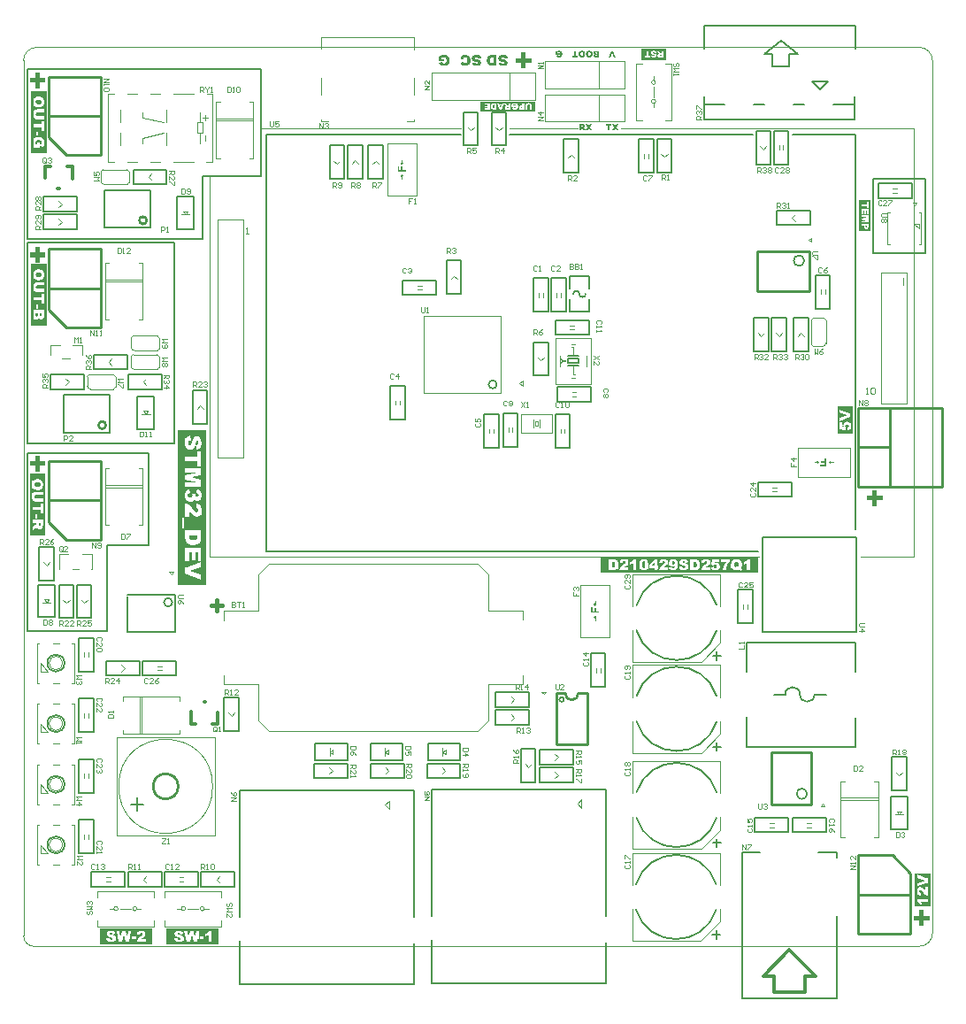
<source format=gto>
G04*
G04 #@! TF.GenerationSoftware,Altium Limited,Altium Designer,21.0.9 (235)*
G04*
G04 Layer_Color=16777215*
%FSLAX25Y25*%
%MOIN*%
G70*
G04*
G04 #@! TF.SameCoordinates,43861E83-1D47-4714-A818-AF3DA279242D*
G04*
G04*
G04 #@! TF.FilePolarity,Positive*
G04*
G01*
G75*
%ADD10C,0.01000*%
%ADD11C,0.00394*%
%ADD12C,0.00591*%
%ADD13C,0.00787*%
%ADD14C,0.00472*%
%ADD15C,0.01575*%
%ADD16C,0.01200*%
%ADD17C,0.01181*%
G36*
X624016Y570094D02*
X614797D01*
Y574409D01*
X624016D01*
Y570094D01*
D02*
G37*
G36*
X388080Y563254D02*
X390179D01*
Y561490D01*
X388080D01*
Y559405D01*
X386315D01*
Y561490D01*
X384230D01*
Y563254D01*
X386315D01*
Y565354D01*
X388080D01*
Y563254D01*
D02*
G37*
G36*
X562722Y571945D02*
X562802Y571938D01*
X562897Y571931D01*
X562999Y571923D01*
X563116Y571902D01*
X563349Y571858D01*
X563582Y571792D01*
X563692Y571749D01*
X563794Y571690D01*
X563889Y571632D01*
X563969Y571566D01*
X563976Y571559D01*
X563983Y571544D01*
X564005Y571523D01*
X564027Y571493D01*
X564056Y571457D01*
X564093Y571413D01*
X564129Y571355D01*
X564166Y571297D01*
X564246Y571151D01*
X564319Y570976D01*
X564370Y570786D01*
X564392Y570677D01*
X564406Y570568D01*
X563232Y570487D01*
Y570502D01*
X563225Y570538D01*
X563218Y570589D01*
X563196Y570648D01*
X563152Y570794D01*
X563116Y570866D01*
X563079Y570925D01*
X563072Y570932D01*
X563043Y570961D01*
X562999Y570998D01*
X562941Y571041D01*
X562861Y571093D01*
X562766Y571129D01*
X562656Y571158D01*
X562533Y571165D01*
X562489D01*
X562445Y571158D01*
X562380Y571151D01*
X562314Y571136D01*
X562248Y571114D01*
X562183Y571085D01*
X562124Y571049D01*
X562117Y571041D01*
X562103Y571027D01*
X562081Y570998D01*
X562051Y570968D01*
X562022Y570925D01*
X562000Y570874D01*
X561986Y570815D01*
X561979Y570757D01*
Y570750D01*
Y570728D01*
X561986Y570699D01*
X561993Y570662D01*
X562015Y570619D01*
X562037Y570575D01*
X562073Y570524D01*
X562117Y570480D01*
X562124Y570473D01*
X562146Y570458D01*
X562190Y570436D01*
X562248Y570407D01*
X562336Y570371D01*
X562445Y570327D01*
X562511Y570305D01*
X562584Y570291D01*
X562664Y570269D01*
X562751Y570247D01*
X562759D01*
X562788Y570239D01*
X562831Y570225D01*
X562883Y570218D01*
X562948Y570196D01*
X563028Y570174D01*
X563108Y570152D01*
X563196Y570123D01*
X563393Y570050D01*
X563582Y569970D01*
X563757Y569875D01*
X563837Y569824D01*
X563910Y569766D01*
Y569758D01*
X563925Y569751D01*
X563961Y569715D01*
X564020Y569649D01*
X564078Y569554D01*
X564144Y569445D01*
X564202Y569314D01*
X564239Y569168D01*
X564246Y569088D01*
X564253Y569000D01*
Y568993D01*
Y568986D01*
Y568949D01*
X564246Y568884D01*
X564231Y568811D01*
X564209Y568723D01*
X564180Y568621D01*
X564136Y568519D01*
X564078Y568417D01*
X564071Y568402D01*
X564042Y568373D01*
X563998Y568322D01*
X563940Y568257D01*
X563867Y568191D01*
X563772Y568118D01*
X563663Y568052D01*
X563539Y567987D01*
X563531D01*
X563524Y567980D01*
X563502Y567972D01*
X563473Y567965D01*
X563437Y567950D01*
X563393Y567936D01*
X563342Y567921D01*
X563283Y567907D01*
X563218Y567892D01*
X563138Y567878D01*
X562970Y567848D01*
X562773Y567834D01*
X562555Y567827D01*
X562482D01*
X562430Y567834D01*
X562365D01*
X562292Y567841D01*
X562212Y567848D01*
X562124Y567863D01*
X561935Y567899D01*
X561738Y567950D01*
X561556Y568023D01*
X561468Y568067D01*
X561388Y568118D01*
X561381D01*
X561374Y568133D01*
X561322Y568169D01*
X561257Y568242D01*
X561177Y568337D01*
X561133Y568395D01*
X561096Y568461D01*
X561053Y568541D01*
X561016Y568621D01*
X560980Y568709D01*
X560951Y568803D01*
X560929Y568913D01*
X560907Y569022D01*
X562073Y569088D01*
Y569073D01*
X562081Y569044D01*
X562095Y568993D01*
X562117Y568935D01*
X562146Y568876D01*
X562175Y568811D01*
X562219Y568745D01*
X562270Y568694D01*
X562278Y568687D01*
X562299Y568672D01*
X562328Y568658D01*
X562372Y568628D01*
X562430Y568607D01*
X562503Y568592D01*
X562584Y568577D01*
X562678Y568570D01*
X562715D01*
X562751Y568577D01*
X562802Y568585D01*
X562912Y568607D01*
X562963Y568636D01*
X563006Y568665D01*
X563014Y568672D01*
X563021Y568680D01*
X563058Y568723D01*
X563094Y568796D01*
X563101Y568840D01*
X563108Y568884D01*
Y568891D01*
Y568898D01*
X563094Y568942D01*
X563072Y569000D01*
X563050Y569029D01*
X563021Y569059D01*
X563014D01*
X562999Y569073D01*
X562977Y569088D01*
X562934Y569110D01*
X562883Y569132D01*
X562810Y569153D01*
X562722Y569182D01*
X562613Y569204D01*
X562605D01*
X562576Y569212D01*
X562533Y569219D01*
X562482Y569234D01*
X562416Y569248D01*
X562336Y569270D01*
X562248Y569292D01*
X562161Y569314D01*
X561971Y569365D01*
X561774Y569430D01*
X561599Y569496D01*
X561519Y569525D01*
X561446Y569562D01*
X561439D01*
X561432Y569569D01*
X561388Y569591D01*
X561330Y569627D01*
X561250Y569678D01*
X561169Y569744D01*
X561082Y569817D01*
X561002Y569904D01*
X560936Y569999D01*
X560929Y570014D01*
X560914Y570043D01*
X560885Y570101D01*
X560856Y570174D01*
X560827Y570261D01*
X560798Y570356D01*
X560783Y570473D01*
X560776Y570589D01*
Y570597D01*
Y570604D01*
Y570626D01*
Y570655D01*
X560790Y570728D01*
X560805Y570823D01*
X560827Y570932D01*
X560871Y571056D01*
X560921Y571180D01*
X560994Y571304D01*
X561002Y571318D01*
X561031Y571355D01*
X561082Y571413D01*
X561147Y571486D01*
X561235Y571566D01*
X561337Y571646D01*
X561454Y571719D01*
X561592Y571792D01*
X561599D01*
X561607Y571800D01*
X561629Y571807D01*
X561658Y571814D01*
X561694Y571829D01*
X561745Y571843D01*
X561796Y571858D01*
X561855Y571873D01*
X561993Y571902D01*
X562161Y571931D01*
X562343Y571945D01*
X562555Y571953D01*
X562649D01*
X562722Y571945D01*
D02*
G37*
G36*
X560142Y567892D02*
X558224D01*
X558173Y567899D01*
X558122D01*
X557998Y567914D01*
X557852Y567929D01*
X557707Y567958D01*
X557561Y567994D01*
X557430Y568045D01*
X557422D01*
X557415Y568052D01*
X557371Y568074D01*
X557313Y568104D01*
X557233Y568155D01*
X557145Y568213D01*
X557051Y568286D01*
X556963Y568373D01*
X556876Y568468D01*
X556868Y568483D01*
X556839Y568519D01*
X556803Y568570D01*
X556752Y568650D01*
X556701Y568745D01*
X556650Y568854D01*
X556606Y568978D01*
X556562Y569110D01*
Y569117D01*
X556555Y569124D01*
Y569146D01*
X556547Y569175D01*
X556533Y569248D01*
X556511Y569343D01*
X556489Y569459D01*
X556475Y569591D01*
X556467Y569729D01*
X556460Y569882D01*
Y569890D01*
Y569911D01*
Y569941D01*
Y569984D01*
X556467Y570043D01*
Y570101D01*
X556482Y570247D01*
X556496Y570400D01*
X556526Y570568D01*
X556562Y570728D01*
X556613Y570874D01*
Y570881D01*
X556620Y570888D01*
X556642Y570932D01*
X556671Y570998D01*
X556715Y571078D01*
X556774Y571173D01*
X556846Y571267D01*
X556927Y571370D01*
X557021Y571464D01*
X557036Y571472D01*
X557065Y571501D01*
X557116Y571544D01*
X557182Y571595D01*
X557269Y571646D01*
X557357Y571698D01*
X557459Y571749D01*
X557568Y571785D01*
X557575D01*
X557583Y571792D01*
X557605D01*
X557634Y571800D01*
X557714Y571814D01*
X557816Y571836D01*
X557925Y571858D01*
X558056Y571873D01*
X558181Y571880D01*
X558312Y571887D01*
X560142D01*
Y567892D01*
D02*
G37*
G36*
X430315Y237008D02*
X410630D01*
Y242913D01*
X430315D01*
Y237008D01*
D02*
G37*
G36*
X694488Y429134D02*
X688583D01*
Y439764D01*
X694488D01*
Y429134D01*
D02*
G37*
G36*
X388080Y497506D02*
X390179D01*
Y495742D01*
X388080D01*
Y493657D01*
X386315D01*
Y495742D01*
X384230D01*
Y497506D01*
X386315D01*
Y499606D01*
X388080D01*
Y497506D01*
D02*
G37*
G36*
X574803Y550787D02*
X554117D01*
Y554331D01*
X574803D01*
Y550787D01*
D02*
G37*
G36*
X604986Y571054D02*
X604213D01*
X603675Y572781D01*
X603142Y571054D01*
X602391D01*
X603282Y573449D01*
X604082D01*
X604986Y571054D01*
D02*
G37*
G36*
X701166Y505709D02*
X696850D01*
Y517126D01*
X701166D01*
Y505709D01*
D02*
G37*
G36*
X723622Y251181D02*
X717717D01*
Y263779D01*
X723622D01*
Y251181D01*
D02*
G37*
G36*
X703434Y405971D02*
X705533D01*
Y404206D01*
X703434D01*
Y402121D01*
X701670D01*
Y404206D01*
X699585D01*
Y405971D01*
X701670D01*
Y408070D01*
X703434D01*
Y405971D01*
D02*
G37*
G36*
X390551Y535039D02*
X384646D01*
Y558268D01*
X390551D01*
Y535039D01*
D02*
G37*
G36*
X721150Y247703D02*
X723250D01*
Y245939D01*
X721150D01*
Y243854D01*
X719386D01*
Y245939D01*
X717301D01*
Y247703D01*
X719386D01*
Y249802D01*
X721150D01*
Y247703D01*
D02*
G37*
G36*
X552748Y571945D02*
X552828Y571938D01*
X552923Y571931D01*
X553025Y571923D01*
X553141Y571902D01*
X553375Y571858D01*
X553608Y571792D01*
X553717Y571749D01*
X553819Y571690D01*
X553914Y571632D01*
X553994Y571566D01*
X554002Y571559D01*
X554009Y571544D01*
X554031Y571523D01*
X554053Y571493D01*
X554082Y571457D01*
X554118Y571413D01*
X554155Y571355D01*
X554191Y571297D01*
X554271Y571151D01*
X554344Y570976D01*
X554395Y570786D01*
X554417Y570677D01*
X554432Y570568D01*
X553258Y570487D01*
Y570502D01*
X553251Y570538D01*
X553243Y570589D01*
X553222Y570648D01*
X553178Y570794D01*
X553141Y570866D01*
X553105Y570925D01*
X553098Y570932D01*
X553068Y570961D01*
X553025Y570998D01*
X552966Y571041D01*
X552886Y571093D01*
X552791Y571129D01*
X552682Y571158D01*
X552558Y571165D01*
X552514D01*
X552471Y571158D01*
X552405Y571151D01*
X552339Y571136D01*
X552274Y571114D01*
X552208Y571085D01*
X552150Y571049D01*
X552143Y571041D01*
X552128Y571027D01*
X552106Y570998D01*
X552077Y570968D01*
X552048Y570925D01*
X552026Y570874D01*
X552011Y570815D01*
X552004Y570757D01*
Y570750D01*
Y570728D01*
X552011Y570699D01*
X552019Y570662D01*
X552040Y570619D01*
X552062Y570575D01*
X552099Y570524D01*
X552143Y570480D01*
X552150Y570473D01*
X552172Y570458D01*
X552215Y570436D01*
X552274Y570407D01*
X552361Y570371D01*
X552471Y570327D01*
X552536Y570305D01*
X552609Y570291D01*
X552689Y570269D01*
X552777Y570247D01*
X552784D01*
X552813Y570239D01*
X552857Y570225D01*
X552908Y570218D01*
X552974Y570196D01*
X553054Y570174D01*
X553134Y570152D01*
X553222Y570123D01*
X553418Y570050D01*
X553608Y569970D01*
X553783Y569875D01*
X553863Y569824D01*
X553936Y569766D01*
Y569758D01*
X553951Y569751D01*
X553987Y569715D01*
X554045Y569649D01*
X554104Y569554D01*
X554169Y569445D01*
X554227Y569314D01*
X554264Y569168D01*
X554271Y569088D01*
X554279Y569000D01*
Y568993D01*
Y568986D01*
Y568949D01*
X554271Y568884D01*
X554257Y568811D01*
X554235Y568723D01*
X554206Y568621D01*
X554162Y568519D01*
X554104Y568417D01*
X554096Y568402D01*
X554067Y568373D01*
X554023Y568322D01*
X553965Y568257D01*
X553892Y568191D01*
X553797Y568118D01*
X553688Y568052D01*
X553564Y567987D01*
X553557D01*
X553549Y567980D01*
X553528Y567972D01*
X553499Y567965D01*
X553462Y567950D01*
X553418Y567936D01*
X553367Y567921D01*
X553309Y567907D01*
X553243Y567892D01*
X553163Y567878D01*
X552995Y567848D01*
X552799Y567834D01*
X552580Y567827D01*
X552507D01*
X552456Y567834D01*
X552390D01*
X552317Y567841D01*
X552237Y567848D01*
X552150Y567863D01*
X551960Y567899D01*
X551763Y567950D01*
X551581Y568023D01*
X551494Y568067D01*
X551414Y568118D01*
X551406D01*
X551399Y568133D01*
X551348Y568169D01*
X551282Y568242D01*
X551202Y568337D01*
X551158Y568395D01*
X551122Y568461D01*
X551078Y568541D01*
X551042Y568621D01*
X551005Y568709D01*
X550976Y568803D01*
X550954Y568913D01*
X550932Y569022D01*
X552099Y569088D01*
Y569073D01*
X552106Y569044D01*
X552121Y568993D01*
X552143Y568935D01*
X552172Y568876D01*
X552201Y568811D01*
X552245Y568745D01*
X552296Y568694D01*
X552303Y568687D01*
X552325Y568672D01*
X552354Y568658D01*
X552398Y568628D01*
X552456Y568607D01*
X552529Y568592D01*
X552609Y568577D01*
X552704Y568570D01*
X552740D01*
X552777Y568577D01*
X552828Y568585D01*
X552937Y568607D01*
X552988Y568636D01*
X553032Y568665D01*
X553039Y568672D01*
X553047Y568680D01*
X553083Y568723D01*
X553119Y568796D01*
X553127Y568840D01*
X553134Y568884D01*
Y568891D01*
Y568898D01*
X553119Y568942D01*
X553098Y569000D01*
X553076Y569029D01*
X553047Y569059D01*
X553039D01*
X553025Y569073D01*
X553003Y569088D01*
X552959Y569110D01*
X552908Y569132D01*
X552835Y569153D01*
X552748Y569182D01*
X552638Y569204D01*
X552631D01*
X552602Y569212D01*
X552558Y569219D01*
X552507Y569234D01*
X552442Y569248D01*
X552361Y569270D01*
X552274Y569292D01*
X552186Y569314D01*
X551997Y569365D01*
X551800Y569430D01*
X551625Y569496D01*
X551545Y569525D01*
X551472Y569562D01*
X551465D01*
X551457Y569569D01*
X551414Y569591D01*
X551355Y569627D01*
X551275Y569678D01*
X551195Y569744D01*
X551107Y569817D01*
X551027Y569904D01*
X550962Y569999D01*
X550954Y570014D01*
X550940Y570043D01*
X550911Y570101D01*
X550881Y570174D01*
X550852Y570261D01*
X550823Y570356D01*
X550808Y570473D01*
X550801Y570589D01*
Y570597D01*
Y570604D01*
Y570626D01*
Y570655D01*
X550816Y570728D01*
X550830Y570823D01*
X550852Y570932D01*
X550896Y571056D01*
X550947Y571180D01*
X551020Y571304D01*
X551027Y571318D01*
X551056Y571355D01*
X551107Y571413D01*
X551173Y571486D01*
X551261Y571566D01*
X551363Y571646D01*
X551479Y571719D01*
X551618Y571792D01*
X551625D01*
X551632Y571800D01*
X551654Y571807D01*
X551683Y571814D01*
X551720Y571829D01*
X551771Y571843D01*
X551822Y571858D01*
X551880Y571873D01*
X552019Y571902D01*
X552186Y571931D01*
X552369Y571945D01*
X552580Y571953D01*
X552675D01*
X552748Y571945D01*
D02*
G37*
G36*
X548417D02*
X548476D01*
X548549Y571938D01*
X548629Y571931D01*
X548797Y571909D01*
X548979Y571873D01*
X549154Y571829D01*
X549321Y571770D01*
X549329D01*
X549336Y571763D01*
X549358Y571749D01*
X549387Y571734D01*
X549467Y571683D01*
X549562Y571617D01*
X549671Y571523D01*
X549795Y571413D01*
X549912Y571275D01*
X550029Y571107D01*
Y571100D01*
X550043Y571085D01*
X550058Y571056D01*
X550072Y571020D01*
X550094Y570976D01*
X550123Y570918D01*
X550152Y570852D01*
X550174Y570772D01*
X550203Y570691D01*
X550233Y570597D01*
X550254Y570495D01*
X550284Y570385D01*
X550298Y570269D01*
X550313Y570145D01*
X550327Y569882D01*
Y569868D01*
Y569839D01*
X550320Y569788D01*
Y569722D01*
X550313Y569634D01*
X550298Y569540D01*
X550284Y569438D01*
X550262Y569321D01*
X550233Y569197D01*
X550196Y569073D01*
X550160Y568949D01*
X550109Y568818D01*
X550043Y568694D01*
X549977Y568577D01*
X549897Y568461D01*
X549802Y568359D01*
X549795Y568351D01*
X549781Y568337D01*
X549744Y568308D01*
X549708Y568279D01*
X549649Y568235D01*
X549584Y568191D01*
X549511Y568140D01*
X549416Y568089D01*
X549321Y568045D01*
X549205Y567994D01*
X549081Y567950D01*
X548950Y567907D01*
X548804Y567878D01*
X548651Y567848D01*
X548483Y567834D01*
X548308Y567827D01*
X548235D01*
X548184Y567834D01*
X548118D01*
X548046Y567841D01*
X547965Y567848D01*
X547878Y567863D01*
X547681Y567899D01*
X547484Y567958D01*
X547295Y568031D01*
X547207Y568082D01*
X547120Y568133D01*
X547113D01*
X547098Y568147D01*
X547076Y568162D01*
X547047Y568191D01*
X547010Y568220D01*
X546967Y568264D01*
X546923Y568308D01*
X546872Y568366D01*
X546821Y568424D01*
X546770Y568497D01*
X546711Y568570D01*
X546661Y568658D01*
X546609Y568752D01*
X546558Y568847D01*
X546515Y568957D01*
X546471Y569073D01*
X547565Y569314D01*
Y569306D01*
X547572Y569284D01*
X547586Y569248D01*
X547601Y569212D01*
X547645Y569124D01*
X547667Y569088D01*
X547688Y569051D01*
X547696Y569044D01*
X547703Y569029D01*
X547732Y569000D01*
X547761Y568971D01*
X547842Y568898D01*
X547943Y568833D01*
X547951Y568825D01*
X547965Y568818D01*
X548002Y568803D01*
X548038Y568789D01*
X548089Y568774D01*
X548148Y568767D01*
X548213Y568752D01*
X548323D01*
X548345Y568760D01*
X548425Y568767D01*
X548519Y568796D01*
X548622Y568833D01*
X548731Y568898D01*
X548833Y568978D01*
X548877Y569037D01*
X548920Y569095D01*
X548928Y569110D01*
X548950Y569139D01*
X548971Y569204D01*
X549001Y569284D01*
X549037Y569394D01*
X549059Y569525D01*
X549081Y569686D01*
X549088Y569875D01*
Y569882D01*
Y569904D01*
Y569941D01*
Y569984D01*
X549081Y570035D01*
Y570101D01*
X549066Y570239D01*
X549037Y570385D01*
X549008Y570538D01*
X548957Y570677D01*
X548928Y570735D01*
X548891Y570786D01*
X548884Y570794D01*
X548855Y570823D01*
X548804Y570859D01*
X548745Y570903D01*
X548665Y570954D01*
X548563Y570990D01*
X548454Y571020D01*
X548323Y571027D01*
X548264D01*
X548199Y571020D01*
X548118Y571005D01*
X548031Y570976D01*
X547943Y570947D01*
X547856Y570896D01*
X547783Y570830D01*
X547776Y570823D01*
X547754Y570794D01*
X547718Y570750D01*
X547681Y570684D01*
X547637Y570604D01*
X547594Y570502D01*
X547550Y570385D01*
X547513Y570247D01*
X546434Y570582D01*
Y570589D01*
X546442Y570604D01*
X546449Y570626D01*
X546456Y570655D01*
X546478Y570743D01*
X546522Y570845D01*
X546566Y570968D01*
X546631Y571093D01*
X546697Y571216D01*
X546784Y571340D01*
X546792Y571355D01*
X546828Y571391D01*
X546879Y571442D01*
X546945Y571515D01*
X547032Y571588D01*
X547127Y571661D01*
X547244Y571734D01*
X547368Y571800D01*
X547375D01*
X547382Y571807D01*
X547404Y571814D01*
X547426Y571821D01*
X547506Y571851D01*
X547608Y571873D01*
X547732Y571902D01*
X547885Y571931D01*
X548060Y571945D01*
X548250Y571953D01*
X548359D01*
X548417Y571945D01*
D02*
G37*
G36*
X605359Y544712D02*
X606176Y543480D01*
X605346D01*
X604870Y544249D01*
X604398Y543480D01*
X603572D01*
X604398Y544725D01*
X603646Y545875D01*
X604463D01*
X604883Y545136D01*
X605298Y545875D01*
X606107D01*
X605359Y544712D01*
D02*
G37*
G36*
X603476Y545285D02*
X602720D01*
Y543480D01*
X601981D01*
Y545285D01*
X601225D01*
Y545875D01*
X603476D01*
Y545285D01*
D02*
G37*
G36*
X390158Y414173D02*
Y390945D01*
X384252D01*
Y414173D01*
X390158D01*
D02*
G37*
G36*
X450702Y372398D02*
X440013D01*
Y430597D01*
X450702D01*
Y372398D01*
D02*
G37*
G36*
X583721Y573484D02*
X583761D01*
X583800Y573480D01*
X583848Y573475D01*
X583900Y573471D01*
X584010Y573454D01*
X584128Y573427D01*
X584241Y573392D01*
X584351Y573344D01*
X584355D01*
X584364Y573336D01*
X584377Y573327D01*
X584394Y573318D01*
X584442Y573283D01*
X584504Y573235D01*
X584569Y573178D01*
X584639Y573104D01*
X584704Y573017D01*
X584766Y572916D01*
Y572912D01*
X584770Y572903D01*
X584779Y572886D01*
X584788Y572864D01*
X584801Y572837D01*
X584809Y572807D01*
X584823Y572767D01*
X584836Y572724D01*
X584853Y572680D01*
X584866Y572628D01*
X584888Y572514D01*
X584906Y572387D01*
X584910Y572252D01*
Y572248D01*
Y572234D01*
Y572213D01*
X584906Y572186D01*
Y572151D01*
X584901Y572112D01*
X584897Y572068D01*
X584888Y572020D01*
X584871Y571915D01*
X584840Y571802D01*
X584801Y571688D01*
X584748Y571574D01*
Y571570D01*
X584739Y571561D01*
X584731Y571548D01*
X584718Y571526D01*
X584683Y571474D01*
X584630Y571408D01*
X584560Y571339D01*
X584482Y571264D01*
X584385Y571194D01*
X584276Y571133D01*
X584272D01*
X584263Y571129D01*
X584250Y571120D01*
X584233Y571116D01*
X584206Y571107D01*
X584176Y571094D01*
X584141Y571085D01*
X584101Y571072D01*
X584058Y571063D01*
X584005Y571054D01*
X583953Y571041D01*
X583896Y571033D01*
X583830Y571024D01*
X583765Y571020D01*
X583616Y571015D01*
X583516D01*
X583481Y571020D01*
X583393Y571024D01*
X583297Y571033D01*
X583197Y571046D01*
X583105Y571063D01*
X583061Y571076D01*
X583022Y571089D01*
X583018D01*
X583013Y571094D01*
X582987Y571103D01*
X582952Y571120D01*
X582908Y571142D01*
X582856Y571172D01*
X582799Y571212D01*
X582747Y571260D01*
X582694Y571312D01*
X582690Y571321D01*
X582673Y571339D01*
X582651Y571373D01*
X582620Y571417D01*
X582589Y571470D01*
X582554Y571535D01*
X582524Y571609D01*
X582498Y571693D01*
X583210Y571819D01*
Y571815D01*
X583219Y571797D01*
X583232Y571771D01*
X583245Y571740D01*
X583267Y571710D01*
X583293Y571675D01*
X583328Y571644D01*
X583363Y571614D01*
X583367Y571609D01*
X583380Y571601D01*
X583407Y571592D01*
X583437Y571574D01*
X583477Y571561D01*
X583520Y571553D01*
X583573Y571544D01*
X583634Y571539D01*
X583656D01*
X583673Y571544D01*
X583717Y571548D01*
X583774Y571561D01*
X583835Y571579D01*
X583900Y571609D01*
X583966Y571653D01*
X584023Y571710D01*
X584027Y571719D01*
X584045Y571740D01*
X584066Y571784D01*
X584093Y571841D01*
X584123Y571915D01*
X584132Y571959D01*
X584145Y572007D01*
X584154Y572059D01*
X584163Y572116D01*
X584167Y572178D01*
Y572243D01*
Y572248D01*
Y572261D01*
Y572278D01*
X584163Y572304D01*
Y572339D01*
X584158Y572374D01*
X584150Y572457D01*
X584132Y572549D01*
X584106Y572641D01*
X584071Y572728D01*
X584049Y572763D01*
X584023Y572798D01*
X584014Y572807D01*
X583997Y572824D01*
X583962Y572851D01*
X583914Y572881D01*
X583857Y572912D01*
X583787Y572938D01*
X583704Y572955D01*
X583612Y572964D01*
X583568D01*
X583538Y572960D01*
X583498Y572955D01*
X583459Y572951D01*
X583376Y572929D01*
X583372D01*
X583354Y572920D01*
X583332Y572912D01*
X583302Y572899D01*
X583262Y572886D01*
X583219Y572864D01*
X583166Y572837D01*
X583114Y572807D01*
Y572580D01*
X583612D01*
Y572081D01*
X582467D01*
Y573104D01*
X582472Y573108D01*
X582480Y573113D01*
X582498Y573126D01*
X582524Y573139D01*
X582550Y573156D01*
X582585Y573178D01*
X582664Y573226D01*
X582756Y573274D01*
X582856Y573327D01*
X582957Y573375D01*
X583053Y573410D01*
X583057D01*
X583066Y573414D01*
X583079Y573419D01*
X583096Y573423D01*
X583123Y573427D01*
X583149Y573436D01*
X583184Y573441D01*
X583219Y573449D01*
X583306Y573462D01*
X583411Y573475D01*
X583525Y573484D01*
X583651Y573489D01*
X583691D01*
X583721Y573484D01*
D02*
G37*
G36*
X595364Y544712D02*
X596181Y543480D01*
X595351D01*
X594874Y544249D01*
X594402Y543480D01*
X593576D01*
D01*
X592742D01*
X592344Y544210D01*
X592340Y544214D01*
X592331Y544232D01*
X592318Y544258D01*
X592300Y544284D01*
X592256Y544345D01*
X592230Y544371D01*
X592208Y544393D01*
X592204Y544398D01*
X592195Y544402D01*
X592178Y544411D01*
X592156Y544424D01*
X592130Y544433D01*
X592099Y544441D01*
X592064Y544446D01*
X592025Y544450D01*
X591964D01*
Y543480D01*
X591221D01*
Y545875D01*
X592541D01*
X592571Y545870D01*
X592650Y545866D01*
X592733Y545862D01*
X592820Y545849D01*
X592903Y545835D01*
X592978Y545814D01*
X592986Y545809D01*
X593008Y545800D01*
X593043Y545787D01*
X593082Y545765D01*
X593130Y545735D01*
X593179Y545695D01*
X593227Y545652D01*
X593270Y545595D01*
X593275Y545586D01*
X593288Y545569D01*
X593305Y545534D01*
X593327Y545486D01*
X593349Y545429D01*
X593366Y545363D01*
X593380Y545289D01*
X593384Y545206D01*
Y545197D01*
Y545171D01*
X593380Y545136D01*
X593375Y545088D01*
X593362Y545036D01*
X593349Y544979D01*
X593327Y544918D01*
X593297Y544861D01*
X593292Y544857D01*
X593283Y544839D01*
X593262Y544813D01*
X593235Y544778D01*
X593200Y544743D01*
X593161Y544703D01*
X593113Y544664D01*
X593061Y544629D01*
X593056Y544625D01*
X593043Y544621D01*
X593021Y544607D01*
X592995Y544594D01*
X592956Y544581D01*
X592912Y544564D01*
X592860Y544551D01*
X592803Y544533D01*
X592807D01*
X592825Y544524D01*
X592846Y544516D01*
X592877Y544507D01*
X592938Y544476D01*
X592969Y544463D01*
X592995Y544446D01*
X593004Y544441D01*
X593013Y544433D01*
X593026Y544419D01*
X593043Y544402D01*
X593061Y544380D01*
X593087Y544354D01*
X593113Y544319D01*
X593117Y544315D01*
X593126Y544302D01*
X593139Y544284D01*
X593157Y544267D01*
X593192Y544214D01*
X593205Y544192D01*
X593218Y544170D01*
X593579Y543484D01*
X594402Y544725D01*
X593650Y545875D01*
X594468D01*
X594887Y545136D01*
X595302Y545875D01*
X596111D01*
X595364Y544712D01*
D02*
G37*
G36*
X658745Y382735D02*
Y376829D01*
X599276D01*
Y382735D01*
X658745D01*
D02*
G37*
G36*
X571150Y570734D02*
X573250D01*
Y568970D01*
X571150D01*
Y566885D01*
X569386D01*
Y568970D01*
X567301D01*
Y570734D01*
X569386D01*
Y572834D01*
X571150D01*
Y570734D01*
D02*
G37*
G36*
X455512Y237008D02*
X435827D01*
Y242913D01*
X455512D01*
Y237008D01*
D02*
G37*
G36*
X540488Y571945D02*
X540553D01*
X540619Y571938D01*
X540699Y571931D01*
X540787Y571923D01*
X540969Y571894D01*
X541166Y571851D01*
X541355Y571792D01*
X541538Y571712D01*
X541545D01*
X541559Y571698D01*
X541581Y571683D01*
X541610Y571668D01*
X541691Y571610D01*
X541793Y571530D01*
X541902Y571435D01*
X542019Y571311D01*
X542128Y571165D01*
X542230Y570998D01*
Y570990D01*
X542237Y570976D01*
X542252Y570947D01*
X542267Y570910D01*
X542288Y570866D01*
X542303Y570815D01*
X542325Y570750D01*
X542347Y570677D01*
X542376Y570604D01*
X542398Y570517D01*
X542434Y570327D01*
X542463Y570116D01*
X542471Y569890D01*
Y569882D01*
Y569861D01*
Y569824D01*
X542463Y569780D01*
Y569722D01*
X542456Y569656D01*
X542449Y569583D01*
X542434Y569503D01*
X542405Y569328D01*
X542354Y569139D01*
X542288Y568949D01*
X542201Y568760D01*
Y568752D01*
X542186Y568738D01*
X542172Y568716D01*
X542150Y568680D01*
X542092Y568592D01*
X542004Y568483D01*
X541887Y568366D01*
X541756Y568242D01*
X541596Y568125D01*
X541414Y568023D01*
X541406D01*
X541392Y568016D01*
X541370Y568002D01*
X541341Y567994D01*
X541297Y567980D01*
X541246Y567958D01*
X541188Y567943D01*
X541122Y567921D01*
X541049Y567907D01*
X540962Y567892D01*
X540874Y567870D01*
X540779Y567856D01*
X540670Y567841D01*
X540561Y567834D01*
X540313Y567827D01*
X540145D01*
X540087Y567834D01*
X539941Y567841D01*
X539781Y567856D01*
X539613Y567878D01*
X539460Y567907D01*
X539387Y567929D01*
X539321Y567950D01*
X539314D01*
X539307Y567958D01*
X539263Y567972D01*
X539205Y568002D01*
X539132Y568038D01*
X539044Y568089D01*
X538950Y568155D01*
X538862Y568235D01*
X538775Y568322D01*
X538767Y568337D01*
X538738Y568366D01*
X538702Y568424D01*
X538651Y568497D01*
X538600Y568585D01*
X538541Y568694D01*
X538490Y568818D01*
X538447Y568957D01*
X539635Y569168D01*
Y569161D01*
X539649Y569132D01*
X539671Y569088D01*
X539693Y569037D01*
X539730Y568986D01*
X539773Y568927D01*
X539832Y568876D01*
X539890Y568825D01*
X539897Y568818D01*
X539919Y568803D01*
X539963Y568789D01*
X540014Y568760D01*
X540079Y568738D01*
X540152Y568723D01*
X540240Y568709D01*
X540342Y568701D01*
X540378D01*
X540408Y568709D01*
X540481Y568716D01*
X540575Y568738D01*
X540677Y568767D01*
X540787Y568818D01*
X540896Y568891D01*
X540991Y568986D01*
X540998Y569000D01*
X541027Y569037D01*
X541064Y569110D01*
X541107Y569204D01*
X541158Y569328D01*
X541173Y569401D01*
X541195Y569481D01*
X541210Y569569D01*
X541224Y569664D01*
X541231Y569766D01*
Y569875D01*
Y569882D01*
Y569904D01*
Y569933D01*
X541224Y569977D01*
Y570035D01*
X541217Y570094D01*
X541202Y570232D01*
X541173Y570385D01*
X541129Y570538D01*
X541071Y570684D01*
X541035Y570743D01*
X540991Y570801D01*
X540976Y570815D01*
X540947Y570845D01*
X540889Y570888D01*
X540808Y570939D01*
X540714Y570990D01*
X540597Y571034D01*
X540459Y571063D01*
X540306Y571078D01*
X540233D01*
X540182Y571071D01*
X540116Y571063D01*
X540050Y571056D01*
X539912Y571020D01*
X539905D01*
X539875Y571005D01*
X539839Y570990D01*
X539788Y570968D01*
X539722Y570947D01*
X539649Y570910D01*
X539562Y570866D01*
X539474Y570815D01*
Y570436D01*
X540306D01*
Y569605D01*
X538396D01*
Y571311D01*
X538403Y571318D01*
X538417Y571326D01*
X538447Y571348D01*
X538490Y571370D01*
X538534Y571399D01*
X538592Y571435D01*
X538724Y571515D01*
X538877Y571595D01*
X539044Y571683D01*
X539212Y571763D01*
X539372Y571821D01*
X539380D01*
X539394Y571829D01*
X539416Y571836D01*
X539445Y571843D01*
X539489Y571851D01*
X539533Y571865D01*
X539591Y571873D01*
X539649Y571887D01*
X539795Y571909D01*
X539970Y571931D01*
X540160Y571945D01*
X540371Y571953D01*
X540437D01*
X540488Y571945D01*
D02*
G37*
G36*
X388080Y418963D02*
X390179D01*
Y417199D01*
X388080D01*
Y415114D01*
X386315D01*
Y417199D01*
X384230D01*
Y418963D01*
X386315D01*
Y421062D01*
X388080D01*
Y418963D01*
D02*
G37*
G36*
X598819Y571054D02*
X597399D01*
X597377Y571059D01*
X597346D01*
X597316Y571063D01*
X597237Y571076D01*
X597150Y571098D01*
X597062Y571129D01*
X596979Y571172D01*
X596901Y571229D01*
X596896D01*
X596892Y571238D01*
X596870Y571260D01*
X596839Y571295D01*
X596804Y571347D01*
X596774Y571408D01*
X596743Y571478D01*
X596721Y571561D01*
X596713Y571605D01*
Y571653D01*
Y571658D01*
Y571662D01*
Y571688D01*
X596721Y571727D01*
X596730Y571775D01*
X596747Y571832D01*
X596769Y571894D01*
X596804Y571955D01*
X596848Y572016D01*
X596852Y572020D01*
X596866Y572033D01*
X596883Y572051D01*
X596914Y572073D01*
X596948Y572099D01*
X596992Y572125D01*
X597045Y572151D01*
X597106Y572178D01*
X597101D01*
X597093Y572182D01*
X597080D01*
X597062Y572191D01*
X597018Y572204D01*
X596962Y572226D01*
X596901Y572256D01*
X596835Y572296D01*
X596778Y572339D01*
X596726Y572392D01*
X596721Y572400D01*
X596708Y572418D01*
X596686Y572453D01*
X596664Y572497D01*
X596643Y572549D01*
X596621Y572614D01*
X596608Y572689D01*
X596603Y572772D01*
Y572781D01*
Y572802D01*
X596608Y572837D01*
X596612Y572881D01*
X596625Y572933D01*
X596638Y572990D01*
X596660Y573047D01*
X596691Y573104D01*
X596695Y573108D01*
X596708Y573130D01*
X596726Y573156D01*
X596752Y573187D01*
X596787Y573226D01*
X596831Y573266D01*
X596879Y573305D01*
X596931Y573340D01*
X596935D01*
X596948Y573349D01*
X596970Y573357D01*
X597001Y573371D01*
X597040Y573384D01*
X597088Y573397D01*
X597145Y573406D01*
X597211Y573419D01*
X597220D01*
X597233Y573423D01*
X597250D01*
X597294Y573427D01*
X597346Y573432D01*
X597403Y573441D01*
X597456Y573445D01*
X597504Y573449D01*
X598819D01*
Y571054D01*
D02*
G37*
G36*
X590053Y571644D02*
X590809D01*
Y571054D01*
X588558D01*
Y571644D01*
X589314D01*
Y573449D01*
X590053D01*
Y571644D01*
D02*
G37*
G36*
X595144Y573484D02*
X595183Y573480D01*
X595227D01*
X595279Y573471D01*
X595384Y573458D01*
X595493Y573436D01*
X595607Y573406D01*
X595712Y573362D01*
X595716D01*
X595725Y573357D01*
X595738Y573349D01*
X595755Y573336D01*
X595804Y573305D01*
X595865Y573261D01*
X595935Y573209D01*
X596005Y573135D01*
X596079Y573052D01*
X596144Y572955D01*
Y572951D01*
X596153Y572942D01*
X596158Y572925D01*
X596171Y572903D01*
X596184Y572877D01*
X596197Y572846D01*
X596210Y572807D01*
X596223Y572763D01*
X596241Y572715D01*
X596254Y572663D01*
X596267Y572606D01*
X596280Y572540D01*
X596297Y572405D01*
X596306Y572256D01*
Y572248D01*
Y572230D01*
X596302Y572199D01*
Y572160D01*
X596297Y572112D01*
X596289Y572055D01*
X596280Y571990D01*
X596267Y571924D01*
X596249Y571850D01*
X596228Y571775D01*
X596201Y571701D01*
X596171Y571623D01*
X596131Y571548D01*
X596088Y571474D01*
X596040Y571408D01*
X595983Y571343D01*
X595978Y571339D01*
X595965Y571330D01*
X595948Y571312D01*
X595922Y571290D01*
X595887Y571269D01*
X595847Y571238D01*
X595799Y571207D01*
X595747Y571177D01*
X595686Y571146D01*
X595616Y571120D01*
X595541Y571089D01*
X595458Y571068D01*
X595371Y571046D01*
X595275Y571028D01*
X595174Y571020D01*
X595069Y571015D01*
X595013D01*
X594973Y571020D01*
X594921Y571024D01*
X594864Y571033D01*
X594799Y571041D01*
X594733Y571054D01*
X594659Y571072D01*
X594584Y571094D01*
X594506Y571120D01*
X594431Y571151D01*
X594357Y571190D01*
X594283Y571234D01*
X594217Y571282D01*
X594152Y571339D01*
X594147Y571343D01*
X594139Y571352D01*
X594121Y571373D01*
X594099Y571395D01*
X594077Y571430D01*
X594047Y571470D01*
X594016Y571518D01*
X593986Y571570D01*
X593955Y571631D01*
X593929Y571697D01*
X593898Y571771D01*
X593876Y571850D01*
X593855Y571937D01*
X593837Y572029D01*
X593828Y572129D01*
X593824Y572234D01*
Y572239D01*
Y572252D01*
Y572274D01*
Y572304D01*
X593828Y572339D01*
X593833Y572383D01*
X593837Y572427D01*
X593842Y572479D01*
X593859Y572588D01*
X593885Y572702D01*
X593920Y572816D01*
X593968Y572925D01*
Y572929D01*
X593973Y572938D01*
X593981Y572951D01*
X593994Y572968D01*
X594025Y573017D01*
X594073Y573078D01*
X594130Y573143D01*
X594200Y573213D01*
X594278Y573279D01*
X594375Y573340D01*
X594379D01*
X594388Y573344D01*
X594401Y573353D01*
X594423Y573362D01*
X594449Y573375D01*
X594480Y573388D01*
X594515Y573401D01*
X594558Y573414D01*
X594606Y573427D01*
X594654Y573441D01*
X594768Y573467D01*
X594899Y573484D01*
X595043Y573489D01*
X595109D01*
X595144Y573484D01*
D02*
G37*
G36*
X592356D02*
X592395Y573480D01*
X592439D01*
X592491Y573471D01*
X592596Y573458D01*
X592705Y573436D01*
X592819Y573406D01*
X592924Y573362D01*
X592928D01*
X592937Y573357D01*
X592950Y573349D01*
X592968Y573336D01*
X593015Y573305D01*
X593077Y573261D01*
X593147Y573209D01*
X593217Y573135D01*
X593291Y573052D01*
X593356Y572955D01*
Y572951D01*
X593365Y572942D01*
X593369Y572925D01*
X593383Y572903D01*
X593396Y572877D01*
X593409Y572846D01*
X593422Y572807D01*
X593435Y572763D01*
X593453Y572715D01*
X593466Y572663D01*
X593479Y572606D01*
X593492Y572540D01*
X593509Y572405D01*
X593518Y572256D01*
Y572248D01*
Y572230D01*
X593514Y572199D01*
Y572160D01*
X593509Y572112D01*
X593501Y572055D01*
X593492Y571990D01*
X593479Y571924D01*
X593461Y571850D01*
X593439Y571775D01*
X593413Y571701D01*
X593383Y571623D01*
X593343Y571548D01*
X593300Y571474D01*
X593252Y571408D01*
X593195Y571343D01*
X593190Y571339D01*
X593177Y571330D01*
X593160Y571312D01*
X593133Y571290D01*
X593099Y571269D01*
X593059Y571238D01*
X593011Y571207D01*
X592959Y571177D01*
X592898Y571146D01*
X592828Y571120D01*
X592753Y571089D01*
X592670Y571068D01*
X592583Y571046D01*
X592487Y571028D01*
X592386Y571020D01*
X592281Y571015D01*
X592225D01*
X592185Y571020D01*
X592133Y571024D01*
X592076Y571033D01*
X592010Y571041D01*
X591945Y571054D01*
X591871Y571072D01*
X591796Y571094D01*
X591718Y571120D01*
X591643Y571151D01*
X591569Y571190D01*
X591495Y571234D01*
X591429Y571282D01*
X591364Y571339D01*
X591359Y571343D01*
X591351Y571352D01*
X591333Y571373D01*
X591311Y571395D01*
X591289Y571430D01*
X591259Y571470D01*
X591228Y571518D01*
X591198Y571570D01*
X591167Y571631D01*
X591141Y571697D01*
X591110Y571771D01*
X591088Y571850D01*
X591067Y571937D01*
X591049Y572029D01*
X591040Y572129D01*
X591036Y572234D01*
Y572239D01*
Y572252D01*
Y572274D01*
Y572304D01*
X591040Y572339D01*
X591045Y572383D01*
X591049Y572427D01*
X591053Y572479D01*
X591071Y572588D01*
X591097Y572702D01*
X591132Y572816D01*
X591180Y572925D01*
Y572929D01*
X591185Y572938D01*
X591193Y572951D01*
X591206Y572968D01*
X591237Y573017D01*
X591285Y573078D01*
X591342Y573143D01*
X591412Y573213D01*
X591490Y573279D01*
X591586Y573340D01*
X591591D01*
X591600Y573344D01*
X591613Y573353D01*
X591635Y573362D01*
X591661Y573375D01*
X591691Y573388D01*
X591726Y573401D01*
X591770Y573414D01*
X591818Y573427D01*
X591866Y573441D01*
X591980Y573467D01*
X592111Y573484D01*
X592255Y573489D01*
X592321D01*
X592356Y573484D01*
D02*
G37*
G36*
X390551Y493307D02*
Y470079D01*
X384646D01*
Y493307D01*
X390551D01*
D02*
G37*
G36*
X596306Y362423D02*
X597023D01*
Y363686D01*
X597534D01*
Y362423D01*
X598819D01*
Y361811D01*
X595795D01*
Y363887D01*
X596306D01*
Y362423D01*
D02*
G37*
G36*
X523471Y528565D02*
X524188D01*
Y529827D01*
X524699D01*
Y528565D01*
X525984D01*
Y527953D01*
X522960D01*
Y530028D01*
X523471D01*
Y528565D01*
D02*
G37*
G36*
X585387Y456910D02*
X586221D01*
Y456291D01*
X585387D01*
X584226Y455512D01*
Y456196D01*
X584896Y456597D01*
X584226Y457001D01*
Y457685D01*
X585387Y456910D01*
D02*
G37*
G36*
X684252Y417055D02*
X682176D01*
Y417566D01*
X683640D01*
Y418283D01*
X682377D01*
Y418794D01*
X683640D01*
Y420079D01*
X684252D01*
Y417055D01*
D02*
G37*
%LPC*%
G36*
X619435Y573489D02*
X619378D01*
X619251Y573484D01*
X619142Y573475D01*
X619042Y573458D01*
X618959Y573441D01*
X618924Y573432D01*
X618893Y573423D01*
X618862Y573414D01*
X618841Y573406D01*
X618823Y573401D01*
X618810Y573397D01*
X618806Y573392D01*
X618801D01*
X618718Y573349D01*
X618648Y573305D01*
X618587Y573257D01*
X618535Y573209D01*
X618495Y573165D01*
X618465Y573130D01*
X618447Y573108D01*
X618443Y573100D01*
X618399Y573025D01*
X618369Y572951D01*
X618342Y572877D01*
X618329Y572811D01*
X618321Y572754D01*
X618312Y572711D01*
Y571015D01*
X620488D01*
X619378D01*
X619509Y571020D01*
X619627Y571028D01*
X619728Y571046D01*
X619776Y571054D01*
X619815Y571063D01*
X619850Y571072D01*
X619881Y571081D01*
X619907Y571089D01*
X619929Y571098D01*
X619946Y571103D01*
X619959Y571107D01*
X619964Y571111D01*
X619968D01*
X620042Y571151D01*
X620108Y571190D01*
X620165Y571234D01*
X620208Y571273D01*
X620243Y571312D01*
X620270Y571343D01*
X620287Y571360D01*
X620291Y571369D01*
X620326Y571430D01*
X620353Y571491D01*
X620370Y571553D01*
X620383Y571605D01*
X620392Y571649D01*
X620396Y571688D01*
Y571710D01*
Y571714D01*
Y571719D01*
X620392Y571771D01*
X620388Y571819D01*
X620366Y571907D01*
X620331Y571985D01*
X620291Y572051D01*
X620257Y572108D01*
X620222Y572147D01*
X620200Y572169D01*
X620191Y572173D01*
Y572178D01*
X620147Y572213D01*
X620099Y572243D01*
X619994Y572300D01*
X619881Y572348D01*
X619763Y572392D01*
X619710Y572409D01*
X619662Y572422D01*
X619614Y572435D01*
X619575Y572448D01*
X619544Y572453D01*
X619518Y572462D01*
X619500Y572466D01*
X619496D01*
X619444Y572479D01*
X619396Y572492D01*
X619352Y572501D01*
X619313Y572514D01*
X619247Y572540D01*
X619195Y572562D01*
X619160Y572580D01*
X619133Y572593D01*
X619120Y572601D01*
X619116Y572606D01*
X619090Y572632D01*
X619068Y572663D01*
X619055Y572689D01*
X619042Y572715D01*
X619037Y572737D01*
X619033Y572754D01*
Y572767D01*
Y572772D01*
X619037Y572807D01*
X619046Y572842D01*
X619059Y572872D01*
X619077Y572899D01*
X619094Y572916D01*
X619107Y572933D01*
X619116Y572942D01*
X619120Y572947D01*
X619155Y572968D01*
X619195Y572986D01*
X619234Y572999D01*
X619273Y573008D01*
X619313Y573012D01*
X619339Y573017D01*
X619365D01*
X619439Y573012D01*
X619505Y572995D01*
X619562Y572973D01*
X619610Y572942D01*
X619645Y572916D01*
X619671Y572894D01*
X619688Y572877D01*
X619693Y572872D01*
X619715Y572837D01*
X619736Y572794D01*
X619763Y572706D01*
X619776Y572671D01*
X619780Y572641D01*
X619784Y572619D01*
Y572610D01*
X620488Y572658D01*
X620479Y572724D01*
X620466Y572789D01*
X620436Y572903D01*
X620392Y573008D01*
X620344Y573095D01*
X620322Y573130D01*
X620300Y573165D01*
X620278Y573191D01*
X620261Y573213D01*
X620248Y573231D01*
X620235Y573244D01*
X620230Y573252D01*
X620226Y573257D01*
X620178Y573296D01*
X620121Y573331D01*
X620060Y573366D01*
X619994Y573392D01*
X619854Y573432D01*
X619715Y573458D01*
X619645Y573471D01*
X619584Y573475D01*
X619527Y573480D01*
X619479Y573484D01*
X619435Y573489D01*
D02*
G37*
G36*
X618111Y573449D02*
Y571644D01*
X617355D01*
Y573449D01*
X616616D01*
Y571644D01*
X615860D01*
Y571649D01*
Y571054D01*
X618111D01*
Y573449D01*
D02*
G37*
G36*
X622953D02*
X620593D01*
X620956Y572759D01*
X620969Y572737D01*
X620982Y572715D01*
X621017Y572663D01*
X621034Y572645D01*
X621047Y572628D01*
X621056Y572614D01*
X621061Y572610D01*
X621087Y572575D01*
X621113Y572549D01*
X621131Y572527D01*
X621148Y572510D01*
X621161Y572497D01*
X621170Y572488D01*
X621178Y572483D01*
X621205Y572466D01*
X621235Y572453D01*
X621297Y572422D01*
X621327Y572413D01*
X621349Y572405D01*
X621366Y572396D01*
X621371D01*
X621314Y572378D01*
X621262Y572365D01*
X621218Y572348D01*
X621178Y572335D01*
X621152Y572322D01*
X621131Y572309D01*
X621117Y572304D01*
X621113Y572300D01*
X621061Y572265D01*
X621012Y572226D01*
X620973Y572186D01*
X620938Y572151D01*
X620912Y572116D01*
X620890Y572090D01*
X620881Y572073D01*
X620877Y572068D01*
X620846Y572012D01*
X620825Y571950D01*
X620812Y571894D01*
X620798Y571841D01*
X620794Y571793D01*
X620790Y571758D01*
Y571732D01*
Y571723D01*
X620794Y571640D01*
X620807Y571566D01*
X620825Y571500D01*
X620846Y571443D01*
X620868Y571395D01*
X620886Y571360D01*
X620899Y571343D01*
X620903Y571334D01*
X620947Y571277D01*
X620995Y571234D01*
X621043Y571194D01*
X621091Y571164D01*
X621131Y571142D01*
X621165Y571129D01*
X621187Y571120D01*
X621196Y571116D01*
X621270Y571094D01*
X621353Y571081D01*
X621441Y571068D01*
X621524Y571063D01*
X621602Y571059D01*
X621633Y571054D01*
X622953D01*
Y573449D01*
D02*
G37*
%LPD*%
G36*
X618316Y572601D02*
X618325Y572532D01*
X618342Y572475D01*
X618360Y572422D01*
X618377Y572378D01*
X618395Y572344D01*
X618404Y572326D01*
X618408Y572317D01*
X618447Y572261D01*
X618495Y572208D01*
X618548Y572164D01*
X618596Y572125D01*
X618644Y572094D01*
X618679Y572073D01*
X618705Y572059D01*
X618710Y572055D01*
X618714D01*
X618758Y572033D01*
X618806Y572016D01*
X618911Y571977D01*
X619029Y571937D01*
X619142Y571907D01*
X619195Y571894D01*
X619247Y571880D01*
X619295Y571867D01*
X619334Y571859D01*
X619365Y571850D01*
X619391Y571845D01*
X619409Y571841D01*
X619413D01*
X619479Y571828D01*
X619531Y571810D01*
X619575Y571797D01*
X619605Y571784D01*
X619632Y571771D01*
X619645Y571762D01*
X619653Y571754D01*
X619658D01*
X619675Y571736D01*
X619688Y571719D01*
X619701Y571684D01*
X619710Y571658D01*
Y571653D01*
Y571649D01*
X619706Y571623D01*
X619701Y571596D01*
X619680Y571553D01*
X619658Y571526D01*
X619653Y571522D01*
X619649Y571518D01*
X619623Y571500D01*
X619592Y571483D01*
X619527Y571470D01*
X619496Y571465D01*
X619474Y571461D01*
X619452D01*
X619396Y571465D01*
X619347Y571474D01*
X619304Y571483D01*
X619269Y571496D01*
X619243Y571513D01*
X619225Y571522D01*
X619212Y571531D01*
X619208Y571535D01*
X619177Y571566D01*
X619151Y571605D01*
X619133Y571644D01*
X619116Y571679D01*
X619103Y571714D01*
X619094Y571745D01*
X619090Y571762D01*
Y571771D01*
X618391Y571732D01*
X618404Y571666D01*
X618417Y571601D01*
X618434Y571544D01*
X618456Y571491D01*
X618478Y571443D01*
X618504Y571395D01*
X618526Y571356D01*
X618552Y571321D01*
X618600Y571264D01*
X618640Y571220D01*
X618670Y571199D01*
X618675Y571190D01*
X618679D01*
X618727Y571159D01*
X618779Y571133D01*
X618889Y571089D01*
X619007Y571059D01*
X619120Y571037D01*
X619173Y571028D01*
X619221Y571024D01*
X619265Y571020D01*
X619304D01*
X619334Y571015D01*
X618312D01*
Y572671D01*
X618316Y572601D01*
D02*
G37*
G36*
X622210Y572479D02*
X622149D01*
X622109Y572483D01*
X622074Y572488D01*
X622044Y572497D01*
X622018Y572505D01*
X621996Y572518D01*
X621978Y572527D01*
X621970Y572532D01*
X621965Y572536D01*
X621943Y572558D01*
X621917Y572584D01*
X621873Y572645D01*
X621856Y572671D01*
X621843Y572698D01*
X621834Y572715D01*
X621830Y572719D01*
X621432Y573449D01*
X622210D01*
Y572479D01*
D02*
G37*
G36*
Y571539D02*
X621886D01*
X621817Y571544D01*
X621755Y571548D01*
X621707Y571561D01*
X621668Y571570D01*
X621642Y571583D01*
X621620Y571596D01*
X621611Y571601D01*
X621607Y571605D01*
X621581Y571631D01*
X621563Y571658D01*
X621550Y571688D01*
X621541Y571714D01*
X621537Y571740D01*
X621532Y571762D01*
Y571775D01*
Y571780D01*
Y571810D01*
X621541Y571837D01*
X621554Y571880D01*
X621563Y571898D01*
X621572Y571907D01*
X621576Y571915D01*
X621581Y571920D01*
X621598Y571942D01*
X621620Y571959D01*
X621659Y571981D01*
X621677Y571985D01*
X621690Y571990D01*
X621699Y571994D01*
X621703D01*
X621751Y572003D01*
X621795Y572012D01*
X621830Y572016D01*
X621856Y572020D01*
X621873Y572025D01*
X622210D01*
Y571539D01*
D02*
G37*
%LPC*%
G36*
X558910Y570976D02*
X558545D01*
X558479Y570968D01*
X558392D01*
X558304Y570954D01*
X558210Y570939D01*
X558129Y570925D01*
X558056Y570896D01*
X558049Y570888D01*
X558027Y570881D01*
X557998Y570859D01*
X557962Y570823D01*
X557918Y570786D01*
X557874Y570735D01*
X557831Y570670D01*
X557794Y570597D01*
X557787Y570589D01*
X557780Y570553D01*
X557765Y570502D01*
X557743Y570429D01*
X557728Y570334D01*
X557714Y570210D01*
X557707Y570072D01*
X557699Y569904D01*
Y569897D01*
Y569875D01*
Y569846D01*
Y569802D01*
X557707Y569751D01*
Y569693D01*
X557728Y569554D01*
X557750Y569416D01*
X557787Y569270D01*
X557838Y569139D01*
X557874Y569088D01*
X557911Y569037D01*
X557918Y569029D01*
X557955Y569000D01*
X558006Y568964D01*
X558078Y568913D01*
X558173Y568869D01*
X558290Y568833D01*
X558436Y568803D01*
X558603Y568796D01*
X558910D01*
Y570976D01*
D02*
G37*
G36*
X415012Y242024D02*
X414939D01*
D01*
X413088D01*
X414939D01*
X414721Y242016D01*
X414524Y242002D01*
X414356Y241973D01*
X414276Y241958D01*
X414210Y241944D01*
X414152Y241929D01*
X414101Y241914D01*
X414057Y241900D01*
X414021Y241885D01*
X413992Y241878D01*
X413970Y241871D01*
X413963Y241863D01*
X413955D01*
X413831Y241798D01*
X413722Y241732D01*
X413627Y241659D01*
X413554Y241594D01*
X413496Y241528D01*
X413452Y241477D01*
X413423Y241448D01*
X413416Y241433D01*
X413357Y241331D01*
X413314Y241229D01*
X413284Y241127D01*
X413263Y241040D01*
X413248Y240967D01*
X413241Y240901D01*
Y240865D01*
Y240857D01*
Y240850D01*
X413248Y240762D01*
X413255Y240682D01*
X413292Y240536D01*
X413350Y240405D01*
X413416Y240296D01*
X413474Y240201D01*
X413532Y240136D01*
X413569Y240099D01*
X413583Y240092D01*
Y240085D01*
X413656Y240026D01*
X413736Y239975D01*
X413911Y239880D01*
X414101Y239800D01*
X414298Y239727D01*
X414385Y239698D01*
X414466Y239676D01*
X414546Y239654D01*
X414611Y239633D01*
X414662Y239625D01*
X414706Y239611D01*
X414735Y239603D01*
X414743D01*
X414830Y239582D01*
X414910Y239560D01*
X414983Y239545D01*
X415049Y239523D01*
X415158Y239479D01*
X415245Y239443D01*
X415304Y239414D01*
X415348Y239392D01*
X415369Y239377D01*
X415377Y239370D01*
X415420Y239326D01*
X415457Y239275D01*
X415479Y239232D01*
X415501Y239188D01*
X415508Y239151D01*
X415515Y239122D01*
Y239100D01*
Y239093D01*
X415508Y239035D01*
X415493Y238977D01*
X415472Y238926D01*
X415442Y238882D01*
X415413Y238853D01*
X415391Y238823D01*
X415377Y238809D01*
X415369Y238802D01*
X415311Y238765D01*
X415245Y238736D01*
X415180Y238714D01*
X415114Y238700D01*
X415049Y238692D01*
X415005Y238685D01*
X414961D01*
X414837Y238692D01*
X414728Y238721D01*
X414633Y238758D01*
X414553Y238809D01*
X414495Y238853D01*
X414451Y238889D01*
X414422Y238918D01*
X414415Y238926D01*
X414378Y238984D01*
X414342Y239057D01*
X414298Y239202D01*
X414276Y239261D01*
X414269Y239312D01*
X414261Y239348D01*
Y239363D01*
X413088Y239283D01*
X413102Y239173D01*
X413124Y239064D01*
X413175Y238874D01*
X413248Y238700D01*
X413328Y238554D01*
X413365Y238495D01*
X413401Y238437D01*
X413438Y238393D01*
X413467Y238357D01*
X413489Y238328D01*
X413511Y238306D01*
X413518Y238291D01*
X413525Y238284D01*
X413605Y238218D01*
X413700Y238160D01*
X413802Y238102D01*
X413911Y238058D01*
X414145Y237992D01*
X414378Y237949D01*
X414495Y237927D01*
X414597Y237919D01*
X414691Y237912D01*
X414772Y237905D01*
X414845Y237898D01*
X413088D01*
X414939D01*
X415151Y237905D01*
X415333Y237919D01*
X415501Y237949D01*
X415639Y237978D01*
X415697Y237992D01*
X415749Y238007D01*
X415800Y238021D01*
X415836Y238036D01*
X415865Y238043D01*
X415887Y238051D01*
X415894Y238058D01*
X415902D01*
X416040Y238131D01*
X416157Y238204D01*
X416259Y238284D01*
X416346Y238364D01*
X416412Y238437D01*
X416463Y238495D01*
X416492Y238532D01*
X416499Y238546D01*
X416572Y238670D01*
X416623Y238794D01*
X416667Y238918D01*
X416689Y239028D01*
X416704Y239122D01*
X416718Y239195D01*
Y237898D01*
D01*
D01*
Y239261D01*
X416711Y239377D01*
X416696Y239494D01*
X416667Y239589D01*
X416638Y239676D01*
X416609Y239749D01*
X416580Y239808D01*
X416565Y239837D01*
X416558Y239851D01*
X416492Y239946D01*
X416412Y240034D01*
X416324Y240106D01*
X416244Y240172D01*
X416164Y240223D01*
X416106Y240260D01*
X416062Y240281D01*
X416055Y240289D01*
X416047D01*
X415975Y240325D01*
X415894Y240354D01*
X415719Y240420D01*
X415522Y240486D01*
X415333Y240536D01*
X415245Y240558D01*
X415158Y240580D01*
X415078Y240602D01*
X415012Y240617D01*
X414961Y240631D01*
X414918Y240639D01*
X414888Y240646D01*
X414881D01*
X414772Y240668D01*
X414684Y240697D01*
X414611Y240719D01*
X414560Y240741D01*
X414516Y240762D01*
X414495Y240777D01*
X414480Y240792D01*
X414473D01*
X414444Y240821D01*
X414422Y240850D01*
X414400Y240908D01*
X414385Y240952D01*
Y240959D01*
Y240967D01*
X414393Y241010D01*
X414400Y241054D01*
X414436Y241127D01*
X414473Y241171D01*
X414480Y241178D01*
X414487Y241185D01*
X414531Y241214D01*
X414582Y241244D01*
X414691Y241266D01*
X414743Y241273D01*
X414779Y241280D01*
X414815D01*
X414910Y241273D01*
X414990Y241258D01*
X415063Y241244D01*
X415122Y241222D01*
X415165Y241193D01*
X415195Y241178D01*
X415216Y241163D01*
X415224Y241156D01*
X415275Y241105D01*
X415318Y241040D01*
X415348Y240974D01*
X415377Y240916D01*
X415399Y240857D01*
X415413Y240806D01*
X415420Y240777D01*
Y240762D01*
X416587Y240828D01*
X416565Y240937D01*
X416543Y241047D01*
X416514Y241142D01*
X416477Y241229D01*
X416441Y241309D01*
X416397Y241389D01*
X416361Y241455D01*
X416317Y241513D01*
X416237Y241608D01*
X416171Y241681D01*
X416120Y241718D01*
X416113Y241732D01*
X416106D01*
X416025Y241783D01*
X415938Y241827D01*
X415756Y241900D01*
X415559Y241951D01*
X415369Y241987D01*
X415282Y242002D01*
X415202Y242009D01*
X415129Y242016D01*
X415063D01*
X415012Y242024D01*
D02*
G37*
G36*
X424249Y239851D02*
X422638D01*
Y238991D01*
X424249D01*
Y239851D01*
D02*
G37*
G36*
X422521Y241958D02*
D01*
Y238700D01*
Y241958D01*
D02*
G37*
G36*
X427857Y242024D02*
X424518D01*
X426210D01*
X426013Y242016D01*
X425838Y242002D01*
X425685Y241980D01*
X425561Y241951D01*
X425459Y241922D01*
X425386Y241900D01*
X425342Y241885D01*
X425335Y241878D01*
X425328D01*
X425211Y241820D01*
X425116Y241754D01*
X425029Y241688D01*
X424963Y241623D01*
X424905Y241564D01*
X424861Y241521D01*
X424839Y241492D01*
X424832Y241477D01*
X424774Y241368D01*
X424722Y241251D01*
X424686Y241134D01*
X424650Y241018D01*
X424628Y240908D01*
X424613Y240828D01*
X424606Y240792D01*
X424599Y240770D01*
Y240755D01*
Y240748D01*
X425714Y240661D01*
X425736Y240777D01*
X425758Y240872D01*
X425787Y240952D01*
X425816Y241018D01*
X425845Y241069D01*
X425867Y241105D01*
X425882Y241120D01*
X425889Y241127D01*
X425947Y241171D01*
X426006Y241207D01*
X426064Y241229D01*
X426115Y241251D01*
X426166Y241258D01*
X426202Y241266D01*
X426239D01*
X426312Y241258D01*
X426377Y241244D01*
X426436Y241222D01*
X426487Y241200D01*
X426530Y241178D01*
X426560Y241156D01*
X426574Y241142D01*
X426581Y241134D01*
X426625Y241083D01*
X426662Y241032D01*
X426684Y240981D01*
X426705Y240930D01*
X426713Y240886D01*
X426720Y240850D01*
Y240828D01*
Y240821D01*
X426713Y240755D01*
X426698Y240697D01*
X426676Y240631D01*
X426654Y240580D01*
X426625Y240529D01*
X426603Y240493D01*
X426589Y240471D01*
X426581Y240464D01*
X426552Y240427D01*
X426516Y240383D01*
X426428Y240296D01*
X426319Y240209D01*
X426217Y240114D01*
X426115Y240034D01*
X426035Y239968D01*
X425998Y239946D01*
X425976Y239924D01*
X425962Y239917D01*
X425954Y239910D01*
X425809Y239800D01*
X425677Y239698D01*
X425554Y239596D01*
X425444Y239501D01*
X425342Y239407D01*
X425255Y239326D01*
X425175Y239246D01*
X425109Y239173D01*
X425051Y239108D01*
X424992Y239049D01*
X424956Y238998D01*
X424919Y238962D01*
X424890Y238926D01*
X424876Y238904D01*
X424868Y238889D01*
X424861Y238882D01*
X424766Y238721D01*
X424686Y238554D01*
X424628Y238401D01*
X424584Y238262D01*
X424547Y238138D01*
X424540Y238087D01*
X424533Y238043D01*
X424526Y238014D01*
X424518Y237985D01*
Y237963D01*
X427857D01*
Y242024D01*
D02*
G37*
G36*
X422521Y241958D02*
X416929D01*
D01*
X417812Y237963D01*
X419022D01*
X419722Y240478D01*
X420421Y237963D01*
X421639D01*
X422521Y241958D01*
D02*
G37*
%LPD*%
G36*
X427857Y238867D02*
X426115D01*
X426224Y238962D01*
X426304Y239042D01*
X426334Y239064D01*
X426356Y239086D01*
X426370Y239093D01*
X426377Y239100D01*
X426428Y239144D01*
X426494Y239195D01*
X426574Y239246D01*
X426647Y239297D01*
X426720Y239348D01*
X426778Y239392D01*
X426815Y239421D01*
X426829Y239428D01*
X426931Y239501D01*
X427026Y239574D01*
X427114Y239647D01*
X427194Y239713D01*
X427259Y239778D01*
X427325Y239837D01*
X427434Y239946D01*
X427515Y240034D01*
X427566Y240099D01*
X427602Y240143D01*
X427609Y240158D01*
X427682Y240281D01*
X427733Y240405D01*
X427777Y240529D01*
X427799Y240631D01*
X427813Y240726D01*
X427828Y240799D01*
Y240821D01*
Y240843D01*
Y240850D01*
Y240857D01*
X427821Y240981D01*
X427799Y241098D01*
X427770Y241207D01*
X427733Y241295D01*
X427697Y241375D01*
X427668Y241426D01*
X427646Y241462D01*
X427638Y241477D01*
X427566Y241572D01*
X427478Y241659D01*
X427391Y241725D01*
X427311Y241783D01*
X427238Y241827D01*
X427172Y241863D01*
X427136Y241878D01*
X427128Y241885D01*
X427121D01*
X426990Y241929D01*
X426844Y241965D01*
X426691Y241987D01*
X426545Y242009D01*
X426414Y242016D01*
X426356D01*
X426304Y242024D01*
X427857D01*
Y238867D01*
D02*
G37*
G36*
X418519Y239727D02*
X418096Y241958D01*
X419138D01*
X418519Y239727D01*
D02*
G37*
G36*
X420924Y239720D02*
X420305Y241958D01*
X421347D01*
X420924Y239720D01*
D02*
G37*
%LPC*%
G36*
X693500Y438393D02*
Y436906D01*
X689505Y438393D01*
Y437139D01*
X692385Y436249D01*
X689505Y435353D01*
Y434062D01*
X693500Y435571D01*
Y438393D01*
D02*
G37*
G36*
X693566Y433829D02*
D01*
Y432182D01*
X693558Y432378D01*
X693537Y432553D01*
X693507Y432714D01*
X693471Y432845D01*
X693442Y432947D01*
X693427Y432991D01*
X693413Y433020D01*
X693398Y433049D01*
X693391Y433071D01*
X693383Y433078D01*
Y433086D01*
X693303Y433210D01*
X693216Y433319D01*
X693128Y433414D01*
X693041Y433494D01*
X692961Y433552D01*
X692895Y433596D01*
X692851Y433625D01*
X692844Y433632D01*
X692837D01*
X692705Y433698D01*
X692567Y433749D01*
X692443Y433778D01*
X692334Y433807D01*
X692232Y433822D01*
X692159Y433829D01*
X692093D01*
X691991Y433822D01*
X691896Y433815D01*
X691721Y433771D01*
X691561Y433712D01*
X691430Y433640D01*
X691328Y433567D01*
X691284Y433538D01*
X691248Y433508D01*
X691218Y433487D01*
X691196Y433465D01*
X691189Y433457D01*
X691182Y433450D01*
X691116Y433377D01*
X691058Y433304D01*
X691014Y433224D01*
X690970Y433144D01*
X690905Y432983D01*
X690861Y432823D01*
X690839Y432692D01*
X690825Y432634D01*
Y432583D01*
X690817Y432539D01*
Y432480D01*
X690825Y432349D01*
X690832Y432291D01*
X690839Y432240D01*
X690846Y432189D01*
X690854Y432153D01*
X690861Y432131D01*
Y432123D01*
X690898Y431992D01*
X690919Y431926D01*
X690941Y431868D01*
X690963Y431824D01*
X690978Y431781D01*
X690985Y431759D01*
X690992Y431751D01*
X690394Y431846D01*
Y433640D01*
X689505D01*
Y431001D01*
X691656Y430651D01*
X691794Y431591D01*
X691743Y431642D01*
X691699Y431686D01*
X691663Y431730D01*
X691634Y431766D01*
X691612Y431795D01*
X691597Y431817D01*
X691583Y431832D01*
Y431839D01*
X691554Y431897D01*
X691539Y431956D01*
X691510Y432050D01*
Y432094D01*
X691503Y432123D01*
Y432153D01*
X691510Y432240D01*
X691532Y432327D01*
X691554Y432393D01*
X691583Y432451D01*
X691619Y432502D01*
X691641Y432531D01*
X691663Y432553D01*
X691670Y432561D01*
X691743Y432612D01*
X691823Y432648D01*
X691911Y432677D01*
X691998Y432692D01*
X692071Y432706D01*
X692137Y432714D01*
X692181D01*
X692188D01*
X692195D01*
X692319Y432706D01*
X692421Y432692D01*
X692509Y432663D01*
X692582Y432641D01*
X692640Y432612D01*
X692676Y432583D01*
X692705Y432568D01*
X692713Y432561D01*
X692771Y432502D01*
X692815Y432437D01*
X692844Y432371D01*
X692866Y432313D01*
X692880Y432255D01*
X692888Y432211D01*
Y432174D01*
X692880Y432101D01*
X692866Y432028D01*
X692844Y431963D01*
X692815Y431912D01*
X692793Y431868D01*
X692771Y431839D01*
X692757Y431817D01*
X692749Y431810D01*
X692691Y431759D01*
X692625Y431722D01*
X692560Y431686D01*
X692494Y431664D01*
X692436Y431649D01*
X692385Y431635D01*
X692356Y431628D01*
X692341D01*
X692465Y430505D01*
X692567Y430534D01*
X692662Y430571D01*
X692742Y430600D01*
X692807Y430636D01*
X692866Y430658D01*
X692902Y430680D01*
X692932Y430694D01*
X692939Y430702D01*
X693070Y430804D01*
X693128Y430855D01*
X693172Y430906D01*
X693216Y430957D01*
X693245Y430993D01*
X693267Y431015D01*
X693274Y431023D01*
X693369Y431183D01*
X693405Y431263D01*
X693434Y431343D01*
X693464Y431409D01*
X693478Y431460D01*
X693485Y431489D01*
X693493Y431504D01*
X693515Y431613D01*
X693537Y431730D01*
X693551Y431846D01*
X693558Y431948D01*
Y432043D01*
X693566Y432116D01*
Y430505D01*
X689505D01*
X693566D01*
Y433829D01*
D02*
G37*
G36*
X567040Y553796D02*
X565817D01*
X567001D01*
X566874Y553791D01*
X566761Y553783D01*
X566656Y553769D01*
X566569Y553756D01*
X566534Y553748D01*
X566499Y553743D01*
X566472Y553735D01*
X566446Y553730D01*
X566429Y553726D01*
X566416Y553722D01*
X566407Y553717D01*
X566402D01*
X566306Y553682D01*
X566206Y553634D01*
X566105Y553582D01*
X566014Y553534D01*
X565935Y553485D01*
X565900Y553464D01*
X565874Y553446D01*
X565847Y553433D01*
X565830Y553420D01*
X565821Y553416D01*
X565817Y553411D01*
Y552389D01*
X566962D01*
Y552887D01*
X566464D01*
Y553114D01*
X566516Y553145D01*
X566569Y553171D01*
X566612Y553193D01*
X566652Y553206D01*
X566682Y553219D01*
X566704Y553228D01*
X566721Y553236D01*
X566726D01*
X566809Y553258D01*
X566848Y553263D01*
X566888Y553267D01*
X566918Y553271D01*
X566962D01*
X567054Y553263D01*
X567137Y553245D01*
X567207Y553219D01*
X567263Y553188D01*
X567311Y553158D01*
X567346Y553131D01*
X567364Y553114D01*
X567373Y553105D01*
X567399Y553070D01*
X567421Y553035D01*
X567456Y552948D01*
X567482Y552856D01*
X567499Y552765D01*
X567508Y552681D01*
X567513Y552646D01*
Y552611D01*
X567517Y552585D01*
Y552568D01*
Y552555D01*
Y552550D01*
Y552485D01*
X567513Y552424D01*
X567504Y552367D01*
X567495Y552314D01*
X567482Y552266D01*
X567473Y552223D01*
X567443Y552148D01*
X567416Y552092D01*
X567394Y552048D01*
X567377Y552026D01*
X567373Y552017D01*
X567316Y551960D01*
X567250Y551917D01*
X567185Y551886D01*
X567124Y551869D01*
X567067Y551856D01*
X567023Y551851D01*
X567006Y551847D01*
X566984D01*
X566923Y551851D01*
X566870Y551860D01*
X566826Y551869D01*
X566787Y551882D01*
X566756Y551899D01*
X566730Y551908D01*
X566717Y551917D01*
X566713Y551921D01*
X566678Y551952D01*
X566643Y551982D01*
X566617Y552017D01*
X566595Y552048D01*
X566582Y552078D01*
X566569Y552105D01*
X566560Y552122D01*
Y552126D01*
X565847Y552000D01*
X565874Y551917D01*
X565904Y551842D01*
X565939Y551777D01*
X565970Y551724D01*
X566001Y551681D01*
X566022Y551646D01*
X566040Y551628D01*
X566044Y551619D01*
X566097Y551567D01*
X566149Y551519D01*
X566206Y551480D01*
X566258Y551449D01*
X566302Y551427D01*
X566337Y551410D01*
X566363Y551401D01*
X566367Y551397D01*
X566372D01*
X566411Y551383D01*
X566455Y551370D01*
X566547Y551353D01*
X566647Y551340D01*
X566743Y551331D01*
X566831Y551327D01*
X566866Y551322D01*
X565817D01*
X566966D01*
X567115Y551327D01*
X567180Y551331D01*
X567246Y551340D01*
X567303Y551349D01*
X567355Y551362D01*
X567408Y551370D01*
X567451Y551379D01*
X567491Y551392D01*
X567526Y551401D01*
X567556Y551414D01*
X567582Y551423D01*
X567600Y551427D01*
X567613Y551436D01*
X567622Y551440D01*
X567626D01*
X567735Y551502D01*
X567832Y551571D01*
X567910Y551646D01*
X567980Y551716D01*
X568033Y551781D01*
X568068Y551834D01*
X568081Y551856D01*
X568089Y551869D01*
X568098Y551877D01*
Y551882D01*
X568151Y551995D01*
X568190Y552109D01*
X568220Y552223D01*
X568238Y552327D01*
X568247Y552376D01*
X568251Y552419D01*
X568255Y552459D01*
Y552493D01*
X568260Y552520D01*
Y552559D01*
X568255Y552695D01*
X568238Y552821D01*
X568216Y552935D01*
X568203Y552987D01*
X568186Y553031D01*
X568172Y553075D01*
X568159Y553114D01*
X568151Y553145D01*
X568137Y553171D01*
X568129Y553193D01*
X568120Y553210D01*
X568116Y553219D01*
Y553223D01*
X568054Y553324D01*
X567989Y553411D01*
X567919Y553485D01*
X567853Y553542D01*
X567792Y553590D01*
X567744Y553625D01*
X567727Y553634D01*
X567713Y553643D01*
X567705Y553652D01*
X567700D01*
X567591Y553700D01*
X567478Y553735D01*
X567359Y553761D01*
X567250Y553778D01*
X567198Y553783D01*
X567150Y553787D01*
X567110Y553791D01*
X567071D01*
X567040Y553796D01*
D02*
G37*
G36*
X573373D02*
X572166D01*
X572057Y553791D01*
X571957Y553783D01*
X571869Y553769D01*
X571795Y553756D01*
X571730Y553743D01*
X571686Y553730D01*
X571668Y553726D01*
X571655Y553722D01*
X571651Y553717D01*
X571646D01*
X571590Y553691D01*
X571537Y553660D01*
X571485Y553630D01*
X571441Y553599D01*
X571406Y553569D01*
X571380Y553542D01*
X571358Y553525D01*
X571354Y553520D01*
X571301Y553468D01*
X571262Y553411D01*
X571223Y553354D01*
X571196Y553302D01*
X571170Y553258D01*
X571157Y553223D01*
X571148Y553201D01*
X571144Y553193D01*
X571122Y553118D01*
X571105Y553049D01*
X571092Y552983D01*
X571083Y552917D01*
X571078Y552865D01*
X571074Y552826D01*
Y551362D01*
X572223D01*
X571813D01*
Y552821D01*
X571817Y552891D01*
X571830Y552952D01*
X571847Y553009D01*
X571865Y553053D01*
X571887Y553088D01*
X571904Y553110D01*
X571917Y553127D01*
X571922Y553131D01*
X571966Y553166D01*
X572014Y553193D01*
X572066Y553210D01*
X572114Y553223D01*
X572158Y553232D01*
X572193Y553236D01*
X572223D01*
X572293Y553232D01*
X572354Y553219D01*
X572407Y553201D01*
X572451Y553180D01*
X572485Y553162D01*
X572507Y553145D01*
X572525Y553131D01*
X572529Y553127D01*
X572564Y553084D01*
X572590Y553031D01*
X572608Y552983D01*
X572621Y552935D01*
X572630Y552891D01*
X572634Y552852D01*
Y552830D01*
Y552821D01*
Y551362D01*
X573373D01*
Y552791D01*
X573368Y552856D01*
X573364Y552926D01*
X573351Y552996D01*
X573338Y553057D01*
X573329Y553110D01*
X573316Y553153D01*
X573312Y553171D01*
Y553184D01*
X573307Y553188D01*
Y553193D01*
X573290Y553245D01*
X573263Y553298D01*
X573237Y553346D01*
X573211Y553385D01*
X573189Y553420D01*
X573167Y553450D01*
X573154Y553468D01*
X573150Y553472D01*
X573106Y553520D01*
X573062Y553560D01*
X573019Y553595D01*
X572979Y553625D01*
X572944Y553647D01*
X572918Y553665D01*
X572901Y553673D01*
X572896Y553678D01*
X572839Y553700D01*
X572783Y553722D01*
X572726Y553739D01*
X572669Y553748D01*
X572625Y553761D01*
X572586Y553765D01*
X572560Y553769D01*
X572551D01*
X572472Y553778D01*
X572402Y553783D01*
X572337Y553791D01*
X572280D01*
X572232Y553796D01*
X573373D01*
D02*
G37*
G36*
X570589Y553756D02*
X568557D01*
X569846D01*
Y552865D01*
X569444D01*
X569361Y552861D01*
X569287Y552856D01*
X569217Y552847D01*
X569151Y552834D01*
X569090Y552817D01*
X569033Y552799D01*
X568985Y552782D01*
X568941Y552765D01*
X568902Y552747D01*
X568867Y552730D01*
X568841Y552712D01*
X568815Y552695D01*
X568797Y552681D01*
X568784Y552673D01*
X568780Y552664D01*
X568775D01*
X568736Y552625D01*
X568701Y552581D01*
X568675Y552537D01*
X568649Y552489D01*
X568609Y552393D01*
X568583Y552301D01*
X568570Y552223D01*
X568561Y552188D01*
Y552157D01*
X568557Y552131D01*
Y552030D01*
X568566Y551973D01*
X568587Y551864D01*
X568622Y551772D01*
X568657Y551694D01*
X568692Y551633D01*
X568727Y551589D01*
X568740Y551576D01*
X568749Y551563D01*
X568753Y551554D01*
X568758D01*
X568797Y551519D01*
X568841Y551488D01*
X568937Y551445D01*
X569038Y551410D01*
X569134Y551383D01*
X569221Y551370D01*
X569261Y551366D01*
X569295D01*
X569322Y551362D01*
X568557D01*
X570589D01*
Y553756D01*
D02*
G37*
G36*
X565371D02*
X560407D01*
X561307Y551362D01*
X560407D01*
X562120D01*
X563014Y553752D01*
X563374Y553066D01*
X563387Y553044D01*
X563400Y553022D01*
X563435Y552970D01*
X563453Y552952D01*
X563466Y552935D01*
X563475Y552922D01*
X563479Y552917D01*
X563505Y552882D01*
X563531Y552856D01*
X563549Y552834D01*
X563566Y552817D01*
X563580Y552804D01*
X563588Y552795D01*
X563597Y552791D01*
X563623Y552773D01*
X563654Y552760D01*
X563715Y552730D01*
X563745Y552721D01*
X563767Y552712D01*
X563785Y552703D01*
X563789D01*
X563732Y552686D01*
X563680Y552673D01*
X563636Y552655D01*
X563597Y552642D01*
X563571Y552629D01*
X563549Y552616D01*
X563536Y552611D01*
X563531Y552607D01*
X563479Y552572D01*
X563431Y552533D01*
X563392Y552493D01*
X563357Y552459D01*
X563330Y552424D01*
X563308Y552397D01*
X563300Y552380D01*
X563295Y552376D01*
X563265Y552319D01*
X563243Y552257D01*
X563230Y552201D01*
X563217Y552148D01*
X563212Y552100D01*
X563208Y552065D01*
Y552039D01*
Y552030D01*
X563212Y551947D01*
X563226Y551873D01*
X563243Y551807D01*
X563265Y551751D01*
X563287Y551702D01*
X563304Y551668D01*
X563317Y551650D01*
X563322Y551641D01*
X563365Y551585D01*
X563413Y551541D01*
X563461Y551502D01*
X563510Y551471D01*
X563549Y551449D01*
X563584Y551436D01*
X563606Y551427D01*
X563614Y551423D01*
X563689Y551401D01*
X563772Y551388D01*
X563859Y551375D01*
X563942Y551370D01*
X564021Y551366D01*
X564051Y551362D01*
X565371D01*
Y553756D01*
D02*
G37*
G36*
X563497Y551362D02*
X563016D01*
D01*
X563497D01*
D02*
G37*
G36*
X560162Y553756D02*
X557955D01*
D01*
X559065D01*
X558987Y553752D01*
X558912Y553748D01*
X558834Y553739D01*
X558768Y553726D01*
X558707Y553713D01*
X558659Y553704D01*
X558641Y553700D01*
X558628D01*
X558624Y553695D01*
X558619D01*
X558554Y553673D01*
X558493Y553643D01*
X558440Y553612D01*
X558388Y553582D01*
X558349Y553551D01*
X558318Y553525D01*
X558300Y553507D01*
X558292Y553503D01*
X558235Y553446D01*
X558187Y553385D01*
X558143Y553328D01*
X558108Y553271D01*
X558082Y553223D01*
X558065Y553184D01*
X558051Y553158D01*
X558047Y553153D01*
Y553149D01*
X558016Y553062D01*
X557995Y552965D01*
X557977Y552865D01*
X557968Y552773D01*
X557960Y552686D01*
Y552651D01*
X557955Y552616D01*
Y551362D01*
Y552555D01*
X557960Y552463D01*
X557964Y552380D01*
X557973Y552301D01*
X557986Y552231D01*
X557999Y552175D01*
X558008Y552131D01*
X558012Y552113D01*
Y552100D01*
X558016Y552096D01*
Y552092D01*
X558043Y552013D01*
X558069Y551938D01*
X558100Y551873D01*
X558130Y551816D01*
X558161Y551768D01*
X558182Y551737D01*
X558200Y551716D01*
X558204Y551707D01*
X558257Y551650D01*
X558309Y551598D01*
X558366Y551554D01*
X558419Y551519D01*
X558467Y551488D01*
X558501Y551471D01*
X558528Y551458D01*
X558532Y551453D01*
X558536D01*
X558615Y551423D01*
X558703Y551401D01*
X558790Y551383D01*
X558877Y551375D01*
X558952Y551366D01*
X558982D01*
X559013Y551362D01*
X559004D01*
X560162D01*
Y553756D01*
D02*
G37*
G36*
X557566D02*
X555547D01*
Y551362D01*
Y553215D01*
X556823D01*
Y552743D01*
X555674D01*
Y552253D01*
X556823D01*
Y551873D01*
X555582D01*
Y551362D01*
X555547D01*
X557566D01*
Y553756D01*
D02*
G37*
%LPD*%
G36*
X569846Y551847D02*
X569636D01*
X569566Y551851D01*
X569505Y551860D01*
X569457Y551873D01*
X569418Y551886D01*
X569392Y551899D01*
X569370Y551912D01*
X569361Y551921D01*
X569357Y551925D01*
X569330Y551956D01*
X569313Y551987D01*
X569295Y552022D01*
X569287Y552052D01*
X569282Y552078D01*
X569278Y552100D01*
Y552113D01*
Y552118D01*
X569282Y552161D01*
X569291Y552196D01*
X569304Y552231D01*
X569322Y552257D01*
X569339Y552279D01*
X569352Y552297D01*
X569361Y552306D01*
X569365Y552310D01*
X569405Y552332D01*
X569448Y552349D01*
X569501Y552362D01*
X569549Y552371D01*
X569593Y552376D01*
X569632Y552380D01*
X569846D01*
Y551847D01*
D02*
G37*
G36*
X562142Y553363D02*
X561303D01*
X561185Y553756D01*
X562260D01*
X562142Y553363D01*
D02*
G37*
G36*
X564628Y552786D02*
X564567D01*
X564528Y552791D01*
X564493Y552795D01*
X564462Y552804D01*
X564436Y552812D01*
X564414Y552826D01*
X564397Y552834D01*
X564388Y552839D01*
X564384Y552843D01*
X564362Y552865D01*
X564335Y552891D01*
X564292Y552952D01*
X564274Y552979D01*
X564261Y553005D01*
X564253Y553022D01*
X564248Y553027D01*
X563850Y553756D01*
X564628D01*
Y552786D01*
D02*
G37*
G36*
X561722Y551987D02*
X561460Y552843D01*
X561984D01*
X561722Y551987D01*
D02*
G37*
G36*
X564628Y551847D02*
X564305D01*
X564235Y551851D01*
X564174Y551856D01*
X564126Y551869D01*
X564086Y551877D01*
X564060Y551890D01*
X564038Y551904D01*
X564030Y551908D01*
X564025Y551912D01*
X563999Y551938D01*
X563981Y551965D01*
X563968Y551995D01*
X563960Y552022D01*
X563955Y552048D01*
X563951Y552070D01*
Y552083D01*
Y552087D01*
Y552118D01*
X563960Y552144D01*
X563973Y552188D01*
X563981Y552205D01*
X563990Y552214D01*
X563995Y552223D01*
X563999Y552227D01*
X564016Y552249D01*
X564038Y552266D01*
X564078Y552288D01*
X564095Y552292D01*
X564108Y552297D01*
X564117Y552301D01*
X564121D01*
X564169Y552310D01*
X564213Y552319D01*
X564248Y552323D01*
X564274Y552327D01*
X564292Y552332D01*
X564628D01*
Y551847D01*
D02*
G37*
G36*
X559424Y551904D02*
X559240D01*
X559139Y551908D01*
X559052Y551925D01*
X558982Y551947D01*
X558925Y551973D01*
X558882Y552004D01*
X558851Y552026D01*
X558829Y552043D01*
X558825Y552048D01*
X558803Y552078D01*
X558781Y552109D01*
X558751Y552188D01*
X558729Y552275D01*
X558716Y552358D01*
X558703Y552441D01*
Y552476D01*
X558698Y552507D01*
Y552533D01*
Y552550D01*
Y552563D01*
Y552568D01*
X558703Y552668D01*
X558707Y552751D01*
X558716Y552826D01*
X558724Y552882D01*
X558738Y552926D01*
X558746Y552957D01*
X558751Y552979D01*
X558755Y552983D01*
X558777Y553027D01*
X558803Y553066D01*
X558829Y553097D01*
X558855Y553118D01*
X558877Y553140D01*
X558895Y553153D01*
X558908Y553158D01*
X558912Y553162D01*
X558956Y553180D01*
X559004Y553188D01*
X559061Y553197D01*
X559113Y553206D01*
X559166D01*
X559205Y553210D01*
X559424D01*
Y551904D01*
D02*
G37*
%LPC*%
G36*
X700205Y516513D02*
X699615D01*
Y515757D01*
X697811D01*
Y515018D01*
X699615D01*
Y514262D01*
X697811D01*
D01*
X700205D01*
Y516513D01*
D02*
G37*
G36*
Y513926D02*
X697811D01*
Y511907D01*
X700205D01*
D01*
X698352D01*
Y513183D01*
X698825D01*
Y512034D01*
X699314D01*
Y513183D01*
X699694D01*
Y511942D01*
X700205D01*
Y513926D01*
D02*
G37*
%LPD*%
G36*
Y509796D02*
X698746Y510172D01*
X700205Y510543D01*
Y509796D01*
D02*
G37*
%LPC*%
G36*
Y511518D02*
X697811D01*
Y510910D01*
X699637D01*
X697811Y510447D01*
Y509897D01*
X699637Y509429D01*
X697811D01*
Y508821D01*
X700205D01*
Y511518D01*
D02*
G37*
G36*
Y508354D02*
X697811D01*
Y506322D01*
X700205D01*
D01*
X699537D01*
X699594Y506331D01*
X699703Y506353D01*
X699795Y506387D01*
X699873Y506422D01*
X699934Y506457D01*
X699978Y506492D01*
X699991Y506505D01*
X700004Y506514D01*
X700013Y506519D01*
Y506523D01*
X700048Y506562D01*
X700079Y506606D01*
X700122Y506702D01*
X700157Y506803D01*
X700184Y506899D01*
X700197Y506986D01*
X700201Y507025D01*
Y507060D01*
X700205Y507087D01*
Y508354D01*
D02*
G37*
%LPD*%
G36*
X699720Y507401D02*
X699716Y507331D01*
X699707Y507270D01*
X699694Y507222D01*
X699681Y507183D01*
X699668Y507157D01*
X699655Y507135D01*
X699646Y507126D01*
X699642Y507122D01*
X699611Y507095D01*
X699580Y507078D01*
X699545Y507060D01*
X699515Y507052D01*
X699489Y507047D01*
X699467Y507043D01*
X699454D01*
X699449D01*
X699406Y507047D01*
X699371Y507056D01*
X699336Y507069D01*
X699310Y507087D01*
X699288Y507104D01*
X699270Y507117D01*
X699262Y507126D01*
X699257Y507130D01*
X699235Y507170D01*
X699218Y507213D01*
X699205Y507266D01*
X699196Y507314D01*
X699192Y507358D01*
X699187Y507397D01*
Y507611D01*
X699720D01*
Y507401D01*
D02*
G37*
G36*
X698702Y507209D02*
X698706Y507126D01*
X698711Y507052D01*
X698720Y506982D01*
X698733Y506916D01*
X698750Y506855D01*
X698768Y506798D01*
X698785Y506750D01*
X698803Y506706D01*
X698820Y506667D01*
X698838Y506632D01*
X698855Y506606D01*
X698873Y506580D01*
X698886Y506562D01*
X698894Y506549D01*
X698903Y506545D01*
Y506540D01*
X698943Y506501D01*
X698986Y506466D01*
X699030Y506440D01*
X699078Y506414D01*
X699174Y506374D01*
X699266Y506348D01*
X699344Y506335D01*
X699379Y506326D01*
X699410D01*
X699436Y506322D01*
X697811D01*
Y507611D01*
X698702D01*
Y507209D01*
D02*
G37*
%LPC*%
G36*
X722699Y263148D02*
D01*
Y261661D01*
X718705Y263148D01*
Y261894D01*
X721584Y261005D01*
X718705Y260108D01*
Y258818D01*
X722699Y260327D01*
Y258818D01*
X718705D01*
X722699D01*
Y263148D01*
D02*
G37*
G36*
Y258563D02*
X721796D01*
Y256821D01*
X721701Y256930D01*
X721621Y257010D01*
X721599Y257039D01*
X721577Y257061D01*
X721570Y257076D01*
X721562Y257083D01*
X721519Y257134D01*
X721467Y257200D01*
X721417Y257280D01*
X721365Y257353D01*
X721314Y257426D01*
X721271Y257484D01*
X721242Y257520D01*
X721234Y257535D01*
X721161Y257637D01*
X721089Y257732D01*
X721016Y257819D01*
X720950Y257899D01*
X720884Y257965D01*
X720826Y258031D01*
X720717Y258140D01*
X720629Y258220D01*
X720564Y258271D01*
X720520Y258308D01*
X720505Y258315D01*
X720381Y258388D01*
X720257Y258439D01*
X720133Y258483D01*
X720031Y258505D01*
X719937Y258519D01*
X719864Y258534D01*
X719842D01*
X719820D01*
X719813D01*
X719805D01*
X719682Y258526D01*
X719565Y258505D01*
X719455Y258475D01*
X719368Y258439D01*
X719288Y258402D01*
X719237Y258373D01*
X719200Y258351D01*
X719186Y258344D01*
X719091Y258271D01*
X719003Y258184D01*
X718938Y258096D01*
X718880Y258016D01*
X718836Y257943D01*
X718799Y257878D01*
X718785Y257841D01*
X718778Y257834D01*
Y257827D01*
X718734Y257695D01*
X718697Y257550D01*
X718676Y257397D01*
X718654Y257251D01*
X718646Y257119D01*
Y257061D01*
X718639Y257010D01*
Y255224D01*
D01*
Y256915D01*
X718646Y256718D01*
X718661Y256544D01*
X718683Y256391D01*
X718712Y256266D01*
X718741Y256165D01*
X718763Y256092D01*
X718778Y256048D01*
X718785Y256041D01*
Y256033D01*
X718843Y255917D01*
X718909Y255822D01*
X718974Y255734D01*
X719040Y255669D01*
X719098Y255610D01*
X719142Y255567D01*
X719171Y255545D01*
X719186Y255538D01*
X719295Y255479D01*
X719412Y255428D01*
X719528Y255392D01*
X719645Y255355D01*
X719754Y255333D01*
X719835Y255319D01*
X719871Y255311D01*
X719893Y255304D01*
X719908D01*
X719915D01*
X720002Y256420D01*
X719886Y256441D01*
X719791Y256463D01*
X719711Y256492D01*
X719645Y256522D01*
X719594Y256551D01*
X719558Y256573D01*
X719543Y256587D01*
X719536Y256595D01*
X719492Y256653D01*
X719455Y256711D01*
X719434Y256769D01*
X719412Y256821D01*
X719405Y256872D01*
X719397Y256908D01*
Y256944D01*
X719405Y257017D01*
X719419Y257083D01*
X719441Y257141D01*
X719463Y257192D01*
X719485Y257236D01*
X719507Y257265D01*
X719521Y257280D01*
X719528Y257287D01*
X719579Y257331D01*
X719630Y257367D01*
X719682Y257389D01*
X719733Y257411D01*
X719776Y257418D01*
X719813Y257426D01*
X719835D01*
X719842D01*
X719908Y257418D01*
X719966Y257404D01*
X720031Y257382D01*
X720082Y257360D01*
X720133Y257331D01*
X720170Y257309D01*
X720192Y257294D01*
X720199Y257287D01*
X720235Y257258D01*
X720279Y257222D01*
X720367Y257134D01*
X720454Y257025D01*
X720549Y256923D01*
X720629Y256821D01*
X720695Y256740D01*
X720717Y256704D01*
X720739Y256682D01*
X720746Y256667D01*
X720753Y256660D01*
X720862Y256514D01*
X720964Y256383D01*
X721067Y256259D01*
X721161Y256150D01*
X721256Y256048D01*
X721336Y255960D01*
X721417Y255880D01*
X721489Y255815D01*
X721555Y255756D01*
X721613Y255698D01*
X721664Y255662D01*
X721701Y255625D01*
X721737Y255596D01*
X721759Y255581D01*
X721774Y255574D01*
X721781Y255567D01*
X721941Y255472D01*
X722109Y255392D01*
X722262Y255333D01*
X722401Y255290D01*
X722525Y255253D01*
X722576Y255246D01*
X722619Y255239D01*
X722648Y255231D01*
X722678Y255224D01*
X718639D01*
X722699D01*
Y258563D01*
D02*
G37*
G36*
Y254101D02*
X718639D01*
Y253183D01*
X718778Y253110D01*
X718901Y253030D01*
X719011Y252950D01*
X719098Y252869D01*
X719178Y252797D01*
X719237Y252738D01*
X719266Y252702D01*
X719280Y252694D01*
Y252687D01*
X719375Y252563D01*
X719455Y252417D01*
X719528Y252272D01*
X719594Y252133D01*
X719645Y252009D01*
X719667Y251951D01*
X719689Y251907D01*
X719696Y251863D01*
X719711Y251834D01*
X719718Y251820D01*
Y251812D01*
X718639D01*
X722699D01*
Y254101D01*
D02*
G37*
%LPD*%
G36*
Y251812D02*
X720622D01*
X720578Y251951D01*
X720542Y252075D01*
X720498Y252177D01*
X720462Y252272D01*
X720432Y252344D01*
X720410Y252403D01*
X720396Y252432D01*
X720389Y252447D01*
X720338Y252541D01*
X720279Y252636D01*
X720221Y252731D01*
X720170Y252811D01*
X720119Y252877D01*
X720082Y252935D01*
X720053Y252964D01*
X720046Y252979D01*
X722699D01*
Y251812D01*
D02*
G37*
%LPC*%
G36*
X389662Y556287D02*
X387591D01*
X387343Y556273D01*
X387117Y556244D01*
X387008Y556222D01*
X386913Y556200D01*
X386826Y556178D01*
X386746Y556149D01*
X386673Y556127D01*
X386607Y556105D01*
X386556Y556083D01*
X386512Y556061D01*
X386476Y556039D01*
X386447Y556032D01*
X386432Y556018D01*
X386425D01*
X386264Y555908D01*
X386126Y555784D01*
X386002Y555668D01*
X385914Y555551D01*
X385841Y555449D01*
X385790Y555369D01*
X385769Y555340D01*
X385754Y555318D01*
X385747Y555303D01*
Y555296D01*
X385674Y555121D01*
X385623Y554931D01*
X385586Y554749D01*
X385564Y554574D01*
X385550Y554487D01*
Y554414D01*
X385543Y554348D01*
X385535Y554290D01*
Y556287D01*
D01*
Y552147D01*
Y554180D01*
X385543Y553940D01*
X385572Y553721D01*
X385615Y553532D01*
X385637Y553451D01*
X385659Y553371D01*
X385681Y553298D01*
X385703Y553240D01*
X385725Y553189D01*
X385747Y553145D01*
X385761Y553109D01*
X385776Y553087D01*
X385783Y553072D01*
Y553065D01*
X385885Y552905D01*
X385995Y552774D01*
X386111Y552657D01*
X386221Y552562D01*
X386323Y552482D01*
X386403Y552431D01*
X386432Y552409D01*
X386454Y552394D01*
X386469Y552387D01*
X386476D01*
X386658Y552307D01*
X386848Y552249D01*
X387037Y552205D01*
X387219Y552176D01*
X387307Y552168D01*
X387380Y552161D01*
X387453Y552154D01*
X387511Y552147D01*
X389662D01*
X387628D01*
X387803Y552154D01*
X387970Y552168D01*
X388123Y552198D01*
X388269Y552234D01*
X388400Y552271D01*
X388524Y552321D01*
X388634Y552365D01*
X388736Y552416D01*
X388823Y552467D01*
X388903Y552518D01*
X388969Y552569D01*
X389027Y552606D01*
X389064Y552642D01*
X389100Y552671D01*
X389115Y552686D01*
X389122Y552693D01*
X389217Y552803D01*
X389297Y552912D01*
X389370Y553036D01*
X389436Y553160D01*
X389487Y553284D01*
X389530Y553415D01*
X389567Y553539D01*
X389596Y553663D01*
X389618Y553772D01*
X389632Y553882D01*
X389647Y553976D01*
X389654Y554064D01*
X389662Y554129D01*
Y554224D01*
X389654Y554399D01*
X389640Y554567D01*
X389611Y554727D01*
X389574Y554873D01*
X389538Y555012D01*
X389487Y555135D01*
X389443Y555252D01*
X389392Y555354D01*
X389341Y555442D01*
X389290Y555522D01*
X389239Y555587D01*
X389202Y555646D01*
X389166Y555689D01*
X389137Y555719D01*
X389122Y555740D01*
X389115Y555748D01*
X389005Y555843D01*
X388896Y555923D01*
X388772Y555996D01*
X388648Y556061D01*
X388517Y556112D01*
X388393Y556156D01*
X388269Y556192D01*
X388145Y556222D01*
X388036Y556244D01*
X387927Y556258D01*
X387832Y556273D01*
X387752Y556280D01*
X387686D01*
X387635Y556287D01*
X389662D01*
D02*
G37*
G36*
X389596Y551483D02*
X387212D01*
X387103Y551476D01*
X386986Y551469D01*
X386869Y551447D01*
X386767Y551425D01*
X386680Y551410D01*
X386607Y551388D01*
X386578Y551381D01*
X386556D01*
X386549Y551374D01*
X386541D01*
X386454Y551345D01*
X386366Y551301D01*
X386286Y551257D01*
X386221Y551213D01*
X386162Y551177D01*
X386111Y551140D01*
X386082Y551119D01*
X386075Y551111D01*
X385995Y551039D01*
X385929Y550966D01*
X385871Y550893D01*
X385820Y550827D01*
X385783Y550769D01*
X385754Y550725D01*
X385739Y550696D01*
X385732Y550689D01*
X385696Y550594D01*
X385659Y550499D01*
X385630Y550404D01*
X385615Y550310D01*
X385594Y550237D01*
X385586Y550171D01*
X385579Y550127D01*
Y550113D01*
X385564Y549981D01*
X385557Y549865D01*
X385543Y549755D01*
Y549661D01*
X385535Y549580D01*
Y549471D01*
X385543Y549289D01*
X385557Y549121D01*
X385579Y548975D01*
X385601Y548851D01*
X385623Y548742D01*
X385645Y548669D01*
X385652Y548640D01*
X385659Y548618D01*
X385667Y548611D01*
Y548604D01*
X385710Y548509D01*
X385761Y548421D01*
X385812Y548334D01*
X385863Y548261D01*
X385914Y548203D01*
X385958Y548159D01*
X385987Y548123D01*
X385995Y548115D01*
X386082Y548028D01*
X386177Y547962D01*
X386272Y547896D01*
X386359Y547853D01*
X386432Y547809D01*
X386490Y547787D01*
X386527Y547773D01*
X386541Y547765D01*
X386665Y547729D01*
X386782Y547700D01*
X386891Y547678D01*
X387001Y547663D01*
X387088Y547656D01*
X387154Y547649D01*
X385535D01*
X389596D01*
Y551483D01*
D02*
G37*
G36*
Y547117D02*
X388612D01*
Y545855D01*
X385601D01*
Y547117D01*
Y543362D01*
Y544623D01*
X388612D01*
Y543362D01*
X385601D01*
X389596D01*
Y547117D01*
D02*
G37*
G36*
X387489Y543085D02*
X386629D01*
Y541474D01*
X387489D01*
Y543085D01*
D02*
G37*
G36*
X387664Y541095D02*
X387598D01*
X387372Y541088D01*
X387161Y541058D01*
X386971Y541022D01*
X386884Y541000D01*
X386811Y540971D01*
X386738Y540949D01*
X386673Y540927D01*
X386622Y540913D01*
X386578Y540891D01*
X386541Y540876D01*
X386512Y540862D01*
X386498Y540854D01*
X386490D01*
X386323Y540752D01*
X386177Y540643D01*
X386053Y540526D01*
X385958Y540417D01*
X385878Y540315D01*
X385820Y540235D01*
X385805Y540205D01*
X385790Y540184D01*
X385776Y540169D01*
Y540162D01*
X385696Y539980D01*
X385637Y539790D01*
X385594Y539593D01*
X385564Y539411D01*
X385557Y539323D01*
X385550Y539243D01*
X385543Y539178D01*
Y539112D01*
X385535Y539061D01*
Y541095D01*
D01*
Y537020D01*
Y538995D01*
X385543Y538784D01*
X385557Y538594D01*
X385579Y538419D01*
X385601Y538274D01*
X385615Y538215D01*
X385623Y538157D01*
X385637Y538113D01*
X385645Y538070D01*
X385652Y538040D01*
X385659Y538019D01*
X385667Y538004D01*
Y537997D01*
X385725Y537836D01*
X385805Y537669D01*
X385893Y537501D01*
X385973Y537348D01*
X386053Y537217D01*
X386089Y537158D01*
X386119Y537115D01*
X386140Y537071D01*
X386162Y537042D01*
X386170Y537027D01*
X386177Y537020D01*
X387883D01*
Y538930D01*
X387052D01*
Y538099D01*
X386673D01*
X386622Y538186D01*
X386578Y538274D01*
X386541Y538347D01*
X386520Y538412D01*
X386498Y538463D01*
X386483Y538500D01*
X386469Y538529D01*
Y538536D01*
X386432Y538675D01*
X386425Y538740D01*
X386418Y538806D01*
X386410Y538857D01*
Y538930D01*
X386425Y539083D01*
X386454Y539221D01*
X386498Y539338D01*
X386549Y539433D01*
X386600Y539513D01*
X386643Y539571D01*
X386673Y539601D01*
X386687Y539615D01*
X386746Y539659D01*
X386804Y539695D01*
X386950Y539754D01*
X387103Y539797D01*
X387256Y539826D01*
X387394Y539841D01*
X387453Y539848D01*
X387511D01*
X387555Y539856D01*
X387584D01*
X387606D01*
X387613D01*
X387722D01*
X387824Y539848D01*
X387919Y539834D01*
X388007Y539819D01*
X388087Y539797D01*
X388160Y539783D01*
X388284Y539732D01*
X388379Y539688D01*
X388451Y539651D01*
X388488Y539622D01*
X388502Y539615D01*
X388597Y539520D01*
X388670Y539411D01*
X388721Y539302D01*
X388750Y539199D01*
X388772Y539105D01*
X388779Y539032D01*
X388787Y539003D01*
Y538966D01*
X388779Y538864D01*
X388765Y538777D01*
X388750Y538704D01*
X388728Y538638D01*
X388699Y538587D01*
X388685Y538543D01*
X388670Y538522D01*
X388663Y538514D01*
X388612Y538456D01*
X388561Y538398D01*
X388502Y538354D01*
X388451Y538317D01*
X388400Y538296D01*
X388357Y538274D01*
X388327Y538259D01*
X388320D01*
X388532Y537071D01*
X388670Y537115D01*
X388794Y537166D01*
X388903Y537224D01*
X388991Y537275D01*
X389064Y537326D01*
X389122Y537362D01*
X389151Y537392D01*
X389166Y537399D01*
X389253Y537486D01*
X389333Y537574D01*
X389399Y537669D01*
X389450Y537756D01*
X389487Y537829D01*
X389516Y537887D01*
X389530Y537931D01*
X389538Y537938D01*
Y537946D01*
X389559Y538011D01*
X389581Y538084D01*
X389611Y538237D01*
X389632Y538405D01*
X389647Y538565D01*
X389654Y538711D01*
X389662Y538769D01*
Y537669D01*
Y538937D01*
X389654Y539185D01*
X389647Y539294D01*
X389632Y539404D01*
X389618Y539498D01*
X389596Y539586D01*
X389581Y539673D01*
X389567Y539746D01*
X389545Y539812D01*
X389530Y539870D01*
X389508Y539921D01*
X389494Y539965D01*
X389487Y539994D01*
X389472Y540016D01*
X389465Y540031D01*
Y540038D01*
X389363Y540220D01*
X389246Y540380D01*
X389122Y540512D01*
X389005Y540628D01*
X388896Y540716D01*
X388809Y540774D01*
X388772Y540796D01*
X388750Y540811D01*
X388736Y540825D01*
X388728D01*
X388539Y540913D01*
X388349Y540978D01*
X388160Y541029D01*
X387985Y541058D01*
X387905Y541073D01*
X387832Y541080D01*
X387766Y541088D01*
X387708D01*
X387664Y541095D01*
D02*
G37*
%LPD*%
G36*
X387803Y555048D02*
X387897Y555033D01*
X387985Y555019D01*
X388058Y555004D01*
X388131Y554982D01*
X388196Y554960D01*
X388254Y554939D01*
X388342Y554902D01*
X388408Y554866D01*
X388444Y554837D01*
X388459Y554829D01*
X388546Y554742D01*
X388612Y554640D01*
X388663Y554538D01*
X388692Y554443D01*
X388714Y554363D01*
X388721Y554290D01*
X388728Y554246D01*
Y554232D01*
X388714Y554093D01*
X388685Y553969D01*
X388648Y553860D01*
X388597Y553772D01*
X388546Y553707D01*
X388510Y553656D01*
X388480Y553619D01*
X388466Y553612D01*
X388357Y553532D01*
X388225Y553473D01*
X388087Y553437D01*
X387956Y553408D01*
X387832Y553393D01*
X387781Y553386D01*
X387737Y553379D01*
X387693D01*
X387664D01*
X387649D01*
X387642D01*
X387518D01*
X387409Y553386D01*
X387307Y553400D01*
X387212Y553415D01*
X387132Y553430D01*
X387052Y553451D01*
X386986Y553473D01*
X386928Y553488D01*
X386877Y553510D01*
X386833Y553532D01*
X386796Y553553D01*
X386767Y553568D01*
X386731Y553597D01*
X386716Y553605D01*
X386629Y553692D01*
X386571Y553794D01*
X386527Y553896D01*
X386490Y553991D01*
X386476Y554078D01*
X386469Y554151D01*
X386461Y554180D01*
Y554217D01*
X386476Y554355D01*
X386505Y554479D01*
X386541Y554589D01*
X386592Y554676D01*
X386643Y554742D01*
X386680Y554793D01*
X386709Y554829D01*
X386724Y554837D01*
X386775Y554873D01*
X386833Y554910D01*
X386971Y554960D01*
X387117Y555004D01*
X387256Y555026D01*
X387387Y555041D01*
X387445Y555048D01*
X387496D01*
X387533Y555055D01*
X387562D01*
X387584D01*
X387591D01*
X387701D01*
X387803Y555048D01*
D02*
G37*
G36*
X389596Y548881D02*
X387161D01*
X387044Y548888D01*
X386942Y548910D01*
X386848Y548939D01*
X386775Y548968D01*
X386716Y549005D01*
X386680Y549034D01*
X386651Y549056D01*
X386643Y549063D01*
X386585Y549136D01*
X386541Y549216D01*
X386512Y549303D01*
X386490Y549384D01*
X386476Y549457D01*
X386469Y549515D01*
Y549566D01*
X386476Y549683D01*
X386498Y549785D01*
X386527Y549872D01*
X386563Y549945D01*
X386592Y550003D01*
X386622Y550040D01*
X386643Y550069D01*
X386651Y550076D01*
X386724Y550135D01*
X386811Y550178D01*
X386891Y550207D01*
X386971Y550229D01*
X387044Y550244D01*
X387110Y550251D01*
X387146D01*
X387161D01*
X389596D01*
Y548881D01*
D02*
G37*
%LPC*%
G36*
X389268Y412207D02*
X387197D01*
X386950Y412193D01*
X386724Y412164D01*
X386614Y412142D01*
X386520Y412120D01*
X386432Y412098D01*
X386352Y412069D01*
X386279Y412047D01*
X386213Y412025D01*
X386162Y412003D01*
X386119Y411981D01*
X386082Y411960D01*
X386053Y411952D01*
X386038Y411938D01*
X386031D01*
X385871Y411828D01*
X385732Y411704D01*
X385608Y411588D01*
X385521Y411471D01*
X385448Y411369D01*
X385397Y411289D01*
X385375Y411260D01*
X385360Y411238D01*
X385353Y411223D01*
Y411216D01*
X385280Y411041D01*
X385229Y410851D01*
X385193Y410669D01*
X385171Y410494D01*
X385156Y410407D01*
Y410334D01*
X385149Y410268D01*
X385142Y410210D01*
Y412207D01*
D01*
Y408067D01*
Y410101D01*
X385149Y409860D01*
X385178Y409641D01*
X385222Y409452D01*
X385244Y409372D01*
X385266Y409291D01*
X385287Y409219D01*
X385309Y409160D01*
X385331Y409109D01*
X385353Y409065D01*
X385368Y409029D01*
X385382Y409007D01*
X385389Y408992D01*
Y408985D01*
X385492Y408825D01*
X385601Y408694D01*
X385718Y408577D01*
X385827Y408482D01*
X385929Y408402D01*
X386009Y408351D01*
X386038Y408329D01*
X386060Y408315D01*
X386075Y408307D01*
X386082D01*
X386264Y408227D01*
X386454Y408169D01*
X386643Y408125D01*
X386826Y408096D01*
X386913Y408088D01*
X386986Y408081D01*
X387059Y408074D01*
X387117Y408067D01*
X389268D01*
X387234D01*
X387409Y408074D01*
X387577Y408088D01*
X387730Y408118D01*
X387875Y408154D01*
X388007Y408191D01*
X388131Y408242D01*
X388240Y408285D01*
X388342Y408336D01*
X388429Y408387D01*
X388510Y408438D01*
X388575Y408490D01*
X388634Y408526D01*
X388670Y408562D01*
X388706Y408592D01*
X388721Y408606D01*
X388728Y408613D01*
X388823Y408723D01*
X388903Y408832D01*
X388976Y408956D01*
X389042Y409080D01*
X389093Y409204D01*
X389137Y409335D01*
X389173Y409459D01*
X389202Y409583D01*
X389224Y409692D01*
X389239Y409802D01*
X389253Y409896D01*
X389261Y409984D01*
X389268Y410049D01*
Y410144D01*
X389261Y410319D01*
X389246Y410487D01*
X389217Y410647D01*
X389180Y410793D01*
X389144Y410932D01*
X389093Y411056D01*
X389049Y411172D01*
X388998Y411274D01*
X388947Y411362D01*
X388896Y411442D01*
X388845Y411508D01*
X388808Y411566D01*
X388772Y411610D01*
X388743Y411639D01*
X388728Y411661D01*
X388721Y411668D01*
X388612Y411763D01*
X388502Y411843D01*
X388378Y411916D01*
X388254Y411981D01*
X388123Y412032D01*
X387999Y412076D01*
X387875Y412113D01*
X387752Y412142D01*
X387642Y412164D01*
X387533Y412178D01*
X387438Y412193D01*
X387358Y412200D01*
X387292D01*
X387241Y412207D01*
X389268D01*
D02*
G37*
G36*
X389202Y407403D02*
X386818D01*
X386709Y407396D01*
X386592Y407389D01*
X386476Y407367D01*
X386374Y407345D01*
X386286Y407330D01*
X386213Y407308D01*
X386184Y407301D01*
X386162D01*
X386155Y407294D01*
X386148D01*
X386060Y407265D01*
X385973Y407221D01*
X385893Y407177D01*
X385827Y407133D01*
X385769Y407097D01*
X385718Y407061D01*
X385688Y407039D01*
X385681Y407031D01*
X385601Y406959D01*
X385535Y406886D01*
X385477Y406813D01*
X385426Y406747D01*
X385389Y406689D01*
X385360Y406645D01*
X385346Y406616D01*
X385338Y406609D01*
X385302Y406514D01*
X385266Y406419D01*
X385236Y406324D01*
X385222Y406230D01*
X385200Y406157D01*
X385193Y406091D01*
X385185Y406047D01*
Y406033D01*
X385171Y405901D01*
X385163Y405785D01*
X385149Y405676D01*
Y405581D01*
X385142Y405501D01*
Y407403D01*
D01*
Y403569D01*
X389202D01*
Y404801D01*
X386767D01*
X386651Y404808D01*
X386549Y404830D01*
X386454Y404859D01*
X386381Y404888D01*
X386323Y404925D01*
X386286Y404954D01*
X386257Y404976D01*
X386250Y404983D01*
X386191Y405056D01*
X386148Y405136D01*
X386119Y405224D01*
X386097Y405304D01*
X386082Y405377D01*
X386075Y405435D01*
Y405486D01*
X386082Y405603D01*
X386104Y405705D01*
X386133Y405792D01*
X386170Y405865D01*
X386199Y405923D01*
X386228Y405960D01*
X386250Y405989D01*
X386257Y405996D01*
X386330Y406055D01*
X386417Y406098D01*
X386498Y406128D01*
X386578Y406149D01*
X386651Y406164D01*
X386716Y406171D01*
X386753D01*
X386767D01*
X389202D01*
Y407403D01*
D02*
G37*
G36*
Y403036D02*
X388218D01*
Y401775D01*
X385207D01*
Y403036D01*
D01*
Y399282D01*
Y400543D01*
X388218D01*
Y399282D01*
X385207D01*
X389202D01*
Y403036D01*
D02*
G37*
G36*
X387095Y399005D02*
X386235D01*
Y397394D01*
X387095D01*
Y399005D01*
D02*
G37*
G36*
X389202Y396847D02*
X385207D01*
Y392911D01*
X386359Y393516D01*
X386396Y393538D01*
X386432Y393560D01*
X386520Y393618D01*
X386549Y393647D01*
X386578Y393669D01*
X386600Y393684D01*
X386607Y393691D01*
X386665Y393735D01*
X386709Y393778D01*
X386746Y393807D01*
X386775Y393837D01*
X386796Y393858D01*
X386811Y393873D01*
X386818Y393888D01*
X386847Y393931D01*
X386869Y393982D01*
X386920Y394084D01*
X386935Y394135D01*
X386950Y394172D01*
X386964Y394201D01*
Y394208D01*
X386993Y394114D01*
X387015Y394026D01*
X387044Y393953D01*
X387066Y393888D01*
X387088Y393844D01*
X387110Y393807D01*
X387117Y393786D01*
X387124Y393778D01*
X387183Y393691D01*
X387248Y393611D01*
X387314Y393545D01*
X387372Y393487D01*
X387431Y393443D01*
X387474Y393407D01*
X387504Y393392D01*
X387511Y393385D01*
X387606Y393334D01*
X387708Y393297D01*
X387803Y393275D01*
X387890Y393253D01*
X387970Y393246D01*
X388029Y393239D01*
X388072D01*
X388087D01*
X388225Y393246D01*
X388349Y393268D01*
X388459Y393297D01*
X388553Y393334D01*
X388634Y393370D01*
X388692Y393399D01*
X388721Y393421D01*
X388736Y393428D01*
X388830Y393501D01*
X388903Y393581D01*
X388969Y393662D01*
X389020Y393742D01*
X389056Y393807D01*
X389078Y393866D01*
X389093Y393902D01*
X389100Y393917D01*
X389137Y394041D01*
X389158Y394179D01*
X389180Y394325D01*
X389188Y394463D01*
X389195Y394595D01*
X389202Y394646D01*
Y396847D01*
D02*
G37*
%LPD*%
G36*
X387409Y410968D02*
X387504Y410954D01*
X387591Y410939D01*
X387664Y410924D01*
X387737Y410903D01*
X387803Y410881D01*
X387861Y410859D01*
X387948Y410822D01*
X388014Y410786D01*
X388050Y410757D01*
X388065Y410749D01*
X388152Y410662D01*
X388218Y410560D01*
X388269Y410458D01*
X388298Y410363D01*
X388320Y410283D01*
X388327Y410210D01*
X388335Y410166D01*
Y410152D01*
X388320Y410013D01*
X388291Y409889D01*
X388254Y409780D01*
X388204Y409692D01*
X388152Y409627D01*
X388116Y409576D01*
X388087Y409539D01*
X388072Y409532D01*
X387963Y409452D01*
X387832Y409393D01*
X387693Y409357D01*
X387562Y409328D01*
X387438Y409313D01*
X387387Y409306D01*
X387343Y409299D01*
X387299D01*
X387270D01*
X387256D01*
X387248D01*
X387124D01*
X387015Y409306D01*
X386913Y409320D01*
X386818Y409335D01*
X386738Y409350D01*
X386658Y409372D01*
X386592Y409393D01*
X386534Y409408D01*
X386483Y409430D01*
X386439Y409452D01*
X386403Y409474D01*
X386374Y409488D01*
X386337Y409517D01*
X386323Y409525D01*
X386235Y409612D01*
X386177Y409714D01*
X386133Y409816D01*
X386097Y409911D01*
X386082Y409999D01*
X386075Y410071D01*
X386068Y410101D01*
Y410137D01*
X386082Y410276D01*
X386111Y410399D01*
X386148Y410509D01*
X386199Y410596D01*
X386250Y410662D01*
X386286Y410713D01*
X386315Y410749D01*
X386330Y410757D01*
X386381Y410793D01*
X386439Y410830D01*
X386578Y410881D01*
X386724Y410924D01*
X386862Y410946D01*
X386993Y410961D01*
X387052Y410968D01*
X387103D01*
X387139Y410975D01*
X387168D01*
X387190D01*
X387197D01*
X387307D01*
X387409Y410968D01*
D02*
G37*
G36*
X385149Y405209D02*
X385163Y405041D01*
X385185Y404895D01*
X385207Y404772D01*
X385229Y404662D01*
X385251Y404589D01*
X385258Y404560D01*
X385266Y404538D01*
X385273Y404531D01*
Y404524D01*
X385317Y404429D01*
X385368Y404342D01*
X385419Y404254D01*
X385470Y404181D01*
X385521Y404123D01*
X385564Y404079D01*
X385594Y404043D01*
X385601Y404035D01*
X385688Y403948D01*
X385783Y403882D01*
X385878Y403817D01*
X385965Y403773D01*
X386038Y403729D01*
X386097Y403707D01*
X386133Y403693D01*
X386148Y403685D01*
X386272Y403649D01*
X386388Y403620D01*
X386498Y403598D01*
X386607Y403583D01*
X386694Y403576D01*
X386760Y403569D01*
X385142D01*
Y405391D01*
X385149Y405209D01*
D02*
G37*
G36*
X388393Y395069D02*
X388386Y394952D01*
X388378Y394850D01*
X388357Y394770D01*
X388342Y394704D01*
X388320Y394660D01*
X388298Y394624D01*
X388291Y394609D01*
X388284Y394602D01*
X388240Y394558D01*
X388196Y394529D01*
X388145Y394507D01*
X388101Y394493D01*
X388058Y394485D01*
X388021Y394478D01*
X387999D01*
X387992D01*
X387941D01*
X387897Y394493D01*
X387824Y394514D01*
X387795Y394529D01*
X387781Y394544D01*
X387766Y394551D01*
X387759Y394558D01*
X387722Y394587D01*
X387693Y394624D01*
X387657Y394689D01*
X387649Y394719D01*
X387642Y394741D01*
X387635Y394755D01*
Y394762D01*
X387620Y394843D01*
X387606Y394916D01*
X387598Y394974D01*
X387591Y395018D01*
X387584Y395047D01*
Y395608D01*
X388393D01*
Y395069D01*
D02*
G37*
G36*
X386826Y395506D02*
X386818Y395440D01*
X386811Y395382D01*
X386796Y395331D01*
X386782Y395287D01*
X386760Y395251D01*
X386746Y395222D01*
X386738Y395207D01*
X386731Y395200D01*
X386694Y395163D01*
X386651Y395120D01*
X386549Y395047D01*
X386505Y395018D01*
X386461Y394996D01*
X386432Y394981D01*
X386425Y394974D01*
X385207Y394310D01*
Y395608D01*
X386826D01*
Y395506D01*
D02*
G37*
%LPC*%
G36*
X444816Y428566D02*
D01*
X444652Y428544D01*
X444488Y428511D01*
X444204Y428435D01*
X443942Y428325D01*
X443723Y428205D01*
X443636Y428150D01*
X443548Y428096D01*
X443483Y428041D01*
X443428Y427997D01*
X443384Y427964D01*
X443352Y427932D01*
X443330Y427921D01*
X443319Y427910D01*
X443220Y427790D01*
X443133Y427647D01*
X443046Y427494D01*
X442980Y427331D01*
X442882Y426981D01*
X442816Y426631D01*
X442783Y426456D01*
X442772Y426303D01*
X442761Y426161D01*
X442751Y426041D01*
X442739Y425932D01*
Y428566D01*
D01*
Y423123D01*
X448926D01*
X444783D01*
X444958Y423133D01*
X445133Y423155D01*
X445275Y423199D01*
X445406Y423243D01*
X445516Y423286D01*
X445603Y423330D01*
X445647Y423352D01*
X445669Y423363D01*
X445811Y423461D01*
X445942Y423582D01*
X446051Y423713D01*
X446150Y423833D01*
X446226Y423953D01*
X446281Y424041D01*
X446314Y424106D01*
X446325Y424117D01*
Y424128D01*
X446379Y424237D01*
X446423Y424358D01*
X446521Y424620D01*
X446620Y424915D01*
X446696Y425199D01*
X446729Y425330D01*
X446762Y425461D01*
X446795Y425582D01*
X446816Y425680D01*
X446838Y425757D01*
X446849Y425822D01*
X446860Y425866D01*
Y425877D01*
X446893Y426041D01*
X446937Y426172D01*
X446969Y426281D01*
X447002Y426358D01*
X447035Y426423D01*
X447057Y426456D01*
X447079Y426478D01*
Y426489D01*
X447122Y426533D01*
X447166Y426566D01*
X447254Y426598D01*
X447319Y426620D01*
X447330D01*
X447341D01*
X447407Y426609D01*
X447472Y426598D01*
X447581Y426544D01*
X447647Y426489D01*
X447658Y426478D01*
X447669Y426467D01*
X447713Y426402D01*
X447756Y426325D01*
X447789Y426161D01*
X447800Y426085D01*
X447811Y426030D01*
Y425975D01*
X447800Y425833D01*
X447778Y425713D01*
X447756Y425604D01*
X447724Y425516D01*
X447680Y425451D01*
X447658Y425407D01*
X447636Y425374D01*
X447625Y425363D01*
X447549Y425287D01*
X447450Y425221D01*
X447352Y425177D01*
X447264Y425134D01*
X447177Y425101D01*
X447101Y425079D01*
X447057Y425068D01*
X447035D01*
X447133Y423319D01*
X447297Y423352D01*
X447461Y423385D01*
X447603Y423429D01*
X447734Y423483D01*
X447855Y423538D01*
X447975Y423603D01*
X448073Y423658D01*
X448161Y423724D01*
X448303Y423844D01*
X448412Y423942D01*
X448467Y424019D01*
X448489Y424030D01*
Y424041D01*
X448565Y424161D01*
X448631Y424292D01*
X448740Y424565D01*
X448817Y424860D01*
X448871Y425145D01*
X448893Y425276D01*
X448904Y425396D01*
X448915Y425505D01*
Y425604D01*
X448926Y425680D01*
Y425789D01*
X448915Y426117D01*
X448893Y426412D01*
X448849Y426664D01*
X448828Y426784D01*
X448806Y426882D01*
X448784Y426970D01*
X448762Y427046D01*
X448740Y427112D01*
X448718Y427167D01*
X448707Y427210D01*
X448696Y427243D01*
X448686Y427254D01*
Y427265D01*
X448587Y427451D01*
X448489Y427615D01*
X448379Y427757D01*
X448281Y427866D01*
X448183Y427954D01*
X448106Y428019D01*
X448062Y428063D01*
X448041Y428074D01*
X447888Y428161D01*
X447734Y428227D01*
X447581Y428271D01*
X447450Y428303D01*
X447341Y428325D01*
X447243Y428336D01*
X447188D01*
X447177D01*
X447166D01*
X447035Y428325D01*
X446915Y428314D01*
X446696Y428260D01*
X446499Y428172D01*
X446336Y428074D01*
X446193Y427986D01*
X446095Y427899D01*
X446040Y427844D01*
X446030Y427822D01*
X446019D01*
X445931Y427713D01*
X445855Y427593D01*
X445713Y427331D01*
X445592Y427046D01*
X445483Y426751D01*
X445439Y426620D01*
X445406Y426500D01*
X445374Y426380D01*
X445341Y426281D01*
X445330Y426205D01*
X445308Y426139D01*
X445297Y426095D01*
Y426085D01*
X445264Y425953D01*
X445232Y425833D01*
X445210Y425724D01*
X445177Y425626D01*
X445111Y425461D01*
X445057Y425330D01*
X445013Y425243D01*
X444980Y425177D01*
X444958Y425145D01*
X444947Y425134D01*
X444882Y425068D01*
X444805Y425013D01*
X444740Y424981D01*
X444674Y424948D01*
X444620Y424937D01*
X444576Y424926D01*
X444543D01*
X444532D01*
X444445Y424937D01*
X444357Y424959D01*
X444281Y424992D01*
X444215Y425035D01*
X444171Y425079D01*
X444128Y425112D01*
X444106Y425134D01*
X444095Y425145D01*
X444040Y425232D01*
X443996Y425330D01*
X443964Y425429D01*
X443942Y425527D01*
X443931Y425626D01*
X443920Y425691D01*
Y425757D01*
X443931Y425943D01*
X443975Y426106D01*
X444029Y426249D01*
X444106Y426369D01*
X444171Y426456D01*
X444226Y426522D01*
X444270Y426566D01*
X444281Y426576D01*
X444368Y426631D01*
X444477Y426686D01*
X444696Y426751D01*
X444783Y426784D01*
X444860Y426795D01*
X444915Y426806D01*
X444937D01*
X444816Y428566D01*
D02*
G37*
G36*
X448828Y422620D02*
X447352D01*
Y420729D01*
X442838D01*
Y416991D01*
X448828D01*
Y422620D01*
D02*
G37*
G36*
Y416171D02*
X442838D01*
Y409427D01*
X448828D01*
Y411865D01*
X445177Y412805D01*
X448828Y413734D01*
Y416171D01*
D02*
G37*
G36*
X444412Y408564D02*
D01*
X444215Y408498D01*
X444029Y408422D01*
X443876Y408356D01*
X443734Y408280D01*
X443625Y408214D01*
X443548Y408159D01*
X443505Y408116D01*
X443483Y408105D01*
X443352Y407984D01*
X443242Y407853D01*
X443144Y407722D01*
X443067Y407602D01*
X443002Y407493D01*
X442958Y407405D01*
X442936Y407350D01*
X442925Y407329D01*
X442860Y407132D01*
X442816Y406924D01*
X442783Y406706D01*
X442761Y406498D01*
X442751Y406323D01*
Y406236D01*
X442739Y406170D01*
Y403613D01*
X448926D01*
X444740D01*
X444893Y403623D01*
X445024Y403634D01*
X445144Y403667D01*
X445253Y403700D01*
X445330Y403733D01*
X445396Y403755D01*
X445439Y403776D01*
X445450Y403787D01*
X445560Y403853D01*
X445658Y403929D01*
X445745Y404006D01*
X445811Y404082D01*
X445865Y404148D01*
X445909Y404203D01*
X445931Y404236D01*
X445942Y404246D01*
X445986Y404323D01*
X446019Y404410D01*
X446084Y404574D01*
X446106Y404651D01*
X446128Y404716D01*
X446139Y404760D01*
Y404771D01*
X446226Y404618D01*
X446325Y404487D01*
X446423Y404378D01*
X446499Y404290D01*
X446576Y404224D01*
X446631Y404181D01*
X446674Y404148D01*
X446685Y404137D01*
X446805Y404061D01*
X446926Y404006D01*
X447046Y403973D01*
X447155Y403940D01*
X447243Y403929D01*
X447319Y403919D01*
X447363D01*
X447385D01*
X447505Y403929D01*
X447625Y403940D01*
X447844Y403995D01*
X448030Y404082D01*
X448183Y404181D01*
X448314Y404279D01*
X448412Y404356D01*
X448467Y404421D01*
X448489Y404432D01*
Y404443D01*
X448565Y404552D01*
X448631Y404662D01*
X448740Y404935D01*
X448817Y405208D01*
X448871Y405492D01*
X448893Y405624D01*
X448904Y405744D01*
X448915Y405853D01*
Y405951D01*
X448926Y406039D01*
Y406148D01*
X448904Y406509D01*
X448893Y406673D01*
X448860Y406826D01*
X448828Y406968D01*
X448795Y407099D01*
X448762Y407219D01*
X448729Y407318D01*
X448686Y407416D01*
X448653Y407504D01*
X448620Y407569D01*
X448587Y407624D01*
X448554Y407678D01*
X448543Y407711D01*
X448522Y407722D01*
Y407733D01*
X448357Y407930D01*
X448172Y408083D01*
X447975Y408214D01*
X447789Y408312D01*
X447625Y408389D01*
X447549Y408411D01*
X447483Y408443D01*
X447439Y408455D01*
X447396Y408465D01*
X447374Y408476D01*
X447363D01*
X447090Y406902D01*
X447243Y406870D01*
X447374Y406837D01*
X447472Y406793D01*
X447560Y406760D01*
X447625Y406717D01*
X447669Y406695D01*
X447691Y406673D01*
X447702Y406662D01*
X447767Y406585D01*
X447811Y406509D01*
X447844Y406432D01*
X447866Y406356D01*
X447877Y406279D01*
X447888Y406225D01*
Y406181D01*
X447877Y406072D01*
X447866Y405984D01*
X447833Y405908D01*
X447811Y405842D01*
X447778Y405788D01*
X447746Y405755D01*
X447734Y405733D01*
X447724Y405722D01*
X447658Y405667D01*
X447581Y405624D01*
X447516Y405602D01*
X447439Y405580D01*
X447385Y405569D01*
X447330Y405558D01*
X447297D01*
X447286D01*
X447188Y405569D01*
X447090Y405591D01*
X447002Y405634D01*
X446937Y405667D01*
X446871Y405711D01*
X446827Y405755D01*
X446805Y405777D01*
X446795Y405788D01*
X446729Y405875D01*
X446685Y405962D01*
X446641Y406061D01*
X446620Y406137D01*
X446609Y406214D01*
X446598Y406279D01*
Y406400D01*
X446609Y406476D01*
Y406553D01*
X445428Y406629D01*
X445461Y406509D01*
X445483Y406400D01*
X445505Y406312D01*
X445516Y406236D01*
X445527Y406170D01*
Y406094D01*
X445516Y405962D01*
X445494Y405842D01*
X445450Y405744D01*
X445417Y405656D01*
X445374Y405591D01*
X445330Y405547D01*
X445308Y405514D01*
X445297Y405503D01*
X445199Y405427D01*
X445100Y405372D01*
X444991Y405339D01*
X444893Y405307D01*
X444794Y405296D01*
X444718Y405285D01*
X444674D01*
X444652D01*
X444510Y405296D01*
X444379Y405317D01*
X444259Y405361D01*
X444171Y405394D01*
X444095Y405438D01*
X444040Y405481D01*
X444007Y405503D01*
X443996Y405514D01*
X443920Y405602D01*
X443854Y405689D01*
X443811Y405788D01*
X443789Y405875D01*
X443767Y405951D01*
X443756Y406017D01*
Y406072D01*
X443767Y406192D01*
X443789Y406290D01*
X443811Y406389D01*
X443854Y406465D01*
X443887Y406520D01*
X443909Y406574D01*
X443931Y406596D01*
X443942Y406607D01*
X444029Y406673D01*
X444139Y406739D01*
X444368Y406826D01*
X444477Y406859D01*
X444565Y406881D01*
X444620Y406902D01*
X444641D01*
X444412Y408564D01*
D02*
G37*
G36*
X442871Y403055D02*
X442838D01*
Y398049D01*
X448926D01*
Y399776D01*
Y398049D01*
X444193D01*
Y400661D01*
X444335Y400497D01*
X444455Y400377D01*
X444488Y400333D01*
X444521Y400301D01*
X444532Y400279D01*
X444543Y400268D01*
X444609Y400191D01*
X444685Y400093D01*
X444762Y399973D01*
X444838Y399864D01*
X444915Y399754D01*
X444980Y399667D01*
X445024Y399612D01*
X445035Y399590D01*
X445144Y399437D01*
X445253Y399295D01*
X445363Y399164D01*
X445461Y399044D01*
X445560Y398945D01*
X445647Y398847D01*
X445811Y398683D01*
X445942Y398563D01*
X446040Y398486D01*
X446106Y398432D01*
X446128Y398421D01*
X446314Y398311D01*
X446499Y398235D01*
X446685Y398169D01*
X446838Y398136D01*
X446980Y398115D01*
X447090Y398093D01*
X447122D01*
X447155D01*
X447166D01*
X447177D01*
X447363Y398104D01*
X447538Y398136D01*
X447702Y398180D01*
X447833Y398235D01*
X447953Y398290D01*
X448030Y398333D01*
X448084Y398366D01*
X448106Y398377D01*
X448248Y398486D01*
X448379Y398618D01*
X448478Y398749D01*
X448565Y398869D01*
X448631Y398978D01*
X448686Y399077D01*
X448707Y399131D01*
X448718Y399142D01*
Y399153D01*
X448784Y399350D01*
X448839Y399568D01*
X448871Y399798D01*
X448904Y400016D01*
X448915Y400213D01*
Y400301D01*
X448926Y400377D01*
Y399776D01*
Y400377D01*
Y400519D01*
X448915Y400814D01*
X448893Y401077D01*
X448860Y401306D01*
X448817Y401492D01*
X448773Y401645D01*
X448740Y401754D01*
X448718Y401820D01*
X448707Y401831D01*
Y401842D01*
X448620Y402017D01*
X448522Y402159D01*
X448423Y402290D01*
X448325Y402388D01*
X448237Y402476D01*
X448172Y402541D01*
X448128Y402574D01*
X448106Y402585D01*
X447942Y402672D01*
X447767Y402749D01*
X447592Y402804D01*
X447418Y402858D01*
X447254Y402891D01*
X447133Y402913D01*
X447079Y402924D01*
X447046Y402935D01*
X447024D01*
X447013D01*
X446882Y401263D01*
X447057Y401230D01*
X447199Y401197D01*
X447319Y401153D01*
X447418Y401110D01*
X447494Y401066D01*
X447549Y401033D01*
X447571Y401011D01*
X447581Y401000D01*
X447647Y400913D01*
X447702Y400825D01*
X447734Y400738D01*
X447767Y400661D01*
X447778Y400585D01*
X447789Y400530D01*
Y400476D01*
X447778Y400366D01*
X447756Y400268D01*
X447724Y400180D01*
X447691Y400104D01*
X447658Y400038D01*
X447625Y399995D01*
X447603Y399973D01*
X447592Y399962D01*
X447516Y399896D01*
X447439Y399842D01*
X447363Y399809D01*
X447286Y399776D01*
X447221Y399765D01*
X447166Y399754D01*
X447133D01*
X447122D01*
X447024Y399765D01*
X446937Y399787D01*
X446838Y399820D01*
X446762Y399853D01*
X446685Y399896D01*
X446631Y399929D01*
X446598Y399951D01*
X446587Y399962D01*
X446532Y400006D01*
X446467Y400060D01*
X446336Y400191D01*
X446204Y400355D01*
X446062Y400508D01*
X445942Y400661D01*
X445844Y400782D01*
X445811Y400836D01*
X445778Y400869D01*
X445767Y400891D01*
X445756Y400902D01*
X445592Y401120D01*
X445439Y401317D01*
X445286Y401503D01*
X445144Y401667D01*
X445002Y401820D01*
X444882Y401951D01*
X444762Y402071D01*
X444652Y402170D01*
X444554Y402257D01*
X444466Y402345D01*
X444390Y402399D01*
X444335Y402454D01*
X444281Y402498D01*
X444248Y402520D01*
X444226Y402530D01*
X444215Y402541D01*
X443975Y402683D01*
X443723Y402804D01*
X443494Y402891D01*
X443286Y402957D01*
X443100Y403011D01*
X443024Y403022D01*
X442958Y403033D01*
X442914Y403044D01*
X442871Y403055D01*
D02*
G37*
G36*
X442838Y397732D02*
D01*
Y393459D01*
X442204D01*
Y397732D01*
X441789D01*
Y393459D01*
X442838D01*
Y397732D01*
D02*
G37*
G36*
X448828Y392868D02*
X442838D01*
Y387349D01*
X448828D01*
D01*
X445844D01*
X446073Y387360D01*
X446281Y387370D01*
X446478Y387392D01*
X446653Y387425D01*
X446795Y387458D01*
X446904Y387480D01*
X446948Y387491D01*
X446980D01*
X446991Y387502D01*
X447002D01*
X447199Y387567D01*
X447385Y387633D01*
X447549Y387709D01*
X447691Y387786D01*
X447811Y387862D01*
X447888Y387917D01*
X447942Y387961D01*
X447964Y387972D01*
X448106Y388103D01*
X448237Y388234D01*
X448347Y388376D01*
X448434Y388507D01*
X448511Y388627D01*
X448554Y388715D01*
X448587Y388780D01*
X448598Y388791D01*
Y388802D01*
X448674Y388999D01*
X448729Y389218D01*
X448773Y389436D01*
X448795Y389655D01*
X448817Y389841D01*
Y389917D01*
X448828Y389994D01*
Y392868D01*
D02*
G37*
G36*
Y386376D02*
X442838D01*
Y381326D01*
X448828D01*
D01*
X444193D01*
Y384518D01*
X445374D01*
Y381643D01*
X446598D01*
Y384518D01*
X447549D01*
Y381414D01*
X448828D01*
Y386376D01*
D02*
G37*
G36*
Y380922D02*
D01*
X442838Y378659D01*
Y380922D01*
Y374429D01*
X448828D01*
Y380922D01*
D02*
G37*
%LPD*%
G36*
Y376309D02*
X444510Y377643D01*
X448828Y378987D01*
Y376309D01*
D02*
G37*
G36*
X442751Y425472D02*
X442772Y425199D01*
X442816Y424948D01*
X442860Y424740D01*
X442882Y424653D01*
X442904Y424576D01*
X442925Y424500D01*
X442947Y424445D01*
X442958Y424401D01*
X442969Y424368D01*
X442980Y424358D01*
Y424347D01*
X443089Y424139D01*
X443199Y423964D01*
X443319Y423811D01*
X443439Y423680D01*
X443548Y423582D01*
X443636Y423505D01*
X443690Y423461D01*
X443712Y423450D01*
X443898Y423341D01*
X444084Y423265D01*
X444270Y423199D01*
X444434Y423166D01*
X444576Y423144D01*
X444685Y423123D01*
X442739D01*
Y425789D01*
X442751Y425472D01*
D02*
G37*
G36*
X447352Y416991D02*
X442838D01*
Y418882D01*
X447352D01*
Y416991D01*
D02*
G37*
G36*
X442838Y413493D02*
Y414652D01*
X447407D01*
X442838Y413493D01*
D02*
G37*
G36*
X447407Y410947D02*
X442838D01*
Y412116D01*
X447407Y410947D01*
D02*
G37*
G36*
X442751Y405744D02*
X442783Y405471D01*
X442816Y405241D01*
X442871Y405044D01*
X442914Y404891D01*
X442936Y404826D01*
X442947Y404782D01*
X442969Y404738D01*
X442980Y404705D01*
X442991Y404695D01*
Y404684D01*
X443100Y404498D01*
X443220Y404345D01*
X443341Y404214D01*
X443461Y404093D01*
X443570Y404006D01*
X443658Y403951D01*
X443712Y403908D01*
X443734Y403897D01*
X443920Y403798D01*
X444095Y403733D01*
X444259Y403678D01*
X444423Y403645D01*
X444554Y403623D01*
X444652Y403613D01*
X442739D01*
Y406039D01*
X442751Y405744D01*
D02*
G37*
G36*
X447472Y390562D02*
X447461Y390311D01*
X447418Y390092D01*
X447363Y389917D01*
X447297Y389775D01*
X447221Y389666D01*
X447166Y389589D01*
X447122Y389535D01*
X447112Y389524D01*
X447035Y389469D01*
X446958Y389414D01*
X446762Y389338D01*
X446543Y389283D01*
X446336Y389250D01*
X446128Y389218D01*
X446040D01*
X445964Y389207D01*
X445898D01*
X445855D01*
X445822D01*
X445811D01*
X445560Y389218D01*
X445352Y389229D01*
X445166Y389250D01*
X445024Y389272D01*
X444915Y389305D01*
X444838Y389327D01*
X444783Y389338D01*
X444772Y389349D01*
X444663Y389404D01*
X444565Y389469D01*
X444488Y389535D01*
X444434Y389600D01*
X444379Y389655D01*
X444346Y389699D01*
X444335Y389731D01*
X444324Y389742D01*
X444281Y389852D01*
X444259Y389972D01*
X444237Y390114D01*
X444215Y390245D01*
Y390376D01*
X444204Y390475D01*
Y391021D01*
X447472D01*
Y390562D01*
D02*
G37*
G36*
X442849Y389928D02*
X442860Y389742D01*
X442882Y389546D01*
X442914Y389382D01*
X442947Y389229D01*
X442969Y389108D01*
X442980Y389065D01*
Y389032D01*
X442991Y389021D01*
Y389010D01*
X443046Y388846D01*
X443122Y388693D01*
X443199Y388562D01*
X443275Y388431D01*
X443352Y388332D01*
X443417Y388256D01*
X443461Y388212D01*
X443472Y388190D01*
X443614Y388048D01*
X443767Y387928D01*
X443909Y387819D01*
X444051Y387731D01*
X444171Y387666D01*
X444270Y387622D01*
X444335Y387589D01*
X444346Y387578D01*
X444357D01*
X444576Y387502D01*
X444816Y387447D01*
X445068Y387403D01*
X445297Y387381D01*
X445516Y387360D01*
X445603D01*
X445691Y387349D01*
X442838D01*
Y390125D01*
X442849Y389928D01*
D02*
G37*
G36*
X448828Y374429D02*
X442838D01*
Y376659D01*
X448828Y374429D01*
D02*
G37*
%LPC*%
G36*
X592287Y545390D02*
X591964D01*
Y544905D01*
X592300D01*
X592318Y544909D01*
X592344Y544913D01*
X592379Y544918D01*
X592423Y544926D01*
X592471Y544935D01*
X592475D01*
X592484Y544940D01*
X592497Y544944D01*
X592514Y544948D01*
X592554Y544970D01*
X592576Y544988D01*
X592593Y545009D01*
X592597Y545014D01*
X592602Y545022D01*
X592611Y545031D01*
X592619Y545049D01*
X592632Y545092D01*
X592641Y545119D01*
Y545149D01*
Y545154D01*
Y545167D01*
X592637Y545189D01*
X592632Y545215D01*
X592624Y545241D01*
X592611Y545272D01*
X592593Y545298D01*
X592567Y545324D01*
X592562Y545328D01*
X592554Y545333D01*
X592532Y545346D01*
X592506Y545359D01*
X592466Y545368D01*
X592418Y545381D01*
X592357Y545385D01*
X592287Y545390D01*
D02*
G37*
G36*
X615725Y382034D02*
X615659D01*
D01*
D01*
D01*
X613997D01*
X615659D01*
X615506Y382027D01*
X615360Y382013D01*
X615229Y381991D01*
X615105Y381961D01*
X614996Y381925D01*
X614894Y381889D01*
X614799Y381845D01*
X614719Y381808D01*
X614646Y381765D01*
X614580Y381721D01*
X614529Y381684D01*
X614486Y381648D01*
X614449Y381619D01*
X614427Y381597D01*
X614413Y381582D01*
X614405Y381575D01*
X614332Y381480D01*
X614274Y381378D01*
X614216Y381262D01*
X614172Y381138D01*
X614099Y380875D01*
X614048Y380613D01*
X614034Y380489D01*
X614019Y380372D01*
X614012Y380263D01*
X614004Y380168D01*
X613997Y380095D01*
Y377908D01*
Y379986D01*
X614004Y379818D01*
X614012Y379658D01*
X614026Y379512D01*
X614041Y379388D01*
X614055Y379279D01*
X614063Y379199D01*
X614070Y379169D01*
X614077Y379148D01*
Y379140D01*
Y379133D01*
X614106Y379002D01*
X614143Y378878D01*
X614179Y378776D01*
X614216Y378696D01*
X614245Y378623D01*
X614274Y378579D01*
X614289Y378542D01*
X614296Y378535D01*
X614376Y378426D01*
X614464Y378331D01*
X614544Y378251D01*
X614631Y378185D01*
X614697Y378134D01*
X614755Y378098D01*
X614792Y378076D01*
X614806Y378069D01*
X614930Y378018D01*
X615069Y377974D01*
X615207Y377945D01*
X615338Y377930D01*
X615455Y377916D01*
X615499D01*
X615543Y377908D01*
X613997D01*
X615630D01*
X615790Y377916D01*
X615943Y377930D01*
X616082Y377952D01*
X616206Y377989D01*
X616323Y378025D01*
X616425Y378069D01*
X616519Y378112D01*
X616600Y378163D01*
X616673Y378207D01*
X616731Y378251D01*
X616782Y378295D01*
X616826Y378331D01*
X616862Y378367D01*
X616884Y378389D01*
X616891Y378404D01*
X616898Y378411D01*
X616964Y378513D01*
X617022Y378623D01*
X617073Y378747D01*
X617117Y378871D01*
X617183Y379133D01*
X617227Y379395D01*
X617241Y379519D01*
X617248Y379629D01*
X617256Y379731D01*
X617263Y379825D01*
X617270Y379898D01*
Y378331D01*
Y380000D01*
X617263Y380175D01*
X617256Y380350D01*
X617234Y380504D01*
X617212Y380642D01*
X617190Y380759D01*
X617183Y380810D01*
X617175Y380846D01*
X617168Y380883D01*
X617161Y380905D01*
X617154Y380919D01*
Y380926D01*
X617132Y381014D01*
X617103Y381087D01*
X617081Y381160D01*
X617059Y381218D01*
X617037Y381269D01*
X617015Y381305D01*
X617008Y381327D01*
X617001Y381335D01*
X616920Y381466D01*
X616877Y381524D01*
X616833Y381568D01*
X616796Y381612D01*
X616767Y381641D01*
X616745Y381663D01*
X616738Y381670D01*
X616673Y381728D01*
X616607Y381779D01*
X616534Y381823D01*
X616468Y381859D01*
X616410Y381889D01*
X616359Y381918D01*
X616330Y381925D01*
X616315Y381932D01*
X616213Y381969D01*
X616104Y381991D01*
X615995Y382013D01*
X615893Y382020D01*
X615798Y382027D01*
X615725Y382034D01*
D02*
G37*
G36*
X630786Y382034D02*
X630713D01*
X630494Y382027D01*
X630298Y382013D01*
X630130Y381983D01*
X630050Y381969D01*
X629984Y381954D01*
X629926Y381940D01*
X629875Y381925D01*
X629831Y381910D01*
X629795Y381896D01*
X629765Y381889D01*
X629743Y381881D01*
X629736Y381874D01*
X629729D01*
X629605Y381808D01*
X629496Y381743D01*
X629401Y381670D01*
X629328Y381604D01*
X629270Y381539D01*
X629226Y381488D01*
X629197Y381458D01*
X629189Y381444D01*
X629131Y381342D01*
X629087Y381240D01*
X629058Y381138D01*
X629036Y381050D01*
X629022Y380977D01*
X629014Y380912D01*
Y380875D01*
Y380868D01*
Y380861D01*
X629022Y380773D01*
X629029Y380693D01*
X629066Y380547D01*
X629124Y380416D01*
X629189Y380307D01*
X629248Y380212D01*
X629306Y380146D01*
X629343Y380110D01*
X629357Y380103D01*
Y380095D01*
X629430Y380037D01*
X629510Y379986D01*
X629685Y379891D01*
X629875Y379811D01*
X630071Y379738D01*
X630159Y379709D01*
X630239Y379687D01*
X630319Y379665D01*
X630385Y379643D01*
X630436Y379636D01*
X630480Y379621D01*
X630509Y379614D01*
X630516D01*
X630604Y379592D01*
X630684Y379570D01*
X630757Y379556D01*
X630822Y379534D01*
X630932Y379490D01*
X631019Y379454D01*
X631077Y379425D01*
X631121Y379403D01*
X631143Y379388D01*
X631150Y379381D01*
X631194Y379337D01*
X631231Y379286D01*
X631252Y379242D01*
X631274Y379199D01*
X631282Y379162D01*
X631289Y379133D01*
Y379111D01*
Y379104D01*
X631282Y379046D01*
X631267Y378987D01*
X631245Y378936D01*
X631216Y378892D01*
X631187Y378863D01*
X631165Y378834D01*
X631150Y378819D01*
X631143Y378812D01*
X631085Y378776D01*
X631019Y378747D01*
X630954Y378725D01*
X630888Y378710D01*
X630822Y378703D01*
X630779Y378696D01*
X630735D01*
X630611Y378703D01*
X630502Y378732D01*
X630407Y378768D01*
X630327Y378819D01*
X630268Y378863D01*
X630225Y378900D01*
X630196Y378929D01*
X630188Y378936D01*
X630152Y378994D01*
X630115Y379067D01*
X630071Y379213D01*
X630050Y379272D01*
X630042Y379323D01*
X630035Y379359D01*
Y379374D01*
X628861Y379293D01*
X628876Y379184D01*
X628898Y379075D01*
X628949Y378885D01*
X629022Y378710D01*
X629102Y378564D01*
X629138Y378506D01*
X629175Y378448D01*
X629211Y378404D01*
X629241Y378367D01*
X629262Y378338D01*
X629284Y378316D01*
X629291Y378302D01*
X629299Y378295D01*
X629379Y378229D01*
X629474Y378171D01*
X629576Y378112D01*
X629685Y378069D01*
X629918Y378003D01*
X630152Y377959D01*
X630268Y377937D01*
X630370Y377930D01*
X630465Y377923D01*
X630545Y377916D01*
X630618Y377908D01*
X628861D01*
D01*
X632492D01*
D01*
X630713D01*
X630925Y377916D01*
X631107Y377930D01*
X631274Y377959D01*
X631413Y377989D01*
X631471Y378003D01*
X631522Y378018D01*
X631573Y378032D01*
X631610Y378047D01*
X631639Y378054D01*
X631661Y378061D01*
X631668Y378069D01*
X631675D01*
X631814Y378142D01*
X631930Y378215D01*
X632032Y378295D01*
X632120Y378375D01*
X632186Y378448D01*
X632237Y378506D01*
X632266Y378542D01*
X632273Y378557D01*
X632346Y378681D01*
X632397Y378805D01*
X632441Y378929D01*
X632463Y379038D01*
X632477Y379133D01*
X632492Y379206D01*
Y379272D01*
X632484Y379388D01*
X632470Y379505D01*
X632441Y379600D01*
X632412Y379687D01*
X632382Y379760D01*
X632353Y379818D01*
X632339Y379847D01*
X632331Y379862D01*
X632266Y379957D01*
X632186Y380044D01*
X632098Y380117D01*
X632018Y380183D01*
X631938Y380234D01*
X631879Y380270D01*
X631836Y380292D01*
X631828Y380299D01*
X631821D01*
X631748Y380336D01*
X631668Y380365D01*
X631493Y380431D01*
X631296Y380496D01*
X631107Y380547D01*
X631019Y380569D01*
X630932Y380591D01*
X630852Y380613D01*
X630786Y380627D01*
X630735Y380642D01*
X630691Y380649D01*
X630662Y380657D01*
X630655D01*
X630545Y380679D01*
X630458Y380708D01*
X630385Y380730D01*
X630334Y380751D01*
X630290Y380773D01*
X630268Y380788D01*
X630254Y380802D01*
X630246D01*
X630217Y380832D01*
X630196Y380861D01*
X630174Y380919D01*
X630159Y380963D01*
Y380970D01*
Y380977D01*
X630166Y381021D01*
X630174Y381065D01*
X630210Y381138D01*
X630246Y381182D01*
X630254Y381189D01*
X630261Y381196D01*
X630305Y381225D01*
X630356Y381254D01*
X630465Y381276D01*
X630516Y381284D01*
X630553Y381291D01*
X630589D01*
X630684Y381284D01*
X630764Y381269D01*
X630837Y381254D01*
X630895Y381233D01*
X630939Y381203D01*
X630968Y381189D01*
X630990Y381174D01*
X630997Y381167D01*
X631048Y381116D01*
X631092Y381050D01*
X631121Y380985D01*
X631150Y380926D01*
X631172Y380868D01*
X631187Y380817D01*
X631194Y380788D01*
Y380773D01*
X632361Y380839D01*
X632339Y380948D01*
X632317Y381058D01*
X632288Y381152D01*
X632251Y381240D01*
X632215Y381320D01*
X632171Y381400D01*
X632135Y381466D01*
X632091Y381524D01*
X632011Y381619D01*
X631945Y381692D01*
X631894Y381728D01*
X631887Y381743D01*
X631879D01*
X631799Y381794D01*
X631712Y381838D01*
X631530Y381910D01*
X631333Y381961D01*
X631143Y381998D01*
X631056Y382013D01*
X630975Y382020D01*
X630903Y382027D01*
X630837D01*
X630786Y382034D01*
D02*
G37*
G36*
X640533D02*
Y378878D01*
X638790D01*
X638900Y378973D01*
X638980Y379053D01*
X639009Y379075D01*
X639031Y379097D01*
X639045Y379104D01*
X639053Y379111D01*
X639104Y379155D01*
X639169Y379206D01*
X639250Y379257D01*
X639323Y379308D01*
X639395Y379359D01*
X639454Y379403D01*
X639490Y379432D01*
X639505Y379439D01*
X639607Y379512D01*
X639702Y379585D01*
X639789Y379658D01*
X639869Y379724D01*
X639935Y379789D01*
X640000Y379847D01*
X640110Y379957D01*
X640190Y380044D01*
X640241Y380110D01*
X640277Y380154D01*
X640285Y380168D01*
X640358Y380292D01*
X640409Y380416D01*
X640452Y380540D01*
X640474Y380642D01*
X640489Y380737D01*
X640504Y380810D01*
Y380832D01*
Y380853D01*
Y380861D01*
Y380868D01*
X640496Y380992D01*
X640474Y381109D01*
X640445Y381218D01*
X640409Y381305D01*
X640372Y381386D01*
X640343Y381437D01*
X640321Y381473D01*
X640314Y381488D01*
X640241Y381582D01*
X640154Y381670D01*
X640066Y381735D01*
X639986Y381794D01*
X639913Y381838D01*
X639847Y381874D01*
X639811Y381889D01*
X639804Y381896D01*
X639796D01*
X639665Y381940D01*
X639519Y381976D01*
X639366Y381998D01*
X639221Y382020D01*
X639089Y382027D01*
X639031D01*
X638980Y382034D01*
X638885D01*
X638688Y382027D01*
X638513Y382013D01*
X638360Y381991D01*
X638236Y381961D01*
X638134Y381932D01*
X638061Y381910D01*
X638018Y381896D01*
X638010Y381889D01*
X638003D01*
X637886Y381830D01*
X637792Y381765D01*
X637704Y381699D01*
X637639Y381633D01*
X637580Y381575D01*
X637536Y381531D01*
X637515Y381502D01*
X637507Y381488D01*
X637449Y381378D01*
X637398Y381262D01*
X637361Y381145D01*
X637325Y381028D01*
X637303Y380919D01*
X637289Y380839D01*
X637281Y380802D01*
X637274Y380781D01*
Y380766D01*
Y380759D01*
X638389Y380671D01*
X638411Y380788D01*
X638433Y380883D01*
X638462Y380963D01*
X638491Y381028D01*
X638521Y381079D01*
X638543Y381116D01*
X638557Y381131D01*
X638564Y381138D01*
X638623Y381182D01*
X638681Y381218D01*
X638739Y381240D01*
X638790Y381262D01*
X638841Y381269D01*
X638878Y381276D01*
X638914D01*
X638987Y381269D01*
X639053Y381254D01*
X639111Y381233D01*
X639162Y381211D01*
X639206Y381189D01*
X639235Y381167D01*
X639250Y381152D01*
X639257Y381145D01*
X639301Y381094D01*
X639337Y381043D01*
X639359Y380992D01*
X639381Y380941D01*
X639388Y380897D01*
X639395Y380861D01*
Y380839D01*
Y380832D01*
X639388Y380766D01*
X639374Y380708D01*
X639352Y380642D01*
X639330Y380591D01*
X639301Y380540D01*
X639279Y380504D01*
X639264Y380482D01*
X639257Y380474D01*
X639228Y380438D01*
X639191Y380394D01*
X639104Y380307D01*
X638995Y380219D01*
X638892Y380124D01*
X638790Y380044D01*
X638710Y379979D01*
X638674Y379957D01*
X638652Y379935D01*
X638637Y379928D01*
X638630Y379920D01*
X638484Y379811D01*
X638353Y379709D01*
X638229Y379607D01*
X638120Y379512D01*
X638018Y379417D01*
X637930Y379337D01*
X637850Y379257D01*
X637784Y379184D01*
X637726Y379118D01*
X637668Y379060D01*
X637631Y379009D01*
X637595Y378973D01*
X637566Y378936D01*
X637551Y378914D01*
X637544Y378900D01*
X637536Y378892D01*
X637442Y378732D01*
X637361Y378564D01*
X637303Y378411D01*
X637259Y378273D01*
X637223Y378149D01*
X637216Y378098D01*
X637208Y378054D01*
X637201Y378025D01*
X637194Y377996D01*
Y377974D01*
X640533D01*
Y382034D01*
D02*
G37*
G36*
X624706Y382034D02*
Y378878D01*
X622964D01*
X623073Y378973D01*
X623153Y379053D01*
X623182Y379075D01*
X623204Y379097D01*
X623219Y379104D01*
X623226Y379111D01*
X623277Y379155D01*
X623343Y379206D01*
X623423Y379257D01*
X623496Y379308D01*
X623569Y379359D01*
X623627Y379403D01*
X623664Y379432D01*
X623678Y379439D01*
X623780Y379512D01*
X623875Y379585D01*
X623962Y379658D01*
X624043Y379724D01*
X624108Y379789D01*
X624174Y379847D01*
X624283Y379957D01*
X624364Y380044D01*
X624414Y380110D01*
X624451Y380154D01*
X624458Y380168D01*
X624531Y380292D01*
X624582Y380416D01*
X624626Y380540D01*
X624648Y380642D01*
X624662Y380737D01*
X624677Y380810D01*
Y380832D01*
Y380853D01*
Y380861D01*
Y380868D01*
X624670Y380992D01*
X624648Y381109D01*
X624619Y381218D01*
X624582Y381305D01*
X624546Y381386D01*
X624517Y381437D01*
X624495Y381473D01*
X624487Y381488D01*
X624414Y381582D01*
X624327Y381670D01*
X624239Y381735D01*
X624159Y381794D01*
X624086Y381838D01*
X624021Y381874D01*
X623984Y381889D01*
X623977Y381896D01*
X623970D01*
X623839Y381940D01*
X623693Y381976D01*
X623540Y381998D01*
X623394Y382020D01*
X623263Y382027D01*
X623204D01*
X623153Y382034D01*
X623059D01*
X622862Y382027D01*
X622687Y382013D01*
X622534Y381991D01*
X622410Y381961D01*
X622308Y381932D01*
X622235Y381910D01*
X622191Y381896D01*
X622184Y381889D01*
X622177D01*
X622060Y381830D01*
X621965Y381765D01*
X621878Y381699D01*
X621812Y381633D01*
X621754Y381575D01*
X621710Y381531D01*
X621688Y381502D01*
X621681Y381488D01*
X621622Y381378D01*
X621571Y381262D01*
X621535Y381145D01*
X621498Y381028D01*
X621477Y380919D01*
X621462Y380839D01*
X621455Y380802D01*
X621448Y380781D01*
Y380766D01*
Y380759D01*
X622563Y380671D01*
X622585Y380788D01*
X622607Y380883D01*
X622636Y380963D01*
X622665Y381028D01*
X622694Y381079D01*
X622716Y381116D01*
X622730Y381131D01*
X622738Y381138D01*
X622796Y381182D01*
X622854Y381218D01*
X622913Y381240D01*
X622964Y381262D01*
X623015Y381269D01*
X623051Y381276D01*
X623088D01*
X623161Y381269D01*
X623226Y381254D01*
X623284Y381233D01*
X623336Y381211D01*
X623379Y381189D01*
X623409Y381167D01*
X623423Y381152D01*
X623430Y381145D01*
X623474Y381094D01*
X623511Y381043D01*
X623532Y380992D01*
X623554Y380941D01*
X623562Y380897D01*
X623569Y380861D01*
Y380839D01*
Y380832D01*
X623562Y380766D01*
X623547Y380708D01*
X623525Y380642D01*
X623503Y380591D01*
X623474Y380540D01*
X623452Y380504D01*
X623438Y380482D01*
X623430Y380474D01*
X623401Y380438D01*
X623365Y380394D01*
X623277Y380307D01*
X623168Y380219D01*
X623066Y380124D01*
X622964Y380044D01*
X622884Y379979D01*
X622847Y379957D01*
X622825Y379935D01*
X622811Y379928D01*
X622803Y379920D01*
X622658Y379811D01*
X622526Y379709D01*
X622402Y379607D01*
X622293Y379512D01*
X622191Y379417D01*
X622104Y379337D01*
X622023Y379257D01*
X621958Y379184D01*
X621899Y379118D01*
X621841Y379060D01*
X621805Y379009D01*
X621768Y378973D01*
X621739Y378936D01*
X621725Y378914D01*
X621717Y378900D01*
X621710Y378892D01*
X621615Y378732D01*
X621535Y378564D01*
X621477Y378411D01*
X621433Y378273D01*
X621396Y378149D01*
X621389Y378098D01*
X621382Y378054D01*
X621375Y378025D01*
X621367Y377996D01*
Y377974D01*
X624706D01*
Y382034D01*
D02*
G37*
G36*
X609805D02*
Y378878D01*
X608063D01*
X608172Y378973D01*
X608253Y379053D01*
X608282Y379075D01*
X608304Y379097D01*
X608318Y379104D01*
X608325Y379111D01*
X608377Y379155D01*
X608442Y379206D01*
X608522Y379257D01*
X608595Y379308D01*
X608668Y379359D01*
X608726Y379403D01*
X608763Y379432D01*
X608777Y379439D01*
X608880Y379512D01*
X608974Y379585D01*
X609062Y379658D01*
X609142Y379724D01*
X609207Y379789D01*
X609273Y379847D01*
X609382Y379957D01*
X609463Y380044D01*
X609514Y380110D01*
X609550Y380154D01*
X609557Y380168D01*
X609630Y380292D01*
X609681Y380416D01*
X609725Y380540D01*
X609747Y380642D01*
X609762Y380737D01*
X609776Y380810D01*
Y380832D01*
Y380853D01*
Y380861D01*
Y380868D01*
X609769Y380992D01*
X609747Y381109D01*
X609718Y381218D01*
X609681Y381305D01*
X609645Y381386D01*
X609616Y381437D01*
X609594Y381473D01*
X609587Y381488D01*
X609514Y381582D01*
X609426Y381670D01*
X609339Y381735D01*
X609259Y381794D01*
X609186Y381838D01*
X609120Y381874D01*
X609084Y381889D01*
X609076Y381896D01*
X609069D01*
X608938Y381940D01*
X608792Y381976D01*
X608639Y381998D01*
X608493Y382020D01*
X608362Y382027D01*
X608304D01*
X608253Y382034D01*
X608158D01*
X607961Y382027D01*
X607786Y382013D01*
X607633Y381991D01*
X607509Y381961D01*
X607407Y381932D01*
X607334Y381910D01*
X607290Y381896D01*
X607283Y381889D01*
X607276D01*
X607159Y381830D01*
X607064Y381765D01*
X606977Y381699D01*
X606911Y381633D01*
X606853Y381575D01*
X606809Y381531D01*
X606787Y381502D01*
X606780Y381488D01*
X606722Y381378D01*
X606671Y381262D01*
X606634Y381145D01*
X606598Y381028D01*
X606576Y380919D01*
X606561Y380839D01*
X606554Y380802D01*
X606547Y380781D01*
Y380766D01*
Y380759D01*
X607662Y380671D01*
X607684Y380788D01*
X607706Y380883D01*
X607735Y380963D01*
X607764Y381028D01*
X607793Y381079D01*
X607815Y381116D01*
X607830Y381131D01*
X607837Y381138D01*
X607895Y381182D01*
X607954Y381218D01*
X608012Y381240D01*
X608063Y381262D01*
X608114Y381269D01*
X608150Y381276D01*
X608187D01*
X608260Y381269D01*
X608325Y381254D01*
X608384Y381233D01*
X608435Y381211D01*
X608478Y381189D01*
X608508Y381167D01*
X608522Y381152D01*
X608530Y381145D01*
X608573Y381094D01*
X608610Y381043D01*
X608632Y380992D01*
X608653Y380941D01*
X608661Y380897D01*
X608668Y380861D01*
Y380839D01*
Y380832D01*
X608661Y380766D01*
X608646Y380708D01*
X608624Y380642D01*
X608603Y380591D01*
X608573Y380540D01*
X608552Y380504D01*
X608537Y380482D01*
X608530Y380474D01*
X608500Y380438D01*
X608464Y380394D01*
X608377Y380307D01*
X608267Y380219D01*
X608165Y380124D01*
X608063Y380044D01*
X607983Y379979D01*
X607946Y379957D01*
X607925Y379935D01*
X607910Y379928D01*
X607903Y379920D01*
X607757Y379811D01*
X607626Y379709D01*
X607502Y379607D01*
X607392Y379512D01*
X607290Y379417D01*
X607203Y379337D01*
X607123Y379257D01*
X607057Y379184D01*
X606999Y379118D01*
X606940Y379060D01*
X606904Y379009D01*
X606868Y378973D01*
X606838Y378936D01*
X606824Y378914D01*
X606816Y378900D01*
X606809Y378892D01*
X606714Y378732D01*
X606634Y378564D01*
X606576Y378411D01*
X606532Y378273D01*
X606496Y378149D01*
X606488Y378098D01*
X606481Y378054D01*
X606474Y378025D01*
X606466Y377996D01*
Y377974D01*
X609805D01*
Y382034D01*
D02*
G37*
G36*
X626777D02*
X626674D01*
X626492Y382027D01*
X626332Y382005D01*
X626193Y381983D01*
X626069Y381954D01*
X625975Y381918D01*
X625902Y381896D01*
X625858Y381874D01*
X625851Y381867D01*
X625843D01*
X625727Y381801D01*
X625625Y381721D01*
X625537Y381633D01*
X625464Y381553D01*
X625406Y381480D01*
X625362Y381422D01*
X625333Y381386D01*
X625326Y381378D01*
Y381371D01*
X625267Y381247D01*
X625224Y381123D01*
X625187Y380999D01*
X625165Y380890D01*
X625151Y380788D01*
X625143Y380715D01*
Y377908D01*
Y380649D01*
X625151Y380540D01*
X625158Y380438D01*
X625202Y380256D01*
X625260Y380088D01*
X625326Y379949D01*
X625362Y379891D01*
X625391Y379840D01*
X625421Y379796D01*
X625450Y379753D01*
X625471Y379724D01*
X625493Y379702D01*
X625501Y379694D01*
X625508Y379687D01*
X625581Y379621D01*
X625654Y379563D01*
X625727Y379512D01*
X625807Y379468D01*
X625960Y379403D01*
X626098Y379359D01*
X626222Y379330D01*
X626281Y379323D01*
X626325Y379315D01*
X626361Y379308D01*
X626412D01*
X626514Y379315D01*
X626602Y379323D01*
X626689Y379337D01*
X626755Y379359D01*
X626813Y379374D01*
X626857Y379388D01*
X626886Y379395D01*
X626893Y379403D01*
X626973Y379447D01*
X627046Y379490D01*
X627119Y379541D01*
X627177Y379585D01*
X627236Y379629D01*
X627272Y379665D01*
X627301Y379694D01*
X627309Y379702D01*
X627294Y379585D01*
X627287Y379483D01*
X627272Y379388D01*
X627258Y379301D01*
X627243Y379221D01*
X627228Y379155D01*
X627214Y379089D01*
X627207Y379038D01*
X627192Y378994D01*
X627177Y378958D01*
X627163Y378900D01*
X627148Y378863D01*
X627141Y378856D01*
X627083Y378768D01*
X627017Y378703D01*
X626944Y378659D01*
X626878Y378630D01*
X626820Y378608D01*
X626769Y378601D01*
X626740Y378593D01*
X626725D01*
X626674Y378601D01*
X626623Y378608D01*
X626543Y378645D01*
X626514Y378659D01*
X626492Y378674D01*
X626478Y378681D01*
X626470Y378688D01*
X626434Y378732D01*
X626405Y378783D01*
X626361Y378885D01*
X626346Y378936D01*
X626339Y378980D01*
X626332Y379009D01*
Y379016D01*
X625231Y378871D01*
X625267Y378754D01*
X625311Y378652D01*
X625362Y378564D01*
X625406Y378484D01*
X625442Y378426D01*
X625479Y378375D01*
X625501Y378346D01*
X625508Y378338D01*
X625581Y378266D01*
X625654Y378200D01*
X625734Y378142D01*
X625800Y378098D01*
X625865Y378061D01*
X625916Y378040D01*
X625945Y378025D01*
X625960Y378018D01*
X626069Y377981D01*
X626193Y377952D01*
X626325Y377937D01*
X626441Y377923D01*
X626550Y377916D01*
X626638Y377908D01*
X625143D01*
X628431Y377908D01*
D01*
X626718Y377908D01*
X626864Y377916D01*
X627002Y377930D01*
X627134Y377952D01*
X627250Y377989D01*
X627367Y378025D01*
X627469Y378069D01*
X627564Y378112D01*
X627644Y378156D01*
X627724Y378200D01*
X627790Y378251D01*
X627841Y378287D01*
X627892Y378324D01*
X627928Y378360D01*
X627950Y378382D01*
X627965Y378397D01*
X627972Y378404D01*
X628052Y378506D01*
X628125Y378615D01*
X628183Y378739D01*
X628234Y378863D01*
X628286Y378994D01*
X628322Y379126D01*
X628373Y379381D01*
X628395Y379505D01*
X628409Y379621D01*
X628417Y379724D01*
X628424Y379811D01*
X628431Y379884D01*
Y379986D01*
X628424Y380248D01*
X628409Y380365D01*
X628395Y380482D01*
X628380Y380584D01*
X628366Y380686D01*
X628344Y380773D01*
X628322Y380853D01*
X628300Y380926D01*
X628286Y380985D01*
X628264Y381043D01*
X628249Y381087D01*
X628234Y381123D01*
X628220Y381145D01*
X628213Y381160D01*
Y381167D01*
X628125Y381327D01*
X628030Y381458D01*
X627936Y381575D01*
X627841Y381663D01*
X627753Y381735D01*
X627688Y381786D01*
X627644Y381816D01*
X627637Y381823D01*
X627629D01*
X627484Y381896D01*
X627330Y381947D01*
X627170Y381983D01*
X627017Y382005D01*
X626886Y382027D01*
X626827D01*
X626777Y382034D01*
D02*
G37*
G36*
X644090Y381969D02*
X641451D01*
X641101Y379818D01*
X642042Y379680D01*
X642093Y379731D01*
X642136Y379774D01*
X642180Y379811D01*
X642217Y379840D01*
X642246Y379862D01*
X642268Y379877D01*
X642282Y379891D01*
X642290D01*
X642348Y379920D01*
X642406Y379935D01*
X642501Y379964D01*
X642545D01*
X642574Y379971D01*
X642603D01*
X642691Y379964D01*
X642778Y379942D01*
X642844Y379920D01*
X642902Y379891D01*
X642953Y379855D01*
X642982Y379833D01*
X643004Y379811D01*
X643011Y379804D01*
X643062Y379731D01*
X643099Y379651D01*
X643128Y379563D01*
X643143Y379476D01*
X643157Y379403D01*
X643164Y379337D01*
Y379293D01*
Y379286D01*
Y379279D01*
X643157Y379155D01*
X643143Y379053D01*
X643113Y378965D01*
X643091Y378892D01*
X643062Y378834D01*
X643033Y378798D01*
X643019Y378768D01*
X643011Y378761D01*
X642953Y378703D01*
X642887Y378659D01*
X642822Y378630D01*
X642763Y378608D01*
X642705Y378593D01*
X642661Y378586D01*
X642625D01*
X642552Y378593D01*
X642479Y378608D01*
X642414Y378630D01*
X642362Y378659D01*
X642319Y378681D01*
X642290Y378703D01*
X642268Y378717D01*
X642260Y378725D01*
X642209Y378783D01*
X642173Y378849D01*
X642136Y378914D01*
X642115Y378980D01*
X642100Y379038D01*
X642086Y379089D01*
X642078Y379118D01*
Y379133D01*
X640955Y379009D01*
X640985Y378907D01*
X641021Y378812D01*
X641050Y378732D01*
X641087Y378666D01*
X641109Y378608D01*
X641130Y378572D01*
X641145Y378542D01*
X641152Y378535D01*
X641254Y378404D01*
X641305Y378346D01*
X641357Y378302D01*
X641407Y378258D01*
X641444Y378229D01*
X641466Y378207D01*
X641473Y378200D01*
X641634Y378105D01*
X641714Y378069D01*
X641794Y378040D01*
X641859Y378010D01*
X641911Y377996D01*
X641940Y377989D01*
X641954Y377981D01*
X642064Y377959D01*
X642180Y377937D01*
X642297Y377923D01*
X642399Y377916D01*
X642494D01*
X642567Y377908D01*
X640955D01*
D01*
X644280D01*
Y379381D01*
X644273Y379483D01*
X644265Y379578D01*
X644221Y379753D01*
X644163Y379913D01*
X644090Y380044D01*
X644017Y380146D01*
X643988Y380190D01*
X643959Y380226D01*
X643937Y380256D01*
X643915Y380277D01*
X643908Y380285D01*
X643901Y380292D01*
X643828Y380358D01*
X643755Y380416D01*
X643675Y380460D01*
X643595Y380504D01*
X643434Y380569D01*
X643274Y380613D01*
X643143Y380635D01*
X643084Y380649D01*
X643033D01*
X642989Y380657D01*
X642931D01*
X642800Y380649D01*
X642742Y380642D01*
X642691Y380635D01*
X642639Y380627D01*
X642603Y380620D01*
X642581Y380613D01*
X642574D01*
X642443Y380576D01*
X642377Y380555D01*
X642319Y380533D01*
X642275Y380511D01*
X642231Y380496D01*
X642209Y380489D01*
X642202Y380482D01*
X642297Y381079D01*
X644090D01*
Y381969D01*
D02*
G37*
G36*
X606080Y381969D02*
X602399D01*
Y377974D01*
X604228D01*
X604360Y377981D01*
X604484Y377989D01*
X604615Y378003D01*
X604724Y378025D01*
X604826Y378047D01*
X604907Y378061D01*
X604936Y378069D01*
X604957D01*
X604965Y378076D01*
X604972D01*
X605081Y378112D01*
X605184Y378163D01*
X605271Y378214D01*
X605358Y378266D01*
X605424Y378316D01*
X605475Y378360D01*
X605504Y378389D01*
X605519Y378397D01*
X605614Y378491D01*
X605694Y378593D01*
X605767Y378688D01*
X605825Y378783D01*
X605869Y378863D01*
X605898Y378929D01*
X605920Y378973D01*
X605927Y378980D01*
Y378987D01*
X605978Y379133D01*
X606014Y379293D01*
X606044Y379461D01*
X606058Y379614D01*
X606073Y379760D01*
Y379818D01*
X606080Y379877D01*
Y378324D01*
Y379979D01*
X606073Y380132D01*
X606066Y380270D01*
X606051Y380401D01*
X606029Y380518D01*
X606007Y380613D01*
X605993Y380686D01*
X605985Y380715D01*
Y380737D01*
X605978Y380744D01*
Y380751D01*
X605934Y380883D01*
X605891Y381007D01*
X605840Y381116D01*
X605789Y381211D01*
X605737Y381291D01*
X605701Y381342D01*
X605672Y381378D01*
X605665Y381393D01*
X605577Y381488D01*
X605490Y381575D01*
X605395Y381648D01*
X605307Y381706D01*
X605227Y381757D01*
X605169Y381786D01*
X605125Y381808D01*
X605118Y381816D01*
X605111D01*
X604979Y381867D01*
X604834Y381903D01*
X604688Y381932D01*
X604542Y381947D01*
X604418Y381961D01*
X604367D01*
X604316Y381969D01*
X606080D01*
D01*
D02*
G37*
G36*
X621112Y382034D02*
X617613D01*
X619639D01*
X617613Y379629D01*
Y378717D01*
X619639D01*
Y377974D01*
X620609D01*
Y378717D01*
X621112D01*
Y378273D01*
Y379585D01*
Y379578D01*
X620609D01*
Y382034D01*
X621112D01*
D02*
G37*
G36*
X655623Y382034D02*
X653334D01*
X654704D01*
X654632Y381896D01*
X654551Y381772D01*
X654471Y381663D01*
X654391Y381575D01*
X654318Y381495D01*
X654260Y381437D01*
X654223Y381407D01*
X654216Y381393D01*
X654209D01*
X654085Y381298D01*
X653939Y381218D01*
X653793Y381145D01*
X653655Y381079D01*
X653531Y381028D01*
X653472Y381007D01*
X653429Y380985D01*
X653385Y380977D01*
X653356Y380963D01*
X653341Y380956D01*
X653334D01*
Y380051D01*
X653472Y380095D01*
X653596Y380132D01*
X653698Y380175D01*
X653793Y380212D01*
X653866Y380241D01*
X653924Y380263D01*
X653954Y380277D01*
X653968Y380285D01*
X654063Y380336D01*
X654158Y380394D01*
X654252Y380452D01*
X654333Y380504D01*
X654398Y380555D01*
X654457Y380591D01*
X654486Y380620D01*
X654500Y380627D01*
Y377974D01*
X655623D01*
Y382034D01*
D02*
G37*
G36*
X647990Y381969D02*
X644746D01*
Y381028D01*
X646715D01*
X646605Y380890D01*
X646503Y380751D01*
X646408Y380613D01*
X646321Y380489D01*
X646241Y380365D01*
X646168Y380248D01*
X646102Y380139D01*
X646044Y380037D01*
X645993Y379942D01*
X645949Y379855D01*
X645913Y379782D01*
X645876Y379724D01*
X645854Y379673D01*
X645840Y379636D01*
X645825Y379614D01*
Y379607D01*
X645774Y379483D01*
X645723Y379352D01*
X645643Y379075D01*
X645570Y378805D01*
X645541Y378674D01*
X645512Y378542D01*
X645490Y378426D01*
X645468Y378316D01*
X645453Y378222D01*
X645439Y378134D01*
X645432Y378069D01*
X645424Y378018D01*
X645417Y377989D01*
Y377974D01*
X644746D01*
X647990D01*
X646525D01*
X646547Y378229D01*
X646583Y378455D01*
X646613Y378666D01*
X646634Y378754D01*
X646649Y378841D01*
X646664Y378922D01*
X646685Y378987D01*
X646700Y379046D01*
X646707Y379097D01*
X646722Y379133D01*
X646729Y379162D01*
X646736Y379177D01*
Y379184D01*
X646817Y379425D01*
X646904Y379651D01*
X646992Y379855D01*
X647035Y379949D01*
X647079Y380037D01*
X647123Y380110D01*
X647159Y380183D01*
X647189Y380241D01*
X647218Y380292D01*
X647247Y380336D01*
X647261Y380365D01*
X647269Y380380D01*
X647276Y380387D01*
X647385Y380547D01*
X647509Y380700D01*
X647626Y380846D01*
X647743Y380963D01*
X647837Y381065D01*
X647918Y381145D01*
X647947Y381174D01*
X647968Y381196D01*
X647983Y381203D01*
X647990Y381211D01*
Y381969D01*
D02*
G37*
G36*
X636807D02*
X633126D01*
Y377974D01*
X636807D01*
Y379979D01*
X636800Y380132D01*
X636793Y380270D01*
X636778Y380401D01*
X636757Y380518D01*
X636735Y380613D01*
X636720Y380686D01*
X636713Y380715D01*
Y380737D01*
X636705Y380744D01*
Y380751D01*
X636662Y380883D01*
X636618Y381007D01*
X636567Y381116D01*
X636516Y381211D01*
X636465Y381291D01*
X636428Y381342D01*
X636399Y381378D01*
X636392Y381393D01*
X636305Y381488D01*
X636217Y381575D01*
X636122Y381648D01*
X636035Y381706D01*
X635955Y381757D01*
X635896Y381787D01*
X635852Y381808D01*
X635845Y381816D01*
X635838D01*
X635707Y381867D01*
X635561Y381903D01*
X635415Y381932D01*
X635269Y381947D01*
X635145Y381961D01*
X635094D01*
X635043Y381969D01*
X636807D01*
D02*
G37*
G36*
X612794Y382034D02*
X611876D01*
X611803Y381896D01*
X611723Y381772D01*
X611642Y381663D01*
X611562Y381575D01*
X611489Y381495D01*
X611431Y381437D01*
X611395Y381407D01*
X611387Y381393D01*
X611380D01*
X611256Y381298D01*
X611110Y381218D01*
X610964Y381145D01*
X610826Y381079D01*
X610702Y381028D01*
X610644Y381007D01*
X610600Y380985D01*
X610556Y380977D01*
X610527Y380963D01*
X610512Y380956D01*
X610505D01*
Y380051D01*
X610644Y380095D01*
X610768Y380132D01*
X610870Y380175D01*
X610964Y380212D01*
X611037Y380241D01*
X611096Y380263D01*
X611125Y380277D01*
X611139Y380285D01*
X611234Y380336D01*
X611329Y380394D01*
X611424Y380452D01*
X611504Y380504D01*
X611569Y380555D01*
X611628Y380591D01*
X611657Y380620D01*
X611672Y380627D01*
Y377974D01*
X610505D01*
D01*
X612794D01*
Y382034D01*
D02*
G37*
G36*
X650637Y382034D02*
X648479D01*
X650542D01*
X650367Y382027D01*
X650199Y382013D01*
X650039Y381983D01*
X649893Y381947D01*
X649754Y381910D01*
X649631Y381859D01*
X649514Y381816D01*
X649412Y381765D01*
X649324Y381714D01*
X649244Y381663D01*
X649179Y381612D01*
X649120Y381575D01*
X649077Y381539D01*
X649047Y381509D01*
X649025Y381495D01*
X649018Y381488D01*
X648923Y381378D01*
X648843Y381262D01*
X648770Y381145D01*
X648705Y381021D01*
X648654Y380890D01*
X648610Y380766D01*
X648573Y380635D01*
X648544Y380518D01*
X648523Y380401D01*
X648508Y380299D01*
X648493Y380205D01*
X648486Y380117D01*
Y380051D01*
X648479Y380000D01*
Y377529D01*
D01*
Y379957D01*
X648486Y379774D01*
X648508Y379600D01*
X648537Y379432D01*
X648573Y379279D01*
X648625Y379140D01*
X648676Y379009D01*
X648734Y378892D01*
X648792Y378783D01*
X648843Y378688D01*
X648902Y378608D01*
X648953Y378535D01*
X649004Y378477D01*
X649040Y378433D01*
X649069Y378404D01*
X649091Y378382D01*
X649098Y378375D01*
X649200Y378295D01*
X649310Y378222D01*
X649427Y378156D01*
X649543Y378105D01*
X649667Y378061D01*
X649784Y378025D01*
X650017Y377967D01*
X650119Y377945D01*
X650221Y377930D01*
X650309Y377923D01*
X650382Y377916D01*
X650447Y377908D01*
X650535D01*
X650753Y377916D01*
X650957Y377937D01*
X651132Y377967D01*
X651278Y377996D01*
X651344Y378010D01*
X651402Y378025D01*
X651446Y378040D01*
X651489Y378054D01*
X651519Y378069D01*
X651541Y378076D01*
X651555Y378083D01*
X651562D01*
X651606Y378047D01*
X651657Y378010D01*
X651774Y377923D01*
X651832Y377886D01*
X651876Y377857D01*
X651905Y377835D01*
X651912Y377828D01*
X652102Y377712D01*
X652189Y377660D01*
X652262Y377617D01*
X652328Y377580D01*
X652379Y377551D01*
X652408Y377537D01*
X652423Y377529D01*
D01*
D01*
X652773D01*
X652423D01*
X652773Y378215D01*
X652707Y378244D01*
X652649Y378273D01*
X652598Y378295D01*
X652561Y378316D01*
X652525Y378331D01*
X652503Y378346D01*
X652488Y378353D01*
X652481D01*
X652452Y378375D01*
X652408Y378404D01*
X652306Y378470D01*
X652262Y378506D01*
X652218Y378535D01*
X652189Y378550D01*
X652182Y378557D01*
X652262Y378659D01*
X652328Y378768D01*
X652386Y378885D01*
X652437Y379002D01*
X652481Y379118D01*
X652510Y379235D01*
X652568Y379461D01*
X652583Y379570D01*
X652598Y379665D01*
X652605Y379753D01*
X652612Y379826D01*
X652620Y379884D01*
Y379935D01*
Y379964D01*
Y379971D01*
X652612Y380154D01*
X652598Y380321D01*
X652568Y380482D01*
X652532Y380627D01*
X652496Y380766D01*
X652445Y380890D01*
X652401Y381007D01*
X652350Y381109D01*
X652299Y381196D01*
X652248Y381276D01*
X652197Y381342D01*
X652160Y381400D01*
X652124Y381437D01*
X652095Y381473D01*
X652080Y381488D01*
X652073Y381495D01*
X651963Y381590D01*
X651854Y381670D01*
X651730Y381743D01*
X651606Y381808D01*
X651482Y381859D01*
X651351Y381903D01*
X651227Y381940D01*
X651103Y381969D01*
X650994Y381991D01*
X650884Y382005D01*
X650790Y382020D01*
X650702Y382027D01*
X650637Y382034D01*
D02*
G37*
G36*
X652423Y377529D02*
X648479D01*
X652423D01*
D01*
D02*
G37*
%LPD*%
G36*
X615718Y381283D02*
X615798Y381254D01*
X615871Y381211D01*
X615929Y381160D01*
X615973Y381109D01*
X616002Y381065D01*
X616024Y381036D01*
X616031Y381021D01*
X616053Y380963D01*
X616075Y380897D01*
X616097Y380817D01*
X616111Y380737D01*
X616133Y380562D01*
X616155Y380380D01*
X616162Y380219D01*
Y380139D01*
X616170Y380081D01*
Y380022D01*
Y379986D01*
Y379957D01*
Y379949D01*
Y379760D01*
X616162Y379599D01*
X616148Y379461D01*
X616140Y379352D01*
X616126Y379264D01*
X616111Y379206D01*
X616104Y379169D01*
Y379155D01*
X616082Y379067D01*
X616053Y378987D01*
X616024Y378929D01*
X615995Y378871D01*
X615965Y378834D01*
X615943Y378805D01*
X615929Y378790D01*
X615922Y378783D01*
X615871Y378747D01*
X615820Y378717D01*
X615776Y378696D01*
X615725Y378681D01*
X615688Y378674D01*
X615652Y378666D01*
X615623D01*
X615535Y378681D01*
X615455Y378710D01*
X615389Y378754D01*
X615331Y378805D01*
X615287Y378856D01*
X615258Y378900D01*
X615236Y378929D01*
X615229Y378943D01*
X615207Y379002D01*
X615185Y379067D01*
X615171Y379140D01*
X615156Y379221D01*
X615127Y379395D01*
X615112Y379570D01*
X615105Y379731D01*
Y379804D01*
X615098Y379862D01*
Y379913D01*
Y379949D01*
Y379979D01*
Y379986D01*
Y380124D01*
X615105Y380248D01*
X615112Y380358D01*
X615120Y380467D01*
X615127Y380555D01*
X615134Y380642D01*
X615149Y380715D01*
X615164Y380781D01*
X615171Y380839D01*
X615185Y380890D01*
X615193Y380926D01*
X615200Y380956D01*
X615207Y380985D01*
X615214Y380999D01*
X615222Y381014D01*
X615273Y381109D01*
X615338Y381182D01*
X615404Y381233D01*
X615470Y381262D01*
X615528Y381283D01*
X615579Y381291D01*
X615608Y381298D01*
X615623D01*
X615718Y381283D01*
D02*
G37*
G36*
X626791Y381335D02*
X626864Y381313D01*
X626930Y381283D01*
X626988Y381247D01*
X627032Y381211D01*
X627068Y381182D01*
X627090Y381160D01*
X627097Y381152D01*
X627155Y381079D01*
X627192Y380999D01*
X627221Y380912D01*
X627243Y380832D01*
X627258Y380759D01*
X627265Y380700D01*
Y380664D01*
Y380657D01*
Y380649D01*
X627258Y380540D01*
X627243Y380438D01*
X627214Y380350D01*
X627192Y380285D01*
X627163Y380234D01*
X627134Y380190D01*
X627119Y380168D01*
X627112Y380161D01*
X627053Y380103D01*
X626988Y380066D01*
X626922Y380037D01*
X626864Y380015D01*
X626806Y380000D01*
X626762Y379993D01*
X626725D01*
X626645Y380000D01*
X626572Y380022D01*
X626507Y380051D01*
X626448Y380081D01*
X626405Y380110D01*
X626375Y380139D01*
X626354Y380161D01*
X626346Y380168D01*
X626295Y380241D01*
X626259Y380321D01*
X626237Y380409D01*
X626222Y380489D01*
X626208Y380562D01*
X626200Y380620D01*
Y380664D01*
Y380679D01*
X626208Y380795D01*
X626222Y380897D01*
X626244Y380977D01*
X626273Y381050D01*
X626295Y381101D01*
X626317Y381145D01*
X626332Y381167D01*
X626339Y381174D01*
X626397Y381233D01*
X626456Y381269D01*
X626521Y381298D01*
X626580Y381320D01*
X626623Y381335D01*
X626667Y381342D01*
X626704D01*
X626791Y381335D01*
D02*
G37*
G36*
X644280Y377908D02*
X642632D01*
X642829Y377916D01*
X643004Y377937D01*
X643164Y377967D01*
X643296Y378003D01*
X643398Y378032D01*
X643441Y378047D01*
X643471Y378061D01*
X643500Y378076D01*
X643522Y378083D01*
X643529Y378091D01*
X643536D01*
X643660Y378171D01*
X643769Y378258D01*
X643864Y378346D01*
X643944Y378433D01*
X644003Y378513D01*
X644046Y378579D01*
X644076Y378623D01*
X644083Y378630D01*
Y378637D01*
X644148Y378768D01*
X644200Y378907D01*
X644229Y379031D01*
X644258Y379140D01*
X644273Y379242D01*
X644280Y379315D01*
Y377908D01*
D02*
G37*
G36*
X604105Y381058D02*
X604250Y381028D01*
X604367Y380992D01*
X604462Y380948D01*
X604535Y380897D01*
X604586Y380861D01*
X604622Y380832D01*
X604629Y380824D01*
X604666Y380773D01*
X604702Y380722D01*
X604753Y380591D01*
X604790Y380445D01*
X604812Y380307D01*
X604834Y380168D01*
Y380110D01*
X604841Y380059D01*
Y380015D01*
Y379986D01*
Y379964D01*
Y379957D01*
X604834Y379789D01*
X604826Y379651D01*
X604812Y379527D01*
X604797Y379432D01*
X604775Y379359D01*
X604761Y379308D01*
X604753Y379272D01*
X604746Y379264D01*
X604710Y379191D01*
X604666Y379126D01*
X604622Y379075D01*
X604578Y379038D01*
X604542Y379002D01*
X604513Y378980D01*
X604491Y378973D01*
X604484Y378965D01*
X604411Y378936D01*
X604330Y378922D01*
X604236Y378907D01*
X604148Y378892D01*
X604061D01*
X603995Y378885D01*
X603631D01*
Y381065D01*
X603937D01*
X604105Y381058D01*
D02*
G37*
G36*
X619639Y379578D02*
X618561D01*
X619639Y380839D01*
Y379578D01*
D02*
G37*
G36*
X634832Y381058D02*
X634978Y381028D01*
X635094Y380992D01*
X635189Y380948D01*
X635262Y380897D01*
X635313Y380861D01*
X635350Y380832D01*
X635357Y380824D01*
X635393Y380773D01*
X635430Y380722D01*
X635481Y380591D01*
X635517Y380445D01*
X635539Y380307D01*
X635561Y380168D01*
Y380110D01*
X635568Y380059D01*
Y380015D01*
Y379986D01*
Y379964D01*
Y379957D01*
X635561Y379789D01*
X635554Y379651D01*
X635539Y379527D01*
X635524Y379432D01*
X635503Y379359D01*
X635488Y379308D01*
X635481Y379272D01*
X635473Y379264D01*
X635437Y379191D01*
X635393Y379126D01*
X635350Y379075D01*
X635306Y379038D01*
X635269Y379002D01*
X635240Y378980D01*
X635218Y378973D01*
X635211Y378965D01*
X635138Y378936D01*
X635058Y378922D01*
X634963Y378907D01*
X634876Y378892D01*
X634788D01*
X634723Y378885D01*
X634358D01*
Y381065D01*
X634664D01*
X634832Y381058D01*
D02*
G37*
G36*
X636807Y377974D02*
X634956D01*
X635087Y377981D01*
X635211Y377989D01*
X635342Y378003D01*
X635452Y378025D01*
X635554Y378047D01*
X635634Y378061D01*
X635663Y378069D01*
X635685D01*
X635692Y378076D01*
X635699D01*
X635809Y378112D01*
X635911Y378163D01*
X635998Y378215D01*
X636086Y378266D01*
X636151Y378316D01*
X636202Y378360D01*
X636232Y378389D01*
X636246Y378397D01*
X636341Y378491D01*
X636421Y378593D01*
X636494Y378688D01*
X636552Y378783D01*
X636596Y378863D01*
X636625Y378929D01*
X636647Y378973D01*
X636654Y378980D01*
Y378987D01*
X636705Y379133D01*
X636742Y379293D01*
X636771Y379461D01*
X636786Y379614D01*
X636800Y379760D01*
Y379818D01*
X636807Y379877D01*
Y377974D01*
D02*
G37*
G36*
X650680Y381087D02*
X650804Y381058D01*
X650906Y381021D01*
X651001Y380970D01*
X651067Y380919D01*
X651118Y380883D01*
X651154Y380853D01*
X651161Y380839D01*
X651198Y380788D01*
X651234Y380730D01*
X651293Y380598D01*
X651329Y380452D01*
X651358Y380314D01*
X651373Y380183D01*
X651380Y380124D01*
X651388Y380081D01*
Y380037D01*
Y380008D01*
Y379986D01*
Y379979D01*
X651380Y379796D01*
X651366Y379636D01*
X651336Y379498D01*
X651315Y379388D01*
X651285Y379301D01*
X651256Y379242D01*
X651242Y379206D01*
X651234Y379191D01*
X651183Y379221D01*
X651140Y379250D01*
X651111Y379272D01*
X651103Y379279D01*
X651008Y379344D01*
X650936Y379388D01*
X650870Y379432D01*
X650819Y379461D01*
X650782Y379483D01*
X650761Y379498D01*
X650746Y379505D01*
X650739D01*
X650666Y379534D01*
X650586Y379556D01*
X650549Y379563D01*
X650520Y379570D01*
X650498Y379578D01*
X650491D01*
X650294Y379140D01*
X650411Y379089D01*
X650513Y379038D01*
X650593Y378987D01*
X650666Y378943D01*
X650717Y378907D01*
X650753Y378878D01*
X650775Y378863D01*
X650782Y378856D01*
X650702Y378841D01*
X650622Y378834D01*
X650549D01*
X650411Y378849D01*
X650287Y378878D01*
X650177Y378914D01*
X650090Y378965D01*
X650024Y379016D01*
X649973Y379053D01*
X649937Y379082D01*
X649930Y379097D01*
X649893Y379148D01*
X649857Y379213D01*
X649806Y379352D01*
X649762Y379498D01*
X649740Y379651D01*
X649725Y379789D01*
X649718Y379847D01*
Y379906D01*
X649711Y379949D01*
Y379979D01*
Y380000D01*
Y380008D01*
X649718Y380205D01*
X649747Y380372D01*
X649784Y380518D01*
X649827Y380627D01*
X649864Y380722D01*
X649900Y380781D01*
X649930Y380817D01*
X649937Y380832D01*
X650032Y380919D01*
X650126Y380985D01*
X650228Y381036D01*
X650323Y381065D01*
X650411Y381087D01*
X650476Y381094D01*
X650520Y381101D01*
X650535D01*
X650680Y381087D01*
D02*
G37*
%LPC*%
G36*
X442283Y242024D02*
X438653D01*
D01*
X440504D01*
X440286Y242016D01*
X440089Y242002D01*
X439921Y241973D01*
X439841Y241958D01*
X439775Y241944D01*
X439717Y241929D01*
X439666Y241914D01*
X439622Y241900D01*
X439586Y241885D01*
X439557Y241878D01*
X439535Y241871D01*
X439528Y241863D01*
X439520D01*
X439396Y241798D01*
X439287Y241732D01*
X439192Y241659D01*
X439119Y241594D01*
X439061Y241528D01*
X439017Y241477D01*
X438988Y241448D01*
X438981Y241433D01*
X438922Y241331D01*
X438879Y241229D01*
X438849Y241127D01*
X438828Y241040D01*
X438813Y240967D01*
X438806Y240901D01*
Y240865D01*
Y240857D01*
Y240850D01*
X438813Y240762D01*
X438820Y240682D01*
X438857Y240536D01*
X438915Y240405D01*
X438981Y240296D01*
X439039Y240201D01*
X439097Y240136D01*
X439134Y240099D01*
X439148Y240092D01*
Y240085D01*
X439221Y240026D01*
X439301Y239975D01*
X439476Y239880D01*
X439666Y239800D01*
X439863Y239727D01*
X439950Y239698D01*
X440030Y239676D01*
X440111Y239654D01*
X440176Y239633D01*
X440227Y239625D01*
X440271Y239611D01*
X440300Y239603D01*
X440308D01*
X440395Y239582D01*
X440475Y239560D01*
X440548Y239545D01*
X440614Y239523D01*
X440723Y239479D01*
X440810Y239443D01*
X440869Y239414D01*
X440913Y239392D01*
X440934Y239377D01*
X440942Y239370D01*
X440985Y239326D01*
X441022Y239275D01*
X441044Y239232D01*
X441066Y239188D01*
X441073Y239151D01*
X441080Y239122D01*
Y239100D01*
Y239093D01*
X441073Y239035D01*
X441058Y238977D01*
X441037Y238926D01*
X441007Y238882D01*
X440978Y238853D01*
X440956Y238823D01*
X440942Y238809D01*
X440934Y238802D01*
X440876Y238765D01*
X440810Y238736D01*
X440745Y238714D01*
X440679Y238700D01*
X440614Y238692D01*
X440570Y238685D01*
X440526D01*
X440402Y238692D01*
X440293Y238721D01*
X440198Y238758D01*
X440118Y238809D01*
X440060Y238853D01*
X440016Y238889D01*
X439987Y238918D01*
X439979Y238926D01*
X439943Y238984D01*
X439907Y239057D01*
X439863Y239202D01*
X439841Y239261D01*
X439834Y239312D01*
X439826Y239348D01*
Y239363D01*
X438653Y239283D01*
X438667Y239173D01*
X438689Y239064D01*
X438740Y238874D01*
X438813Y238700D01*
X438893Y238554D01*
X438930Y238495D01*
X438966Y238437D01*
X439003Y238393D01*
X439032Y238357D01*
X439054Y238328D01*
X439076Y238306D01*
X439083Y238291D01*
X439090Y238284D01*
X439170Y238218D01*
X439265Y238160D01*
X439367Y238102D01*
X439476Y238058D01*
X439710Y237992D01*
X439943Y237949D01*
X440060Y237927D01*
X440162Y237919D01*
X440257Y237912D01*
X440337Y237905D01*
X440410Y237898D01*
X440504D01*
X440716Y237905D01*
X440898Y237919D01*
X441066Y237949D01*
X441204Y237978D01*
X441262Y237992D01*
X441314Y238007D01*
X441364Y238021D01*
X441401Y238036D01*
X441430Y238043D01*
X441452Y238051D01*
X441459Y238058D01*
X441467D01*
X441605Y238131D01*
X441722Y238204D01*
X441824Y238284D01*
X441911Y238364D01*
X441977Y238437D01*
X442028Y238495D01*
X442057Y238532D01*
X442064Y238546D01*
X442137Y238670D01*
X442188Y238794D01*
X442232Y238918D01*
X442254Y239028D01*
X442269Y239122D01*
X442283Y239195D01*
Y237898D01*
D01*
Y239261D01*
X442276Y239377D01*
X442261Y239494D01*
X442232Y239589D01*
X442203Y239676D01*
X442174Y239749D01*
X442145Y239808D01*
X442130Y239837D01*
X442123Y239851D01*
X442057Y239946D01*
X441977Y240034D01*
X441889Y240106D01*
X441809Y240172D01*
X441729Y240223D01*
X441671Y240260D01*
X441627Y240281D01*
X441620Y240289D01*
X441612D01*
X441539Y240325D01*
X441459Y240354D01*
X441284Y240420D01*
X441087Y240486D01*
X440898Y240536D01*
X440810Y240558D01*
X440723Y240580D01*
X440643Y240602D01*
X440577Y240617D01*
X440526Y240631D01*
X440483Y240639D01*
X440453Y240646D01*
X440446D01*
X440337Y240668D01*
X440249Y240697D01*
X440176Y240719D01*
X440125Y240741D01*
X440082Y240762D01*
X440060Y240777D01*
X440045Y240792D01*
X440038D01*
X440009Y240821D01*
X439987Y240850D01*
X439965Y240908D01*
X439950Y240952D01*
Y240959D01*
Y240967D01*
X439958Y241010D01*
X439965Y241054D01*
X440001Y241127D01*
X440038Y241171D01*
X440045Y241178D01*
X440052Y241185D01*
X440096Y241214D01*
X440147Y241244D01*
X440257Y241266D01*
X440308Y241273D01*
X440344Y241280D01*
X440380D01*
X440475Y241273D01*
X440555Y241258D01*
X440628Y241244D01*
X440687Y241222D01*
X440730Y241193D01*
X440760Y241178D01*
X440781Y241163D01*
X440789Y241156D01*
X440840Y241105D01*
X440883Y241040D01*
X440913Y240974D01*
X440942Y240916D01*
X440964Y240857D01*
X440978Y240806D01*
X440985Y240777D01*
Y240762D01*
X442152Y240828D01*
X442130Y240937D01*
X442108Y241047D01*
X442079Y241142D01*
X442042Y241229D01*
X442006Y241309D01*
X441962Y241389D01*
X441926Y241455D01*
X441882Y241513D01*
X441802Y241608D01*
X441736Y241681D01*
X441685Y241718D01*
X441678Y241732D01*
X441671D01*
X441590Y241783D01*
X441503Y241827D01*
X441321Y241900D01*
X441124Y241951D01*
X440934Y241987D01*
X440847Y242002D01*
X440767Y242009D01*
X440694Y242016D01*
X440628D01*
X440577Y242024D01*
X442283D01*
D01*
D02*
G37*
G36*
X449814Y239851D02*
X448203D01*
Y238991D01*
X449814D01*
Y239851D01*
D02*
G37*
G36*
X452686Y242024D02*
X451767D01*
X451694Y241885D01*
X451614Y241761D01*
X451534Y241652D01*
X451454Y241564D01*
X451381Y241484D01*
X451323Y241426D01*
X451286Y241397D01*
X451279Y241382D01*
X451272D01*
X451148Y241287D01*
X451002Y241207D01*
X450856Y241134D01*
X450718Y241069D01*
X450594Y241018D01*
X450535Y240996D01*
X450492Y240974D01*
X450448Y240967D01*
X450419Y240952D01*
X450404Y240945D01*
X450397D01*
Y240041D01*
X450535Y240085D01*
X450659Y240121D01*
X450761Y240165D01*
X450856Y240201D01*
X450929Y240230D01*
X450987Y240252D01*
X451017Y240267D01*
X451031Y240274D01*
X451126Y240325D01*
X451221Y240383D01*
X451315Y240442D01*
X451396Y240493D01*
X451461Y240544D01*
X451519Y240580D01*
X451549Y240609D01*
X451563Y240617D01*
Y237963D01*
X450397D01*
X452686D01*
Y242024D01*
D02*
G37*
G36*
X448086Y241958D02*
D01*
Y237963D01*
X447204D01*
X448086Y241958D01*
X443979D01*
X444703D01*
X444084Y239727D01*
X443661Y241958D01*
X442494D01*
D01*
X443377Y237963D01*
X444587D01*
X445287Y240478D01*
X445986Y237963D01*
X448086D01*
Y241958D01*
D02*
G37*
%LPD*%
G36*
X446489Y239720D02*
X445870Y241958D01*
X446912D01*
X446489Y239720D01*
D02*
G37*
%LPC*%
G36*
X598072Y572933D02*
X597665D01*
X597630Y572929D01*
X597591Y572925D01*
X597543Y572916D01*
X597499Y572907D01*
X597460Y572890D01*
X597425Y572868D01*
X597421Y572864D01*
X597412Y572855D01*
X597399Y572842D01*
X597386Y572820D01*
X597372Y572794D01*
X597359Y572759D01*
X597351Y572724D01*
X597346Y572684D01*
Y572680D01*
Y572667D01*
X597351Y572649D01*
X597355Y572623D01*
X597364Y572597D01*
X597381Y572567D01*
X597399Y572540D01*
X597425Y572514D01*
X597429Y572510D01*
X597438Y572505D01*
X597460Y572492D01*
X597490Y572479D01*
X597525Y572470D01*
X597573Y572457D01*
X597630Y572453D01*
X597700Y572448D01*
X598072D01*
Y572933D01*
D02*
G37*
G36*
Y571994D02*
X597722D01*
X597691Y571990D01*
X597652Y571985D01*
X597573Y571968D01*
X597539Y571955D01*
X597508Y571937D01*
X597504Y571933D01*
X597495Y571924D01*
X597486Y571911D01*
X597473Y571894D01*
X597460Y571867D01*
X597447Y571837D01*
X597442Y571802D01*
X597438Y571762D01*
Y571758D01*
Y571745D01*
X597442Y571727D01*
X597447Y571701D01*
X597456Y571675D01*
X597469Y571649D01*
X597486Y571623D01*
X597508Y571601D01*
X597512Y571596D01*
X597521Y571592D01*
X597539Y571583D01*
X597565Y571570D01*
X597595Y571557D01*
X597635Y571548D01*
X597687Y571544D01*
X597744Y571539D01*
X598072D01*
Y571994D01*
D02*
G37*
G36*
X595065Y572933D02*
X595043D01*
X595026Y572929D01*
X594982Y572925D01*
X594930Y572916D01*
X594873Y572894D01*
X594812Y572868D01*
X594750Y572833D01*
X594698Y572781D01*
X594694Y572772D01*
X594676Y572750D01*
X594667Y572732D01*
X594654Y572711D01*
X594641Y572684D01*
X594628Y572654D01*
X594619Y572619D01*
X594606Y572580D01*
X594593Y572532D01*
X594584Y572483D01*
X594576Y572427D01*
X594567Y572365D01*
X594562Y572300D01*
Y572226D01*
Y572221D01*
Y572213D01*
Y572195D01*
Y572169D01*
X594567Y572143D01*
X594571Y572112D01*
X594580Y572038D01*
X594597Y571959D01*
X594619Y571876D01*
X594654Y571797D01*
X594702Y571732D01*
X594707Y571723D01*
X594729Y571706D01*
X594759Y571684D01*
X594799Y571653D01*
X594851Y571623D01*
X594916Y571601D01*
X594991Y571583D01*
X595074Y571574D01*
X595083D01*
X595109Y571579D01*
X595153Y571583D01*
X595200Y571596D01*
X595257Y571614D01*
X595319Y571644D01*
X595380Y571684D01*
X595432Y571736D01*
X595436Y571745D01*
X595454Y571767D01*
X595476Y571806D01*
X595498Y571859D01*
X595511Y571894D01*
X595524Y571933D01*
X595537Y571977D01*
X595546Y572020D01*
X595554Y572073D01*
X595563Y572129D01*
X595568Y572191D01*
Y572256D01*
Y572261D01*
Y572274D01*
Y572291D01*
X595563Y572313D01*
Y572344D01*
X595559Y572378D01*
X595550Y572457D01*
X595537Y572540D01*
X595511Y572628D01*
X595480Y572711D01*
X595458Y572746D01*
X595436Y572776D01*
X595432Y572785D01*
X595410Y572802D01*
X595380Y572824D01*
X595340Y572855D01*
X595288Y572886D01*
X595222Y572907D01*
X595148Y572925D01*
X595065Y572933D01*
D02*
G37*
G36*
X592277D02*
X592255D01*
X592238Y572929D01*
X592194Y572925D01*
X592141Y572916D01*
X592085Y572894D01*
X592024Y572868D01*
X591962Y572833D01*
X591910Y572781D01*
X591906Y572772D01*
X591888Y572750D01*
X591879Y572732D01*
X591866Y572711D01*
X591853Y572684D01*
X591840Y572654D01*
X591831Y572619D01*
X591818Y572580D01*
X591805Y572532D01*
X591796Y572483D01*
X591788Y572427D01*
X591779Y572365D01*
X591775Y572300D01*
Y572226D01*
Y572221D01*
Y572213D01*
Y572195D01*
Y572169D01*
X591779Y572143D01*
X591783Y572112D01*
X591792Y572038D01*
X591809Y571959D01*
X591831Y571876D01*
X591866Y571797D01*
X591914Y571732D01*
X591919Y571723D01*
X591940Y571706D01*
X591971Y571684D01*
X592010Y571653D01*
X592063Y571623D01*
X592128Y571601D01*
X592203Y571583D01*
X592286Y571574D01*
X592295D01*
X592321Y571579D01*
X592364Y571583D01*
X592413Y571596D01*
X592469Y571614D01*
X592530Y571644D01*
X592592Y571684D01*
X592644Y571736D01*
X592649Y571745D01*
X592666Y571767D01*
X592688Y571806D01*
X592710Y571859D01*
X592723Y571894D01*
X592736Y571933D01*
X592749Y571977D01*
X592758Y572020D01*
X592766Y572073D01*
X592775Y572129D01*
X592780Y572191D01*
Y572256D01*
Y572261D01*
Y572274D01*
Y572291D01*
X592775Y572313D01*
Y572344D01*
X592771Y572378D01*
X592762Y572457D01*
X592749Y572540D01*
X592723Y572628D01*
X592692Y572711D01*
X592670Y572746D01*
X592649Y572776D01*
X592644Y572785D01*
X592622Y572802D01*
X592592Y572824D01*
X592552Y572855D01*
X592500Y572886D01*
X592434Y572907D01*
X592360Y572925D01*
X592277Y572933D01*
D02*
G37*
G36*
X389662Y491214D02*
X385535D01*
Y487073D01*
Y489107D01*
X385543Y488866D01*
X385572Y488648D01*
X385615Y488458D01*
X385637Y488378D01*
X385659Y488298D01*
X385681Y488225D01*
X385703Y488166D01*
X385725Y488115D01*
X385747Y488072D01*
X385761Y488035D01*
X385776Y488013D01*
X385783Y487999D01*
Y487992D01*
X385885Y487831D01*
X385995Y487700D01*
X386111Y487583D01*
X386221Y487489D01*
X386323Y487408D01*
X386403Y487357D01*
X386432Y487335D01*
X386454Y487321D01*
X386469Y487314D01*
X386476D01*
X386658Y487233D01*
X386848Y487175D01*
X387037Y487131D01*
X387219Y487102D01*
X387307Y487095D01*
X387380Y487087D01*
X387453Y487080D01*
X387511Y487073D01*
X387628D01*
X387803Y487080D01*
X387970Y487095D01*
X388123Y487124D01*
X388269Y487160D01*
X388400Y487197D01*
X388524Y487248D01*
X388634Y487292D01*
X388736Y487343D01*
X388823Y487394D01*
X388903Y487445D01*
X388969Y487496D01*
X389027Y487532D01*
X389064Y487569D01*
X389100Y487598D01*
X389115Y487612D01*
X389122Y487620D01*
X389217Y487729D01*
X389297Y487838D01*
X389370Y487962D01*
X389436Y488086D01*
X389487Y488210D01*
X389530Y488341D01*
X389567Y488465D01*
X389596Y488589D01*
X389618Y488699D01*
X389632Y488808D01*
X389647Y488903D01*
X389654Y488990D01*
X389662Y489056D01*
Y489151D01*
X389654Y489326D01*
X389640Y489493D01*
X389611Y489654D01*
X389574Y489799D01*
X389538Y489938D01*
X389487Y490062D01*
X389443Y490178D01*
X389392Y490280D01*
X389341Y490368D01*
X389290Y490448D01*
X389239Y490514D01*
X389202Y490572D01*
X389166Y490616D01*
X389137Y490645D01*
X389122Y490667D01*
X389115Y490674D01*
X389005Y490769D01*
X388896Y490849D01*
X388772Y490922D01*
X388648Y490988D01*
X388517Y491039D01*
X388393Y491082D01*
X388269Y491119D01*
X388145Y491148D01*
X388036Y491170D01*
X387927Y491185D01*
X387832Y491199D01*
X387752Y491206D01*
X387686D01*
X387635Y491214D01*
X389662D01*
D01*
D02*
G37*
G36*
X389596Y486410D02*
X385535D01*
Y482575D01*
D01*
Y484398D01*
X385543Y484215D01*
X385557Y484048D01*
X385579Y483902D01*
X385601Y483778D01*
X385623Y483669D01*
X385645Y483596D01*
X385652Y483566D01*
X385659Y483545D01*
X385667Y483537D01*
Y483530D01*
X385710Y483435D01*
X385761Y483348D01*
X385812Y483260D01*
X385863Y483187D01*
X385914Y483129D01*
X385958Y483085D01*
X385987Y483049D01*
X385995Y483042D01*
X386082Y482954D01*
X386177Y482889D01*
X386272Y482823D01*
X386359Y482779D01*
X386432Y482735D01*
X386490Y482714D01*
X386527Y482699D01*
X386541Y482692D01*
X386665Y482655D01*
X386782Y482626D01*
X386891Y482604D01*
X387001Y482590D01*
X387088Y482582D01*
X387154Y482575D01*
X389596D01*
Y483807D01*
X387161D01*
X387044Y483814D01*
X386942Y483836D01*
X386848Y483865D01*
X386775Y483894D01*
X386716Y483931D01*
X386680Y483960D01*
X386651Y483982D01*
X386643Y483989D01*
X386585Y484062D01*
X386541Y484142D01*
X386512Y484230D01*
X386490Y484310D01*
X386476Y484383D01*
X386469Y484441D01*
Y484492D01*
X386476Y484609D01*
X386498Y484711D01*
X386527Y484798D01*
X386563Y484871D01*
X386592Y484930D01*
X386622Y484966D01*
X386643Y484995D01*
X386651Y485003D01*
X386724Y485061D01*
X386811Y485105D01*
X386891Y485134D01*
X386971Y485156D01*
X387044Y485170D01*
X387110Y485178D01*
X387146D01*
X387161D01*
X389596D01*
Y486410D01*
D02*
G37*
G36*
Y482043D02*
X385601D01*
D01*
X388612D01*
Y480782D01*
X385601D01*
Y482043D01*
D01*
Y480782D01*
D01*
Y479550D01*
X388612D01*
Y478289D01*
X389596D01*
Y482043D01*
D02*
G37*
G36*
X387489Y478012D02*
X386629D01*
Y476400D01*
X387489D01*
Y478012D01*
D02*
G37*
G36*
X389596Y475868D02*
X385601D01*
Y472172D01*
Y473674D01*
X385608Y473594D01*
X385615Y473506D01*
X385630Y473412D01*
X385637Y473324D01*
X385645Y473251D01*
Y473222D01*
X385652Y473200D01*
Y473185D01*
X385674Y473076D01*
X385688Y472981D01*
X385710Y472901D01*
X385732Y472836D01*
X385754Y472785D01*
X385769Y472748D01*
X385783Y472726D01*
Y472719D01*
X385841Y472632D01*
X385907Y472551D01*
X385973Y472478D01*
X386038Y472420D01*
X386089Y472376D01*
X386133Y472347D01*
X386170Y472325D01*
X386177Y472318D01*
X386272Y472267D01*
X386366Y472230D01*
X386461Y472209D01*
X386549Y472187D01*
X386622Y472180D01*
X386680Y472172D01*
X386731D01*
X386869Y472180D01*
X386993Y472201D01*
X387103Y472238D01*
X387190Y472274D01*
X387263Y472311D01*
X387321Y472347D01*
X387351Y472369D01*
X387365Y472376D01*
X387453Y472464D01*
X387526Y472559D01*
X387591Y472668D01*
X387642Y472770D01*
X387679Y472865D01*
X387701Y472938D01*
X387715Y472967D01*
Y472989D01*
X387722Y473003D01*
Y473010D01*
X387766Y472908D01*
X387810Y472821D01*
X387854Y472748D01*
X387897Y472690D01*
X387934Y472639D01*
X387963Y472610D01*
X387985Y472588D01*
X387992Y472580D01*
X388094Y472507D01*
X388196Y472449D01*
X388298Y472413D01*
X388393Y472384D01*
X388473Y472369D01*
X388539Y472354D01*
X388583D01*
X388590D01*
X388597D01*
X388677D01*
X388750Y472369D01*
X388889Y472405D01*
X389005Y472457D01*
X389107Y472507D01*
X389195Y472566D01*
X389253Y472617D01*
X389290Y472653D01*
X389304Y472661D01*
Y472668D01*
X389399Y472799D01*
X389472Y472938D01*
X389523Y473083D01*
X389559Y473229D01*
X389581Y473360D01*
X389589Y473412D01*
Y473462D01*
X389596Y473499D01*
Y475868D01*
D02*
G37*
%LPD*%
G36*
X387343Y491199D02*
X387117Y491170D01*
X387008Y491148D01*
X386913Y491126D01*
X386826Y491104D01*
X386746Y491075D01*
X386673Y491053D01*
X386607Y491031D01*
X386556Y491010D01*
X386512Y490988D01*
X386476Y490966D01*
X386447Y490958D01*
X386432Y490944D01*
X386425D01*
X386264Y490835D01*
X386126Y490711D01*
X386002Y490594D01*
X385914Y490477D01*
X385841Y490375D01*
X385790Y490295D01*
X385769Y490266D01*
X385754Y490244D01*
X385747Y490230D01*
Y490222D01*
X385674Y490047D01*
X385623Y489858D01*
X385586Y489676D01*
X385564Y489501D01*
X385550Y489413D01*
Y489340D01*
X385543Y489275D01*
X385535Y489216D01*
Y491214D01*
X387591D01*
X387343Y491199D01*
D02*
G37*
G36*
X387803Y489974D02*
X387897Y489960D01*
X387985Y489945D01*
X388058Y489931D01*
X388131Y489909D01*
X388196Y489887D01*
X388254Y489865D01*
X388342Y489829D01*
X388408Y489792D01*
X388444Y489763D01*
X388459Y489756D01*
X388546Y489668D01*
X388612Y489566D01*
X388663Y489464D01*
X388692Y489369D01*
X388714Y489289D01*
X388721Y489216D01*
X388728Y489173D01*
Y489158D01*
X388714Y489019D01*
X388685Y488895D01*
X388648Y488786D01*
X388597Y488699D01*
X388546Y488633D01*
X388510Y488582D01*
X388480Y488546D01*
X388466Y488538D01*
X388357Y488458D01*
X388225Y488400D01*
X388087Y488363D01*
X387956Y488334D01*
X387832Y488319D01*
X387781Y488312D01*
X387737Y488305D01*
X387693D01*
X387664D01*
X387649D01*
X387642D01*
X387518D01*
X387409Y488312D01*
X387307Y488327D01*
X387212Y488341D01*
X387132Y488356D01*
X387052Y488378D01*
X386986Y488400D01*
X386928Y488414D01*
X386877Y488436D01*
X386833Y488458D01*
X386796Y488480D01*
X386767Y488494D01*
X386731Y488524D01*
X386716Y488531D01*
X386629Y488618D01*
X386571Y488721D01*
X386527Y488823D01*
X386490Y488917D01*
X386476Y489005D01*
X386469Y489078D01*
X386461Y489107D01*
Y489143D01*
X386476Y489282D01*
X386505Y489406D01*
X386541Y489515D01*
X386592Y489603D01*
X386643Y489668D01*
X386680Y489719D01*
X386709Y489756D01*
X386724Y489763D01*
X386775Y489799D01*
X386833Y489836D01*
X386971Y489887D01*
X387117Y489931D01*
X387256Y489953D01*
X387387Y489967D01*
X387445Y489974D01*
X387496D01*
X387533Y489982D01*
X387562D01*
X387584D01*
X387591D01*
X387701D01*
X387803Y489974D01*
D02*
G37*
G36*
X387103Y486402D02*
X386986Y486395D01*
X386869Y486373D01*
X386767Y486351D01*
X386680Y486337D01*
X386607Y486315D01*
X386578Y486307D01*
X386556D01*
X386549Y486300D01*
X386541D01*
X386454Y486271D01*
X386366Y486227D01*
X386286Y486184D01*
X386221Y486140D01*
X386162Y486103D01*
X386111Y486067D01*
X386082Y486045D01*
X386075Y486038D01*
X385995Y485965D01*
X385929Y485892D01*
X385871Y485819D01*
X385820Y485753D01*
X385783Y485695D01*
X385754Y485651D01*
X385739Y485622D01*
X385732Y485615D01*
X385696Y485520D01*
X385659Y485425D01*
X385630Y485331D01*
X385615Y485236D01*
X385594Y485163D01*
X385586Y485097D01*
X385579Y485054D01*
Y485039D01*
X385564Y484908D01*
X385557Y484791D01*
X385543Y484682D01*
Y484587D01*
X385535Y484507D01*
Y486410D01*
X387212D01*
X387103Y486402D01*
D02*
G37*
G36*
X388787Y474075D02*
X388779Y473980D01*
X388772Y473893D01*
X388757Y473827D01*
X388736Y473776D01*
X388714Y473732D01*
X388699Y473703D01*
X388692Y473689D01*
X388685Y473681D01*
X388648Y473645D01*
X388604Y473616D01*
X388561Y473594D01*
X388517Y473579D01*
X388473Y473572D01*
X388444Y473565D01*
X388422D01*
X388415D01*
X388349Y473572D01*
X388291Y473579D01*
X388240Y473601D01*
X388196Y473623D01*
X388167Y473645D01*
X388145Y473659D01*
X388131Y473674D01*
X388123Y473681D01*
X388094Y473732D01*
X388072Y473791D01*
X388043Y473922D01*
X388036Y473987D01*
X388029Y474038D01*
Y474622D01*
X388787D01*
Y474075D01*
D02*
G37*
G36*
X387270Y474002D02*
X387263Y473885D01*
X387256Y473791D01*
X387234Y473710D01*
X387219Y473652D01*
X387197Y473601D01*
X387176Y473565D01*
X387168Y473550D01*
X387161Y473543D01*
X387117Y473499D01*
X387073Y473470D01*
X387022Y473441D01*
X386979Y473426D01*
X386935Y473419D01*
X386906Y473412D01*
X386884D01*
X386877D01*
X386811Y473419D01*
X386753Y473433D01*
X386695Y473455D01*
X386651Y473477D01*
X386614Y473499D01*
X386592Y473521D01*
X386578Y473535D01*
X386571Y473543D01*
X386534Y473601D01*
X386505Y473667D01*
X386490Y473739D01*
X386476Y473820D01*
X386469Y473885D01*
X386461Y473944D01*
Y474622D01*
X387270D01*
Y474002D01*
D02*
G37*
D10*
X440158Y296457D02*
G03*
X440158Y296457I-4724J0D01*
G01*
X585945Y331535D02*
G03*
X590945Y331535I2500J0D01*
G01*
X428276Y509646D02*
G03*
X428276Y509646I-1392J0D01*
G01*
X412922Y432480D02*
G03*
X412922Y432480I-1392J0D01*
G01*
X582677Y312441D02*
Y331535D01*
Y312441D02*
X594488D01*
Y331535D01*
X590945D02*
X594488D01*
X582677D02*
X585945D01*
X391339Y484055D02*
X411024D01*
X411024Y469291D02*
X411024Y498819D01*
X398031Y469291D02*
X411024D01*
X391339Y475984D02*
Y498819D01*
X411024D01*
X391339Y475984D02*
X398031Y469291D01*
X391339Y549016D02*
X411024D01*
X411024Y534252D02*
X411024Y563779D01*
X398031Y534252D02*
X411024D01*
X391339Y540945D02*
Y563779D01*
X411024D01*
X391339Y540945D02*
X398031Y534252D01*
X658317Y483033D02*
Y497994D01*
X678002D01*
X658317Y483033D02*
X678002D01*
Y497994D01*
X708268Y409449D02*
Y438976D01*
X727953Y409449D02*
Y438976D01*
X696457D02*
X727953D01*
X696457Y409449D02*
Y438976D01*
Y409449D02*
X727953D01*
X696457Y424409D02*
X708268D01*
X663742Y309399D02*
X678702D01*
Y289714D02*
Y309399D01*
X663742Y289714D02*
Y309399D01*
Y289714D02*
X678702D01*
X709449Y270472D02*
X716142Y263779D01*
X696457Y240945D02*
X716142D01*
Y263779D01*
X696457Y270472D02*
X709449D01*
X696457Y240945D02*
X696457Y270472D01*
X696457Y255709D02*
X716142D01*
X391339Y404134D02*
X411024D01*
X411024Y389370D02*
X411024Y418898D01*
X398031Y389370D02*
X411024D01*
X391339Y396063D02*
Y418898D01*
X411024D01*
X391339Y396063D02*
X398031Y389370D01*
D11*
X453150Y296457D02*
G03*
X453150Y296457I-17717J0D01*
G01*
X597638Y364961D02*
G03*
X597638Y364961I-394J0D01*
G01*
Y360236D02*
G03*
X597638Y360236I-394J0D01*
G01*
X524803Y531102D02*
G03*
X524803Y531102I-394J0D01*
G01*
Y526378D02*
G03*
X524803Y526378I-394J0D01*
G01*
X620079Y554528D02*
G03*
X620079Y554528I-787J0D01*
G01*
Y561614D02*
G03*
X620079Y561614I-787J0D01*
G01*
X678740Y462992D02*
G03*
X679528Y462205I787J0D01*
G01*
X683071D02*
G03*
X684252Y463386I0J1181D01*
G01*
Y472047D02*
G03*
X683465Y472835I-787J0D01*
G01*
X679528D02*
G03*
X678740Y472047I0J-787D01*
G01*
X411811Y528740D02*
G03*
X411024Y527953I0J-787D01*
G01*
Y524409D02*
G03*
X412205Y523228I1181J0D01*
G01*
X420866D02*
G03*
X421654Y524016I0J787D01*
G01*
Y527953D02*
G03*
X420866Y528740I-787J0D01*
G01*
X423228Y466142D02*
G03*
X422441Y465354I0J-787D01*
G01*
Y461811D02*
G03*
X423622Y460630I1181J0D01*
G01*
X432283D02*
G03*
X433071Y461417I0J787D01*
G01*
Y465354D02*
G03*
X432283Y466142I-787J0D01*
G01*
X423228Y459055D02*
G03*
X422441Y458268I0J-787D01*
G01*
Y454724D02*
G03*
X423622Y453543I1181J0D01*
G01*
X432283D02*
G03*
X433071Y454331I0J787D01*
G01*
Y458268D02*
G03*
X432283Y459055I-787J0D01*
G01*
X406693Y451575D02*
G03*
X405905Y450787I0J-787D01*
G01*
Y447244D02*
G03*
X407087Y446063I1181J0D01*
G01*
X415748D02*
G03*
X416535Y446850I0J787D01*
G01*
Y450787D02*
G03*
X415748Y451575I-787J0D01*
G01*
X396661Y342913D02*
G03*
X396661Y342913I-2567J0D01*
G01*
Y320079D02*
G03*
X396661Y320079I-2567J0D01*
G01*
Y297244D02*
G03*
X396661Y297244I-2567J0D01*
G01*
Y274410D02*
G03*
X396661Y274410I-2567J0D01*
G01*
X417520Y250394D02*
G03*
X417520Y250394I-787J0D01*
G01*
X424606D02*
G03*
X424606Y250394I-787J0D01*
G01*
X442913D02*
G03*
X442913Y250394I-787J0D01*
G01*
X450000D02*
G03*
X450000Y250394I-787J0D01*
G01*
X681496Y418504D02*
G03*
X681496Y418504I-394J0D01*
G01*
X686221D02*
G03*
X686221Y418504I-394J0D01*
G01*
X434646Y277953D02*
X453937D01*
Y314961D01*
X416929D02*
X453937D01*
X416929Y277953D02*
Y314961D01*
Y277953D02*
X436614D01*
X451968Y382874D02*
Y390354D01*
Y382874D02*
X658858D01*
X697244Y382835D02*
X717323D01*
X471654Y544291D02*
X546850Y544291D01*
X564961D02*
X590551D01*
X607087Y544252D02*
X717323D01*
X457480Y335039D02*
Y338189D01*
Y359055D02*
Y362598D01*
X570079Y335039D02*
Y338189D01*
Y359449D02*
Y362598D01*
X557087Y335039D02*
X570079D01*
X562992Y362598D02*
X570079D01*
X557087D02*
X562992D01*
X457480Y335039D02*
X470472D01*
X457480Y362598D02*
X470472D01*
X462598D02*
X470472D01*
X553150Y317323D02*
X557087Y321260D01*
X474409Y317323D02*
X553150D01*
X513779Y380315D02*
X553150D01*
X557087Y376378D01*
X470472Y376378D02*
X474409Y380315D01*
X513779D01*
X470472Y321260D02*
X474409Y317323D01*
X470472Y321260D02*
Y335039D01*
Y362598D02*
Y376378D01*
X557087Y362598D02*
Y376378D01*
Y321260D02*
Y335039D01*
X597244Y365354D02*
Y366142D01*
Y359055D02*
Y359842D01*
X591732Y352756D02*
Y356299D01*
Y352756D02*
X602756D01*
Y372441D01*
X591732D02*
X602756D01*
X591732Y356299D02*
Y372441D01*
X577165Y331929D02*
X577953Y331142D01*
X577165Y331929D02*
X578740D01*
X577953Y331142D02*
X578740Y331929D01*
X539764Y309449D02*
X540945Y310236D01*
X539764Y309449D02*
X540945Y308661D01*
X539764Y307874D02*
Y311024D01*
X540945Y308661D02*
Y310236D01*
X518110Y309449D02*
X519291Y310236D01*
X518110Y309449D02*
X519291Y308661D01*
X518110Y307874D02*
Y311024D01*
X519291Y308661D02*
Y310236D01*
X497244Y309449D02*
X498425Y310236D01*
X497244Y309449D02*
X498425Y308661D01*
X497244Y307874D02*
Y311024D01*
X498425Y308661D02*
Y310236D01*
X518110Y289528D02*
X519685Y291102D01*
Y287953D02*
Y291102D01*
X518110Y289528D02*
X519685Y287953D01*
X426378Y328740D02*
Y330315D01*
X425591Y328740D02*
Y330315D01*
Y316142D02*
Y317717D01*
X426378Y316142D02*
Y317717D01*
X440551Y316142D02*
Y317717D01*
X419291Y316142D02*
X440551D01*
X419291D02*
Y317717D01*
X440551Y328740D02*
Y330315D01*
X419291D02*
X440551D01*
X419291Y328740D02*
Y330315D01*
X426378Y317717D02*
Y328740D01*
X425591Y317717D02*
Y328740D01*
X436772Y377165D02*
X437559Y376378D01*
X436772Y377165D02*
X438346D01*
X437559Y376378D02*
X438346Y377165D01*
X395472Y383858D02*
X398819D01*
X395276D02*
X395472D01*
X395276Y378346D02*
Y383858D01*
Y378346D02*
X395472D01*
X400394D02*
X402756D01*
X404134Y383858D02*
X407677D01*
Y378346D02*
Y383858D01*
X407480Y378346D02*
X407677D01*
X396457Y457480D02*
X399213D01*
X403937Y459055D02*
Y462598D01*
X400394D02*
X403937D01*
X392126D02*
X395669D01*
X392126Y459842D02*
Y462598D01*
Y459055D02*
Y459842D01*
X425197Y486614D02*
X426772D01*
X425197Y487402D02*
X426772D01*
X412598D02*
X414173D01*
X412598Y486614D02*
X414173D01*
X412598Y472441D02*
X414173D01*
X412598D02*
Y493701D01*
X414173D01*
X425197Y472441D02*
X426772D01*
Y493701D01*
X425197D02*
X426772D01*
X414173Y486614D02*
X425197D01*
X414173Y487402D02*
X425197D01*
X449409Y548425D02*
X451378D01*
X450394Y547441D02*
Y549409D01*
X418504Y537795D02*
Y542520D01*
Y546457D02*
Y551181D01*
X435827Y537795D02*
Y542520D01*
Y546457D02*
Y551181D01*
X426772Y548425D02*
X434646Y546457D01*
X426772Y548425D02*
Y550394D01*
Y540551D02*
X434646Y542520D01*
X426772Y538583D02*
Y540551D01*
X450394Y539567D02*
Y541535D01*
X448425Y546457D02*
Y550394D01*
Y538583D02*
Y542520D01*
X449409D02*
Y546457D01*
X447441Y542520D02*
X449409D01*
X447441D02*
Y546457D01*
X449409D01*
X453150Y531693D02*
Y557283D01*
X450787Y531693D02*
X453150D01*
X450984Y557283D02*
X453150D01*
X413779Y531693D02*
Y557283D01*
X438386Y531693D02*
X446063D01*
X429724D02*
X433465D01*
X421063D02*
X424803D01*
X413779D02*
X416142D01*
X438386Y557283D02*
X445866D01*
X429724D02*
X433268D01*
X421063D02*
X424606D01*
X413779D02*
X416142D01*
X466929Y547244D02*
X468504D01*
X466929Y548032D02*
X468504D01*
X454331D02*
X455905D01*
X454331Y547244D02*
X455905D01*
X454331Y533071D02*
X455905D01*
X454331D02*
Y554331D01*
X455905D01*
X466929Y533071D02*
X468504D01*
Y554331D01*
X466929D02*
X468504D01*
X455905Y547244D02*
X466929D01*
X455905Y548032D02*
X466929D01*
X529153Y574016D02*
Y574409D01*
Y578740D01*
X493917D02*
X529153D01*
X493917Y574213D02*
Y578740D01*
X529153Y557087D02*
Y563386D01*
X493917Y557087D02*
Y563386D01*
X494016Y546949D02*
X496772D01*
X494016D02*
Y547638D01*
X529055Y546949D02*
Y547638D01*
X526299Y546949D02*
X529055D01*
X524409Y531496D02*
Y532283D01*
Y525197D02*
Y525984D01*
X518898Y518898D02*
Y522441D01*
Y518898D02*
X529921D01*
Y538583D01*
X518898D02*
X529921D01*
X518898Y522441D02*
Y538583D01*
X535591Y555118D02*
X574567D01*
X535591Y565354D02*
X574567D01*
X535591Y555118D02*
Y565354D01*
X574567Y555118D02*
Y565354D01*
X565118Y555118D02*
Y565354D01*
X598543Y559449D02*
Y569685D01*
X608189Y559449D02*
Y569685D01*
X578268Y559449D02*
Y569685D01*
X608189D01*
X578268Y559449D02*
X608189D01*
X619291Y556102D02*
Y560039D01*
Y552165D02*
Y553740D01*
Y562402D02*
Y563976D01*
X623622Y568701D02*
X625984D01*
Y547441D02*
Y568701D01*
X623622Y547441D02*
X625984D01*
X612598D02*
X614961D01*
X612598D02*
Y568701D01*
X614961D01*
X677608Y502324D02*
X678790Y503112D01*
Y501537D02*
Y503112D01*
X677608Y502324D02*
X678790Y501537D01*
X611417Y376378D02*
X627953D01*
X611417Y364370D02*
Y376378D01*
Y355118D02*
Y355315D01*
Y343307D02*
Y355315D01*
X644488Y364370D02*
Y376378D01*
X627953D02*
X644488D01*
Y350590D02*
Y350787D01*
X637205Y343307D02*
X644488Y350590D01*
X611417Y343307D02*
X637205D01*
X644488Y350590D01*
Y355315D01*
X683033Y290108D02*
X683820Y288927D01*
X682246D02*
X683820D01*
X682246D02*
X683033Y290108D01*
X702362Y291339D02*
X703937D01*
X702362Y292126D02*
X703937D01*
X689764D02*
X691339D01*
X689764Y291339D02*
X691339D01*
X689764Y277165D02*
X691339D01*
X689764D02*
Y298425D01*
X691339D01*
X702362Y277165D02*
X703937D01*
Y298425D01*
X702362D02*
X703937D01*
X691339Y291339D02*
X702362D01*
X691339Y292126D02*
X702362D01*
X711024Y287008D02*
X711811Y285827D01*
X712598Y287008D01*
X710236Y285827D02*
X713386D01*
X711024Y287008D02*
X712598D01*
X644488Y316339D02*
Y321063D01*
X637205Y309055D02*
X644488Y316339D01*
X611417Y309055D02*
X637205D01*
X644488Y316339D01*
Y316535D01*
X627953Y342126D02*
X644488D01*
Y330118D02*
Y342126D01*
X611417Y309055D02*
Y321063D01*
Y320866D02*
Y321063D01*
Y330118D02*
Y342126D01*
X627953D01*
X719291Y500787D02*
X720079D01*
X719291Y512598D02*
X720079D01*
X707480D02*
X708268D01*
X707480Y500787D02*
X708268D01*
X707480D02*
Y506693D01*
Y512598D01*
X720079Y500787D02*
Y512598D01*
X719291Y506693D02*
Y508268D01*
X717323D02*
X719291Y506693D01*
X717323Y508268D02*
X719291D01*
X717717Y515354D02*
X718504Y516142D01*
X716929D02*
X718504D01*
X716929D02*
X717717Y515354D01*
X678740Y462992D02*
Y470472D01*
X679528Y462205D02*
X680315D01*
X683071D01*
X683071D01*
X684252Y463386D02*
Y464173D01*
Y472047D01*
X682283Y472835D02*
X683465D01*
X680315D02*
X682283D01*
X679528D02*
X680315D01*
X678740Y470472D02*
Y472047D01*
X568701Y448228D02*
X569882Y449409D01*
Y447244D02*
Y449409D01*
X568701Y448228D02*
X569882Y447244D01*
X561221Y444488D02*
X561811D01*
Y459252D01*
X532677Y444488D02*
X547441D01*
X532677D02*
Y445079D01*
Y473622D02*
X533268D01*
X532677Y458858D02*
Y473622D01*
X561024D02*
X561811D01*
Y473032D02*
Y473622D01*
Y459252D02*
Y473032D01*
X547441Y444488D02*
X561221D01*
X532677Y445079D02*
Y458858D01*
X547244Y473622D02*
X561024D01*
X533268D02*
X547047D01*
X588976Y451575D02*
Y454724D01*
Y451575D02*
X589764D01*
X588976Y458464D02*
Y461811D01*
X588189D02*
X588976D01*
X583858Y454724D02*
Y458661D01*
X588189Y462992D02*
X589764D01*
X588189Y450394D02*
X589764D01*
X594095Y454724D02*
Y458661D01*
X595669Y450787D02*
Y465354D01*
X582283D02*
X595669D01*
X582283Y448032D02*
Y465354D01*
Y448032D02*
X595669D01*
Y453150D01*
X598622Y546850D02*
Y557087D01*
X608268Y546850D02*
Y557087D01*
X578346Y546850D02*
Y557087D01*
X608268D01*
X578346Y546850D02*
X608268D01*
X442126Y512992D02*
X442913Y511811D01*
X443701Y512992D01*
X441339Y511811D02*
X444488D01*
X442126Y512992D02*
X443701D01*
X411811Y528740D02*
X419291D01*
X411024Y527165D02*
Y527953D01*
Y524409D02*
Y527165D01*
Y524409D02*
Y524409D01*
X412205Y523228D02*
X412992D01*
X420866D01*
X421654Y524016D02*
Y525197D01*
Y527165D01*
Y527953D01*
X419291Y528740D02*
X420866D01*
X714567Y484016D02*
Y489921D01*
X705118D02*
X714567D01*
X705118Y484016D02*
Y489921D01*
X713386Y485197D02*
Y487953D01*
X705118Y440709D02*
Y484016D01*
X714567Y440709D02*
Y484016D01*
X710630Y440709D02*
X714567D01*
X455118Y510000D02*
X457874D01*
X455118Y420236D02*
Y510000D01*
Y420236D02*
X464567D01*
Y510000D01*
X456299D02*
X464567D01*
X717323Y382835D02*
Y395039D01*
X451968Y526378D02*
X451968Y382835D01*
X705118Y440709D02*
X710630D01*
X717323Y382835D02*
Y544252D01*
X425197Y409055D02*
X426772D01*
X425197Y409842D02*
X426772D01*
X412598D02*
X414173D01*
X412598Y409055D02*
X414173D01*
X412598Y394882D02*
X414173D01*
X412598D02*
Y416142D01*
X414173D01*
X425197Y394882D02*
X426772D01*
Y416142D01*
X425197D02*
X426772D01*
X414173Y409055D02*
X425197D01*
X414173Y409842D02*
X425197D01*
X423228Y466142D02*
X430709D01*
X422441Y464567D02*
Y465354D01*
Y461811D02*
Y464567D01*
Y461811D02*
Y461811D01*
X423622Y460630D02*
X424409D01*
X432283D01*
X433071Y461417D02*
Y462598D01*
Y464567D01*
Y465354D01*
X430709Y466142D02*
X432283D01*
X423228Y459055D02*
X430709D01*
X422441Y457480D02*
Y458268D01*
Y454724D02*
Y457480D01*
Y454724D02*
Y454724D01*
X423622Y453543D02*
X424409D01*
X432283D01*
X433071Y454331D02*
Y455512D01*
Y457480D01*
Y458268D01*
X430709Y459055D02*
X432283D01*
X406693Y451575D02*
X414173D01*
X405905Y450000D02*
Y450787D01*
Y447244D02*
Y450000D01*
Y447244D02*
Y447244D01*
X407087Y446063D02*
X407874D01*
X415748D01*
X416535Y446850D02*
Y448032D01*
Y450000D01*
Y450787D01*
X414173Y451575D02*
X415748D01*
X427165Y437795D02*
X427953Y436614D01*
X428740Y437795D01*
X426378Y436614D02*
X429528D01*
X427165Y437795D02*
X428740D01*
X389764Y366929D02*
X390551Y365748D01*
X391339Y366929D01*
X388976Y365748D02*
X392126D01*
X389764Y366929D02*
X391339D01*
X392913Y350394D02*
X395276D01*
X400000D02*
X401181D01*
Y335433D02*
Y350394D01*
X400000Y335433D02*
X401181D01*
X392913D02*
X395276D01*
X387008D02*
X387795D01*
X387008D02*
Y350394D01*
X387795D01*
X388189Y339764D02*
Y342913D01*
X390945Y339764D01*
X388189D02*
X390945D01*
X392913Y327559D02*
X395276D01*
X400000D02*
X401181D01*
Y312598D02*
Y327559D01*
X400000Y312598D02*
X401181D01*
X392913D02*
X395276D01*
X387008D02*
X387795D01*
X387008D02*
Y327559D01*
X387795D01*
X388189Y316929D02*
Y320079D01*
X390945Y316929D01*
X388189D02*
X390945D01*
X392913Y304724D02*
X395276D01*
X400000D02*
X401181D01*
Y289764D02*
Y304724D01*
X400000Y289764D02*
X401181D01*
X392913D02*
X395276D01*
X387008D02*
X387795D01*
X387008D02*
Y304724D01*
X387795D01*
X388189Y294094D02*
Y297244D01*
X390945Y294094D01*
X388189D02*
X390945D01*
X392913Y281890D02*
X395276D01*
X400000D02*
X401181D01*
Y266929D02*
Y281890D01*
X400000Y266929D02*
X401181D01*
X392913D02*
X395276D01*
X387008D02*
X387795D01*
X387008D02*
Y281890D01*
X387795D01*
X388189Y271260D02*
Y274410D01*
X390945Y271260D01*
X388189D02*
X390945D01*
X418307Y250394D02*
X422244D01*
X414370D02*
X415945D01*
X424606D02*
X426181D01*
X430905Y243701D02*
Y246063D01*
X409646Y243701D02*
X430905D01*
X409646D02*
Y246063D01*
Y254724D02*
Y257087D01*
X430905D01*
Y254724D02*
Y257087D01*
X443701Y250394D02*
X447638D01*
X439764D02*
X441339D01*
X450000D02*
X451575D01*
X456299Y243701D02*
Y246063D01*
X435039Y243701D02*
X456299D01*
X435039D02*
Y246063D01*
Y254724D02*
Y257087D01*
X456299D01*
Y254724D02*
Y257087D01*
X590551Y289921D02*
X592126Y291496D01*
Y288347D02*
Y291496D01*
X590551Y289921D02*
X592126Y288347D01*
X679921Y418504D02*
X680709D01*
X686221D02*
X687008D01*
X689764Y412992D02*
X693307D01*
Y424016D01*
X673622D02*
X693307D01*
X673622Y412992D02*
Y424016D01*
Y412992D02*
X689764D01*
X644488Y280118D02*
Y284842D01*
X637205Y272835D02*
X644488Y280118D01*
X611417Y272835D02*
X637205D01*
X644488Y280118D01*
Y280315D01*
X627953Y305906D02*
X644488D01*
Y293898D02*
Y305906D01*
X611417Y272835D02*
Y284842D01*
Y284646D02*
Y284842D01*
Y293898D02*
Y305906D01*
X627953D01*
X644291Y245472D02*
Y250197D01*
X637008Y238189D02*
X644291Y245472D01*
X611221Y238189D02*
X637008D01*
X644291Y245472D01*
Y245669D01*
X627756Y271260D02*
X644291D01*
Y259252D02*
Y271260D01*
X611221Y238189D02*
Y250197D01*
Y250000D02*
Y250197D01*
Y259252D02*
Y271260D01*
X627756D01*
X571654Y429528D02*
X581102D01*
Y436614D01*
X569291D02*
X581102D01*
X569291Y429528D02*
Y436614D01*
Y429528D02*
X572835D01*
X575591Y432283D02*
Y433071D01*
X574803Y432283D02*
X575591D01*
X574803D02*
Y433268D01*
X575591Y433071D02*
Y433858D01*
X574803D02*
X575591D01*
X574803Y433268D02*
Y433858D01*
X576378Y433071D02*
Y434646D01*
Y431496D02*
Y433071D01*
X574016Y431496D02*
Y433071D01*
Y434646D01*
X465748Y504488D02*
X466535D01*
X466142D01*
Y506850D01*
X465748Y506456D01*
X699213Y444252D02*
X700000D01*
X699606D01*
Y446613D01*
X699213Y446220D01*
X701181D02*
X701574Y446613D01*
X702361D01*
X702755Y446220D01*
Y444646D01*
X702361Y444252D01*
X701574D01*
X701181Y444646D01*
Y446220D01*
X608793Y372310D02*
X608465Y371982D01*
Y371326D01*
X608793Y370998D01*
X610105D01*
X610433Y371326D01*
Y371982D01*
X610105Y372310D01*
X610433Y374278D02*
Y372966D01*
X609121Y374278D01*
X608793D01*
X608465Y373950D01*
Y373294D01*
X608793Y372966D01*
X610105Y374934D02*
X610433Y375262D01*
Y375918D01*
X610105Y376246D01*
X608793D01*
X608465Y375918D01*
Y375262D01*
X608793Y374934D01*
X609121D01*
X609449Y375262D01*
Y376246D01*
X658400Y527756D02*
Y529724D01*
X659384D01*
X659712Y529396D01*
Y528740D01*
X659384Y528412D01*
X658400D01*
X659056D02*
X659712Y527756D01*
X660368Y529396D02*
X660696Y529724D01*
X661352D01*
X661680Y529396D01*
Y529068D01*
X661352Y528740D01*
X661024D01*
X661352D01*
X661680Y528412D01*
Y528084D01*
X661352Y527756D01*
X660696D01*
X660368Y528084D01*
X662335Y529396D02*
X662664Y529724D01*
X663319D01*
X663647Y529396D01*
Y529068D01*
X663319Y528740D01*
X663647Y528412D01*
Y528084D01*
X663319Y527756D01*
X662664D01*
X662335Y528084D01*
Y528412D01*
X662664Y528740D01*
X662335Y529068D01*
Y529396D01*
X662664Y528740D02*
X663319D01*
X637204Y547770D02*
X635237D01*
Y548754D01*
X635565Y549082D01*
X636221D01*
X636548Y548754D01*
Y547770D01*
Y548426D02*
X637204Y549082D01*
X635565Y549738D02*
X635237Y550066D01*
Y550722D01*
X635565Y551050D01*
X635892D01*
X636221Y550722D01*
Y550394D01*
Y550722D01*
X636548Y551050D01*
X636876D01*
X637204Y550722D01*
Y550066D01*
X636876Y549738D01*
X635237Y551706D02*
Y553018D01*
X635565D01*
X636876Y551706D01*
X637204D01*
X666405Y529396D02*
X666077Y529724D01*
X665421D01*
X665093Y529396D01*
Y528084D01*
X665421Y527756D01*
X666077D01*
X666405Y528084D01*
X668372Y527756D02*
X667061D01*
X668372Y529068D01*
Y529396D01*
X668045Y529724D01*
X667389D01*
X667061Y529396D01*
X669028D02*
X669356Y529724D01*
X670012D01*
X670340Y529396D01*
Y529068D01*
X670012Y528740D01*
X670340Y528412D01*
Y528084D01*
X670012Y527756D01*
X669356D01*
X669028Y528084D01*
Y528412D01*
X669356Y528740D01*
X669028Y529068D01*
Y529396D01*
X669356Y528740D02*
X670012D01*
X695472Y265257D02*
X693504D01*
X695472Y266569D01*
X693504D01*
X695472Y267225D02*
Y267881D01*
Y267553D01*
X693504D01*
X693832Y267225D01*
X695472Y270176D02*
Y268864D01*
X694160Y270176D01*
X693832D01*
X693504Y269848D01*
Y269193D01*
X693832Y268864D01*
X403740Y292585D02*
X401772D01*
X402428Y291929D01*
X401772Y291273D01*
X403740D01*
X401772Y289633D02*
X403740D01*
X402756Y290617D01*
Y289305D01*
X403740Y338254D02*
X401772D01*
X402428Y337598D01*
X401772Y336942D01*
X403740D01*
X403412Y336286D02*
X403740Y335958D01*
Y335302D01*
X403412Y334974D01*
X403084D01*
X402756Y335302D01*
Y335630D01*
Y335302D01*
X402428Y334974D01*
X402100D01*
X401772Y335302D01*
Y335958D01*
X402100Y336286D01*
X404134Y270144D02*
X402166D01*
X402822Y269488D01*
X402166Y268832D01*
X404134D01*
X402166Y266864D02*
Y268176D01*
X403478Y266864D01*
X403806D01*
X404134Y267192D01*
Y267848D01*
X403806Y268176D01*
X403740Y315091D02*
X401772D01*
X402428Y314436D01*
X401772Y313779D01*
X403740D01*
X401772Y313124D02*
Y312468D01*
Y312796D01*
X403740D01*
X403412Y313124D01*
X652691Y272638D02*
Y274606D01*
X654003Y272638D01*
Y274606D01*
X654659D02*
X655971D01*
Y274278D01*
X654659Y272966D01*
Y272638D01*
X434121Y276968D02*
X435433D01*
Y276640D01*
X434121Y275328D01*
Y275000D01*
X435433D01*
X436089D02*
X436745D01*
X436417D01*
Y276968D01*
X436089Y276640D01*
X598622Y458727D02*
X596654Y457415D01*
X598622D02*
X596654Y458727D01*
Y455447D02*
Y456759D01*
X597966Y455447D01*
X598294D01*
X598622Y455775D01*
Y456431D01*
X598294Y456759D01*
X569500Y441168D02*
X570812Y439200D01*
Y441168D02*
X569500Y439200D01*
X571468D02*
X572124D01*
X571796D01*
Y441168D01*
X571468Y440840D01*
X436023Y465026D02*
X434055D01*
X434711Y464370D01*
X434055Y463714D01*
X436023D01*
X434383Y463058D02*
X434055Y462730D01*
Y462074D01*
X434383Y461746D01*
X435695D01*
X436023Y462074D01*
Y462730D01*
X435695Y463058D01*
X435367D01*
X435039Y462730D01*
Y461746D01*
X436023Y457939D02*
X434056D01*
X434711Y457283D01*
X434056Y456627D01*
X436023D01*
X435695Y455971D02*
X436023Y455643D01*
Y454987D01*
X435695Y454659D01*
X435367D01*
X435039Y454987D01*
X434711Y454659D01*
X434383D01*
X434056Y454987D01*
Y455643D01*
X434383Y455971D01*
X434711D01*
X435039Y455643D01*
X435367Y455971D01*
X435695D01*
X435039Y455643D02*
Y454987D01*
X419488Y450065D02*
X417520D01*
X418176Y449409D01*
X417520Y448753D01*
X419488D01*
Y448097D02*
Y446785D01*
X419160D01*
X417848Y448097D01*
X417520D01*
X679856Y461220D02*
Y459252D01*
X680512Y459908D01*
X681168Y459252D01*
Y461220D01*
X683136D02*
X682480Y460892D01*
X681824Y460236D01*
Y459580D01*
X682152Y459252D01*
X682808D01*
X683136Y459580D01*
Y459908D01*
X682808Y460236D01*
X681824D01*
X408465Y524738D02*
X410433D01*
X409777Y525394D01*
X410433Y526050D01*
X408465D01*
Y528018D02*
Y526706D01*
X409449D01*
X409121Y527362D01*
Y527690D01*
X409449Y528018D01*
X410105D01*
X410433Y527690D01*
Y527034D01*
X410105Y526706D01*
X706889Y512270D02*
X705250D01*
X704922Y511942D01*
Y511286D01*
X705250Y510958D01*
X706889D01*
X706562Y510302D02*
X706889Y509974D01*
Y509318D01*
X706562Y508990D01*
X706234D01*
X705905Y509318D01*
X705578Y508990D01*
X705250D01*
X704922Y509318D01*
Y509974D01*
X705250Y510302D01*
X705578D01*
X705905Y509974D01*
X706234Y510302D01*
X706562D01*
X705905Y509974D02*
Y509318D01*
X680905Y498097D02*
X679265D01*
X678937Y497769D01*
Y497113D01*
X679265Y496785D01*
X680905D01*
Y496129D02*
Y494817D01*
X680577D01*
X679265Y496129D01*
X678937D01*
X441929Y368569D02*
X440289D01*
X439961Y368241D01*
Y367585D01*
X440289Y367257D01*
X441929D01*
Y365289D02*
X441601Y365945D01*
X440945Y366601D01*
X440289D01*
X439961Y366273D01*
Y365617D01*
X440289Y365289D01*
X440617D01*
X440945Y365617D01*
Y366601D01*
X474738Y547047D02*
Y545407D01*
X475066Y545079D01*
X475722D01*
X476050Y545407D01*
Y547047D01*
X478018D02*
X476706D01*
Y546063D01*
X477362Y546391D01*
X477690D01*
X478018Y546063D01*
Y545407D01*
X477690Y545079D01*
X477034D01*
X476706Y545407D01*
X698622Y357939D02*
X696982D01*
X696654Y357611D01*
Y356955D01*
X696982Y356627D01*
X698622D01*
X696654Y354987D02*
X698622D01*
X697638Y355971D01*
Y354659D01*
X658596Y289960D02*
Y288320D01*
X658924Y287993D01*
X659580D01*
X659908Y288320D01*
Y289960D01*
X660564Y289632D02*
X660892Y289960D01*
X661548D01*
X661876Y289632D01*
Y289304D01*
X661548Y288976D01*
X661220D01*
X661548D01*
X661876Y288648D01*
Y288320D01*
X661548Y287993D01*
X660892D01*
X660564Y288320D01*
X582218Y334842D02*
Y333202D01*
X582546Y332874D01*
X583202D01*
X583530Y333202D01*
Y334842D01*
X585498Y332874D02*
X584186D01*
X585498Y334186D01*
Y334514D01*
X585170Y334842D01*
X584514D01*
X584186Y334514D01*
X531759Y476968D02*
Y475328D01*
X532087Y475000D01*
X532743D01*
X533071Y475328D01*
Y476968D01*
X533727Y475000D02*
X534383D01*
X534055D01*
Y476968D01*
X533727Y476640D01*
X406037Y249476D02*
X405709Y249148D01*
Y248492D01*
X406037Y248164D01*
X406365D01*
X406693Y248492D01*
Y249148D01*
X407021Y249476D01*
X407349D01*
X407677Y249148D01*
Y248492D01*
X407349Y248164D01*
X405709Y250131D02*
X407677D01*
X407021Y250787D01*
X407677Y251443D01*
X405709D01*
X406037Y252099D02*
X405709Y252427D01*
Y253083D01*
X406037Y253411D01*
X406365D01*
X406693Y253083D01*
Y252755D01*
Y253083D01*
X407021Y253411D01*
X407349D01*
X407677Y253083D01*
Y252427D01*
X407349Y252099D01*
X460105Y251312D02*
X460433Y251640D01*
Y252296D01*
X460105Y252624D01*
X459777D01*
X459449Y252296D01*
Y251640D01*
X459121Y251312D01*
X458793D01*
X458465Y251640D01*
Y252296D01*
X458793Y252624D01*
X460433Y250656D02*
X458465D01*
X459121Y250000D01*
X458465Y249344D01*
X460433D01*
X458465Y247376D02*
Y248688D01*
X459777Y247376D01*
X460105D01*
X460433Y247704D01*
Y248360D01*
X460105Y248688D01*
X628215Y567519D02*
X628543Y567847D01*
Y568503D01*
X628215Y568831D01*
X627887D01*
X627559Y568503D01*
Y567847D01*
X627231Y567519D01*
X626903D01*
X626575Y567847D01*
Y568503D01*
X626903Y568831D01*
X628543Y566863D02*
X626575D01*
X627231Y566207D01*
X626575Y565552D01*
X628543D01*
X626575Y564895D02*
Y564240D01*
Y564568D01*
X628543D01*
X628215Y564895D01*
X448492Y558071D02*
Y560039D01*
X449475D01*
X449803Y559711D01*
Y559055D01*
X449475Y558727D01*
X448492D01*
X449148D02*
X449803Y558071D01*
X450459Y560039D02*
Y559711D01*
X451115Y559055D01*
X451771Y559711D01*
Y560039D01*
X451115Y559055D02*
Y558071D01*
X452427D02*
X453083D01*
X452755D01*
Y560039D01*
X452427Y559711D01*
X407283Y453675D02*
X405315D01*
Y454659D01*
X405643Y454987D01*
X406299D01*
X406627Y454659D01*
Y453675D01*
Y454331D02*
X407283Y454987D01*
X405643Y455643D02*
X405315Y455971D01*
Y456627D01*
X405643Y456955D01*
X405971D01*
X406299Y456627D01*
Y456299D01*
Y456627D01*
X406627Y456955D01*
X406955D01*
X407283Y456627D01*
Y455971D01*
X406955Y455643D01*
X405315Y458923D02*
X405643Y458267D01*
X406299Y457611D01*
X406955D01*
X407283Y457939D01*
Y458595D01*
X406955Y458923D01*
X406627D01*
X406299Y458595D01*
Y457611D01*
X391141Y446589D02*
X389174D01*
Y447573D01*
X389502Y447901D01*
X390158D01*
X390485Y447573D01*
Y446589D01*
Y447245D02*
X391141Y447901D01*
X389502Y448557D02*
X389174Y448885D01*
Y449541D01*
X389502Y449868D01*
X389829D01*
X390158Y449541D01*
Y449213D01*
Y449541D01*
X390485Y449868D01*
X390813D01*
X391141Y449541D01*
Y448885D01*
X390813Y448557D01*
X389174Y451836D02*
Y450525D01*
X390158D01*
X389829Y451181D01*
Y451508D01*
X390158Y451836D01*
X390813D01*
X391141Y451508D01*
Y450852D01*
X390813Y450525D01*
X434843Y451443D02*
X436811D01*
Y450459D01*
X436483Y450131D01*
X435827D01*
X435499Y450459D01*
Y451443D01*
Y450787D02*
X434843Y450131D01*
X436483Y449475D02*
X436811Y449147D01*
Y448491D01*
X436483Y448163D01*
X436155D01*
X435827Y448491D01*
Y448819D01*
Y448491D01*
X435499Y448163D01*
X435171D01*
X434843Y448491D01*
Y449147D01*
X435171Y449475D01*
X434843Y446523D02*
X436811D01*
X435827Y447507D01*
Y446195D01*
X664305Y457284D02*
Y459252D01*
X665289D01*
X665617Y458924D01*
Y458268D01*
X665289Y457940D01*
X664305D01*
X664961D02*
X665617Y457284D01*
X666273Y458924D02*
X666601Y459252D01*
X667257D01*
X667585Y458924D01*
Y458596D01*
X667257Y458268D01*
X666929D01*
X667257D01*
X667585Y457940D01*
Y457612D01*
X667257Y457284D01*
X666601D01*
X666273Y457612D01*
X668241Y458924D02*
X668569Y459252D01*
X669225D01*
X669553Y458924D01*
Y458596D01*
X669225Y458268D01*
X668897D01*
X669225D01*
X669553Y457940D01*
Y457612D01*
X669225Y457284D01*
X668569D01*
X668241Y457612D01*
X657219Y457284D02*
Y459252D01*
X658203D01*
X658531Y458924D01*
Y458268D01*
X658203Y457940D01*
X657219D01*
X657875D02*
X658531Y457284D01*
X659187Y458924D02*
X659515Y459252D01*
X660171D01*
X660499Y458924D01*
Y458596D01*
X660171Y458268D01*
X659842D01*
X660171D01*
X660499Y457940D01*
Y457612D01*
X660171Y457284D01*
X659515D01*
X659187Y457612D01*
X662466Y457284D02*
X661154D01*
X662466Y458596D01*
Y458924D01*
X662138Y459252D01*
X661482D01*
X661154Y458924D01*
X665814Y514370D02*
Y516338D01*
X666798D01*
X667126Y516010D01*
Y515354D01*
X666798Y515026D01*
X665814D01*
X666470D02*
X667126Y514370D01*
X667782Y516010D02*
X668110Y516338D01*
X668766D01*
X669094Y516010D01*
Y515682D01*
X668766Y515354D01*
X668438D01*
X668766D01*
X669094Y515026D01*
Y514698D01*
X668766Y514370D01*
X668110D01*
X667782Y514698D01*
X669750Y514370D02*
X670406D01*
X670078D01*
Y516338D01*
X669750Y516010D01*
X672573Y457284D02*
Y459252D01*
X673557D01*
X673885Y458924D01*
Y458268D01*
X673557Y457940D01*
X672573D01*
X673229D02*
X673885Y457284D01*
X674541Y458924D02*
X674869Y459252D01*
X675525D01*
X675853Y458924D01*
Y458596D01*
X675525Y458268D01*
X675197D01*
X675525D01*
X675853Y457940D01*
Y457612D01*
X675525Y457284D01*
X674869D01*
X674541Y457612D01*
X676509Y458924D02*
X676837Y459252D01*
X677493D01*
X677821Y458924D01*
Y457612D01*
X677493Y457284D01*
X676837D01*
X676509Y457612D01*
Y458924D01*
X388386Y506431D02*
X386418D01*
Y507415D01*
X386746Y507743D01*
X387402D01*
X387730Y507415D01*
Y506431D01*
Y507087D02*
X388386Y507743D01*
Y509711D02*
Y508399D01*
X387074Y509711D01*
X386746D01*
X386418Y509383D01*
Y508727D01*
X386746Y508399D01*
X388057Y510367D02*
X388386Y510695D01*
Y511351D01*
X388057Y511679D01*
X386746D01*
X386418Y511351D01*
Y510695D01*
X386746Y510367D01*
X387074D01*
X387402Y510695D01*
Y511679D01*
X388386Y513518D02*
X386418D01*
Y514502D01*
X386746Y514830D01*
X387402D01*
X387730Y514502D01*
Y513518D01*
Y514174D02*
X388386Y514830D01*
Y516798D02*
Y515486D01*
X387074Y516798D01*
X386746D01*
X386418Y516470D01*
Y515814D01*
X386746Y515486D01*
Y517454D02*
X386418Y517782D01*
Y518438D01*
X386746Y518765D01*
X387074D01*
X387402Y518438D01*
X387730Y518765D01*
X388057D01*
X388386Y518438D01*
Y517782D01*
X388057Y517454D01*
X387730D01*
X387402Y517782D01*
X387074Y517454D01*
X386746D01*
X387402Y517782D02*
Y518438D01*
X436811Y528214D02*
X438779D01*
Y527230D01*
X438451Y526902D01*
X437795D01*
X437467Y527230D01*
Y528214D01*
Y527558D02*
X436811Y526902D01*
Y524935D02*
Y526247D01*
X438123Y524935D01*
X438451D01*
X438779Y525263D01*
Y525918D01*
X438451Y526247D01*
X438779Y524279D02*
Y522967D01*
X438451D01*
X437139Y524279D01*
X436811D01*
X387927Y387599D02*
Y389567D01*
X388911D01*
X389239Y389239D01*
Y388583D01*
X388911Y388255D01*
X387927D01*
X388583D02*
X389239Y387599D01*
X391207D02*
X389895D01*
X391207Y388911D01*
Y389239D01*
X390879Y389567D01*
X390223D01*
X389895Y389239D01*
X393175Y389567D02*
X392519Y389239D01*
X391863Y388583D01*
Y387927D01*
X392191Y387599D01*
X392847D01*
X393175Y387927D01*
Y388255D01*
X392847Y388583D01*
X391863D01*
X402101Y356890D02*
Y358858D01*
X403085D01*
X403412Y358530D01*
Y357874D01*
X403085Y357546D01*
X402101D01*
X402757D02*
X403412Y356890D01*
X405380D02*
X404069D01*
X405380Y358202D01*
Y358530D01*
X405052Y358858D01*
X404396D01*
X404069Y358530D01*
X407348Y358858D02*
X406036D01*
Y357874D01*
X406692Y358202D01*
X407020D01*
X407348Y357874D01*
Y357218D01*
X407020Y356890D01*
X406364D01*
X406036Y357218D01*
X412731Y335237D02*
Y337204D01*
X413715D01*
X414042Y336876D01*
Y336221D01*
X413715Y335893D01*
X412731D01*
X413386D02*
X414042Y335237D01*
X416010D02*
X414698D01*
X416010Y336548D01*
Y336876D01*
X415682Y337204D01*
X415026D01*
X414698Y336876D01*
X417650Y335237D02*
Y337204D01*
X416666Y336221D01*
X417978D01*
X445801Y447048D02*
Y449015D01*
X446785D01*
X447113Y448688D01*
Y448032D01*
X446785Y447704D01*
X445801D01*
X446457D02*
X447113Y447048D01*
X449081D02*
X447769D01*
X449081Y448359D01*
Y448688D01*
X448753Y449015D01*
X448097D01*
X447769Y448688D01*
X449737D02*
X450065Y449015D01*
X450721D01*
X451049Y448688D01*
Y448359D01*
X450721Y448032D01*
X450393D01*
X450721D01*
X451049Y447704D01*
Y447376D01*
X450721Y447048D01*
X450065D01*
X449737Y447376D01*
X395408Y356890D02*
Y358858D01*
X396392D01*
X396720Y358530D01*
Y357874D01*
X396392Y357546D01*
X395408D01*
X396064D02*
X396720Y356890D01*
X398687D02*
X397375D01*
X398687Y358202D01*
Y358530D01*
X398359Y358858D01*
X397704D01*
X397375Y358530D01*
X400655Y356890D02*
X399343D01*
X400655Y358202D01*
Y358530D01*
X400327Y358858D01*
X399671D01*
X399343Y358530D01*
X504922Y304658D02*
X506889D01*
Y303674D01*
X506562Y303346D01*
X505905D01*
X505578Y303674D01*
Y304658D01*
Y304002D02*
X504922Y303346D01*
Y301378D02*
Y302690D01*
X506234Y301378D01*
X506562D01*
X506889Y301706D01*
Y302362D01*
X506562Y302690D01*
X504922Y300722D02*
Y300066D01*
Y300394D01*
X506889D01*
X506562Y300722D01*
X526181Y304986D02*
X528149D01*
Y304002D01*
X527821Y303674D01*
X527165D01*
X526837Y304002D01*
Y304986D01*
Y304330D02*
X526181Y303674D01*
Y301706D02*
Y303018D01*
X527493Y301706D01*
X527821D01*
X528149Y302034D01*
Y302690D01*
X527821Y303018D01*
Y301050D02*
X528149Y300722D01*
Y300066D01*
X527821Y299738D01*
X526509D01*
X526181Y300066D01*
Y300722D01*
X526509Y301050D01*
X527821D01*
X547441Y304822D02*
X549409D01*
Y303838D01*
X549081Y303510D01*
X548425D01*
X548097Y303838D01*
Y304822D01*
Y304166D02*
X547441Y303510D01*
Y302854D02*
Y302198D01*
Y302526D01*
X549409D01*
X549081Y302854D01*
X547769Y301214D02*
X547441Y300886D01*
Y300230D01*
X547769Y299902D01*
X549081D01*
X549409Y300230D01*
Y300886D01*
X549081Y301214D01*
X548753D01*
X548425Y300886D01*
Y299902D01*
X709351Y308465D02*
Y310433D01*
X710335D01*
X710663Y310105D01*
Y309449D01*
X710335Y309121D01*
X709351D01*
X710007D02*
X710663Y308465D01*
X711319D02*
X711975D01*
X711647D01*
Y310433D01*
X711319Y310105D01*
X712959D02*
X713287Y310433D01*
X713943D01*
X714271Y310105D01*
Y309777D01*
X713943Y309449D01*
X714271Y309121D01*
Y308793D01*
X713943Y308465D01*
X713287D01*
X712959Y308793D01*
Y309121D01*
X713287Y309449D01*
X712959Y309777D01*
Y310105D01*
X713287Y309449D02*
X713943D01*
X589961Y302853D02*
X591929D01*
Y301870D01*
X591601Y301542D01*
X590945D01*
X590617Y301870D01*
Y302853D01*
Y302198D02*
X589961Y301542D01*
Y300886D02*
Y300230D01*
Y300558D01*
X591929D01*
X591601Y300886D01*
X591929Y299246D02*
Y297934D01*
X591601D01*
X590289Y299246D01*
X589961D01*
X568307Y305414D02*
X566339D01*
Y306398D01*
X566667Y306726D01*
X567323D01*
X567651Y306398D01*
Y305414D01*
Y306070D02*
X568307Y306726D01*
Y307382D02*
Y308038D01*
Y307710D01*
X566339D01*
X566667Y307382D01*
X566339Y310334D02*
X566667Y309678D01*
X567323Y309022D01*
X567979D01*
X568307Y309350D01*
Y310006D01*
X567979Y310334D01*
X567651D01*
X567323Y310006D01*
Y309022D01*
X589961Y309940D02*
X591929D01*
Y308956D01*
X591601Y308628D01*
X590945D01*
X590617Y308956D01*
Y309940D01*
Y309284D02*
X589961Y308628D01*
Y307972D02*
Y307316D01*
Y307644D01*
X591929D01*
X591601Y307972D01*
X591929Y305020D02*
Y306332D01*
X590945D01*
X591273Y305676D01*
Y305348D01*
X590945Y305020D01*
X590289D01*
X589961Y305348D01*
Y306004D01*
X590289Y306332D01*
X567225Y332874D02*
Y334842D01*
X568209D01*
X568537Y334514D01*
Y333858D01*
X568209Y333530D01*
X567225D01*
X567881D02*
X568537Y332874D01*
X569193D02*
X569849D01*
X569521D01*
Y334842D01*
X569193Y334514D01*
X571817Y332874D02*
Y334842D01*
X570833Y333858D01*
X572145D01*
X567619Y316733D02*
Y318701D01*
X568603D01*
X568931Y318373D01*
Y317717D01*
X568603Y317389D01*
X567619D01*
X568275D02*
X568931Y316733D01*
X569587D02*
X570243D01*
X569915D01*
Y318701D01*
X569587Y318373D01*
X571227D02*
X571555Y318701D01*
X572211D01*
X572539Y318373D01*
Y318044D01*
X572211Y317717D01*
X571883D01*
X572211D01*
X572539Y317389D01*
Y317061D01*
X572211Y316733D01*
X571555D01*
X571227Y317061D01*
X457776Y330906D02*
Y332874D01*
X458760D01*
X459088Y332546D01*
Y331890D01*
X458760Y331562D01*
X457776D01*
X458432D02*
X459088Y330906D01*
X459744D02*
X460400D01*
X460072D01*
Y332874D01*
X459744Y332546D01*
X462696Y330906D02*
X461384D01*
X462696Y332218D01*
Y332546D01*
X462368Y332874D01*
X461712D01*
X461384Y332546D01*
X421490Y265158D02*
Y267126D01*
X422474D01*
X422802Y266798D01*
Y266142D01*
X422474Y265814D01*
X421490D01*
X422146D02*
X422802Y265158D01*
X423458D02*
X424114D01*
X423786D01*
Y267126D01*
X423458Y266798D01*
X425098Y265158D02*
X425754D01*
X425426D01*
Y267126D01*
X425098Y266798D01*
X448721Y265158D02*
Y267126D01*
X449705D01*
X450033Y266798D01*
Y266142D01*
X449705Y265814D01*
X448721D01*
X449377D02*
X450033Y265158D01*
X450689D02*
X451345D01*
X451017D01*
Y267126D01*
X450689Y266798D01*
X452329D02*
X452657Y267126D01*
X453313D01*
X453641Y266798D01*
Y265486D01*
X453313Y265158D01*
X452657D01*
X452329Y265486D01*
Y266798D01*
X498360Y521851D02*
Y523819D01*
X499344D01*
X499672Y523491D01*
Y522835D01*
X499344Y522507D01*
X498360D01*
X499016D02*
X499672Y521851D01*
X500328Y522179D02*
X500656Y521851D01*
X501312D01*
X501640Y522179D01*
Y523491D01*
X501312Y523819D01*
X500656D01*
X500328Y523491D01*
Y523163D01*
X500656Y522835D01*
X501640D01*
X505447Y521851D02*
Y523819D01*
X506431D01*
X506759Y523491D01*
Y522835D01*
X506431Y522507D01*
X505447D01*
X506103D02*
X506759Y521851D01*
X507415Y523491D02*
X507743Y523819D01*
X508398D01*
X508727Y523491D01*
Y523163D01*
X508398Y522835D01*
X508727Y522507D01*
Y522179D01*
X508398Y521851D01*
X507743D01*
X507415Y522179D01*
Y522507D01*
X507743Y522835D01*
X507415Y523163D01*
Y523491D01*
X507743Y522835D02*
X508398D01*
X513321Y521851D02*
Y523819D01*
X514305D01*
X514633Y523491D01*
Y522835D01*
X514305Y522507D01*
X513321D01*
X513977D02*
X514633Y521851D01*
X515289Y523819D02*
X516601D01*
Y523491D01*
X515289Y522179D01*
Y521851D01*
X574000Y466600D02*
Y468568D01*
X574984D01*
X575312Y468240D01*
Y467584D01*
X574984Y467256D01*
X574000D01*
X574656D02*
X575312Y466600D01*
X577280Y468568D02*
X576624Y468240D01*
X575968Y467584D01*
Y466928D01*
X576296Y466600D01*
X576952D01*
X577280Y466928D01*
Y467256D01*
X576952Y467584D01*
X575968D01*
X549148Y534843D02*
Y536811D01*
X550132D01*
X550459Y536483D01*
Y535827D01*
X550132Y535499D01*
X549148D01*
X549803D02*
X550459Y534843D01*
X552427Y536811D02*
X551115D01*
Y535827D01*
X551771Y536155D01*
X552099D01*
X552427Y535827D01*
Y535171D01*
X552099Y534843D01*
X551443D01*
X551115Y535171D01*
X559777Y534843D02*
Y536811D01*
X560761D01*
X561089Y536483D01*
Y535827D01*
X560761Y535499D01*
X559777D01*
X560433D
... [35221 chars truncated]
</source>
